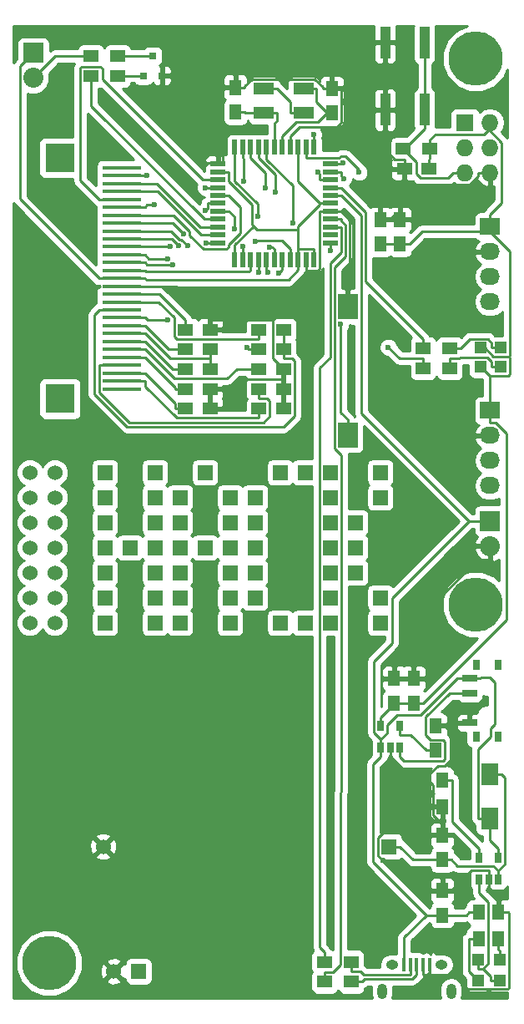
<source format=gbr>
G04 #@! TF.FileFunction,Copper,L1,Top,Signal*
%FSLAX45Y45*%
G04 Gerber Fmt 4.5, Leading zero omitted, Abs format (unit mm)*
G04 Created by KiCad (PCBNEW 4.0.2-4+6225~38~ubuntu14.04.1-stable) date Wed 13 Apr 2016 10:42:26 PM HKT*
%MOMM*%
G01*
G04 APERTURE LIST*
%ADD10C,0.100000*%
%ADD11R,1.300000X1.500000*%
%ADD12R,1.500000X0.550000*%
%ADD13R,0.550000X1.500000*%
%ADD14C,2.032000*%
%ADD15R,2.032000X2.032000*%
%ADD16C,5.500000*%
%ADD17R,1.500000X0.700000*%
%ADD18R,0.800000X1.000000*%
%ADD19R,1.250000X1.500000*%
%ADD20R,1.500000X1.250000*%
%ADD21R,0.400000X1.350000*%
%ADD22O,1.250000X0.950000*%
%ADD23O,1.000000X1.550000*%
%ADD24C,1.524000*%
%ADD25R,1.524000X1.524000*%
%ADD26R,1.727200X1.727200*%
%ADD27O,1.727200X1.727200*%
%ADD28R,2.032000X1.727200*%
%ADD29O,2.032000X1.727200*%
%ADD30R,0.800100X0.800100*%
%ADD31R,1.500000X1.300000*%
%ADD32R,0.650000X1.060000*%
%ADD33R,2.000000X1.300000*%
%ADD34R,1.198880X1.198880*%
%ADD35R,2.000000X2.500000*%
%ADD36R,1.680000X2.200000*%
%ADD37R,1.000000X3.200000*%
%ADD38R,4.000000X0.400000*%
%ADD39R,3.000000X3.000000*%
%ADD40O,2.032000X2.032000*%
%ADD41C,0.600000*%
%ADD42C,0.250000*%
%ADD43C,0.254000*%
G04 APERTURE END LIST*
D10*
D11*
X8990000Y-13325000D03*
X8990000Y-13055000D03*
D12*
X7285000Y-6270000D03*
X7285000Y-6190000D03*
X7285000Y-6110000D03*
X7285000Y-6030000D03*
X7285000Y-5950000D03*
X7285000Y-5870000D03*
X7285000Y-5790000D03*
X7285000Y-5710000D03*
X7285000Y-5630000D03*
X7285000Y-5550000D03*
X7285000Y-5470000D03*
D13*
X7115000Y-5300000D03*
X7035000Y-5300000D03*
X6955000Y-5300000D03*
X6875000Y-5300000D03*
X6795000Y-5300000D03*
X6715000Y-5300000D03*
X6635000Y-5300000D03*
X6555000Y-5300000D03*
X6475000Y-5300000D03*
X6395000Y-5300000D03*
X6315000Y-5300000D03*
D12*
X6145000Y-5470000D03*
X6145000Y-5550000D03*
X6145000Y-5630000D03*
X6145000Y-5710000D03*
X6145000Y-5790000D03*
X6145000Y-5870000D03*
X6145000Y-5950000D03*
X6145000Y-6030000D03*
X6145000Y-6110000D03*
X6145000Y-6190000D03*
X6145000Y-6270000D03*
D13*
X6315000Y-6440000D03*
X6395000Y-6440000D03*
X6475000Y-6440000D03*
X6555000Y-6440000D03*
X6635000Y-6440000D03*
X6715000Y-6440000D03*
X6795000Y-6440000D03*
X6875000Y-6440000D03*
X6955000Y-6440000D03*
X7035000Y-6440000D03*
X7115000Y-6440000D03*
D14*
X4270000Y-4600000D03*
D15*
X4270000Y-4346000D03*
D16*
X4430000Y-13570000D03*
X8760000Y-4400000D03*
D17*
X8697500Y-11135000D03*
X8697500Y-10835000D03*
X8697500Y-10685000D03*
D18*
X8982500Y-11275000D03*
X8982500Y-10545000D03*
X8762500Y-10545000D03*
X8762500Y-11275000D03*
D19*
X8420000Y-13085000D03*
X8420000Y-12835000D03*
X7790000Y-6285000D03*
X7790000Y-6035000D03*
X7990000Y-6285000D03*
X7990000Y-6035000D03*
X7930000Y-10935000D03*
X7930000Y-10685000D03*
X8420000Y-12525000D03*
X8420000Y-12275000D03*
X8130000Y-10935000D03*
X8130000Y-10685000D03*
X6320000Y-4945000D03*
X6320000Y-4695000D03*
X7300000Y-4955000D03*
X7300000Y-4705000D03*
D20*
X8035000Y-5520000D03*
X8285000Y-5520000D03*
D19*
X8350000Y-11165000D03*
X8350000Y-11415000D03*
D20*
X5815000Y-7150000D03*
X6065000Y-7150000D03*
X5815000Y-7350000D03*
X6065000Y-7350000D03*
X5815000Y-7550000D03*
X6065000Y-7550000D03*
X5815000Y-7750000D03*
X6065000Y-7750000D03*
X5815000Y-7950000D03*
X6065000Y-7950000D03*
X6560000Y-7150000D03*
X6810000Y-7150000D03*
X6560000Y-7350000D03*
X6810000Y-7350000D03*
X6560000Y-7550000D03*
X6810000Y-7550000D03*
X6560000Y-7750000D03*
X6810000Y-7750000D03*
X6560000Y-7950000D03*
X6810000Y-7950000D03*
D21*
X8029660Y-13585146D03*
X8094660Y-13585146D03*
X8159660Y-13585146D03*
X8224660Y-13585146D03*
X8289660Y-13585146D03*
D22*
X7909660Y-13585146D03*
X8409660Y-13585146D03*
D23*
X7809660Y-13855146D03*
X8509660Y-13855146D03*
D24*
X4980000Y-12390000D03*
D25*
X7880000Y-12390000D03*
D26*
X8650000Y-5050000D03*
D27*
X8904000Y-5050000D03*
X8650000Y-5304000D03*
X8904000Y-5304000D03*
X8650000Y-5558000D03*
X8904000Y-5558000D03*
D28*
X8905000Y-6105000D03*
D29*
X8905000Y-6359000D03*
X8905000Y-6613000D03*
X8905000Y-6867000D03*
D28*
X8905000Y-7970000D03*
D29*
X8905000Y-8224000D03*
X8905000Y-8478000D03*
X8905000Y-8732000D03*
D30*
X5385000Y-4575076D03*
X5575000Y-4575076D03*
X5480000Y-4375178D03*
D11*
X8790000Y-13325000D03*
X8790000Y-13055000D03*
D31*
X7495000Y-13760000D03*
X7225000Y-13760000D03*
X7495000Y-13560000D03*
X7225000Y-13560000D03*
D11*
X8420000Y-11985000D03*
X8420000Y-11715000D03*
D31*
X8495000Y-7340000D03*
X8225000Y-7340000D03*
X8495000Y-7540000D03*
X8225000Y-7540000D03*
X4855000Y-4580000D03*
X5125000Y-4580000D03*
X4855000Y-4380000D03*
X5125000Y-4380000D03*
D32*
X8795000Y-12720000D03*
X8890000Y-12720000D03*
X8985000Y-12720000D03*
X8985000Y-12500000D03*
X8795000Y-12500000D03*
X7795000Y-11390000D03*
X7890000Y-11390000D03*
X7985000Y-11390000D03*
X7985000Y-11170000D03*
X7795000Y-11170000D03*
D33*
X6610000Y-4950000D03*
X7010000Y-4950000D03*
X7010000Y-4710000D03*
X6610000Y-4710000D03*
D34*
X8780000Y-13744902D03*
X8780000Y-13535098D03*
X8805098Y-7335000D03*
X9014902Y-7335000D03*
X8805098Y-7525000D03*
X9014902Y-7525000D03*
D35*
X7460000Y-8220000D03*
X7460000Y-6920000D03*
D31*
X8025000Y-5320000D03*
X8295000Y-5320000D03*
D36*
X8900000Y-12105000D03*
X8900000Y-11660000D03*
D16*
X8760000Y-9940000D03*
D37*
X7840000Y-4240000D03*
X7840000Y-4920000D03*
X8240000Y-4920000D03*
X8240000Y-4240000D03*
D34*
X9000000Y-13744902D03*
X9000000Y-13535098D03*
D24*
X4234000Y-10122000D03*
X4488000Y-10122000D03*
D25*
X4996000Y-10122000D03*
D10*
G36*
X7713800Y-10198200D02*
X7713800Y-10045800D01*
X7866200Y-10045800D01*
X7866200Y-10198200D01*
X7713800Y-10198200D01*
X7713800Y-10198200D01*
G37*
D24*
X4234000Y-9868000D03*
X4488000Y-9868000D03*
X4234000Y-9614000D03*
X4488000Y-9614000D03*
X4234000Y-9360000D03*
X4488000Y-9360000D03*
X4234000Y-9106000D03*
X4488000Y-9106000D03*
X4234000Y-8852000D03*
X4488000Y-8852000D03*
X4234000Y-8598000D03*
X4488000Y-8598000D03*
D10*
G36*
X4919800Y-8674200D02*
X4919800Y-8521800D01*
X5072200Y-8521800D01*
X5072200Y-8674200D01*
X4919800Y-8674200D01*
X4919800Y-8674200D01*
G37*
D25*
X7790000Y-8598000D03*
D10*
G36*
X4919800Y-8928200D02*
X4919800Y-8775800D01*
X5072200Y-8775800D01*
X5072200Y-8928200D01*
X4919800Y-8928200D01*
X4919800Y-8928200D01*
G37*
G36*
X4919800Y-9182200D02*
X4919800Y-9029800D01*
X5072200Y-9029800D01*
X5072200Y-9182200D01*
X4919800Y-9182200D01*
X4919800Y-9182200D01*
G37*
G36*
X4919800Y-9436200D02*
X4919800Y-9283800D01*
X5072200Y-9283800D01*
X5072200Y-9436200D01*
X4919800Y-9436200D01*
X4919800Y-9436200D01*
G37*
G36*
X4919800Y-9690200D02*
X4919800Y-9537800D01*
X5072200Y-9537800D01*
X5072200Y-9690200D01*
X4919800Y-9690200D01*
X4919800Y-9690200D01*
G37*
G36*
X4919800Y-9944200D02*
X4919800Y-9791800D01*
X5072200Y-9791800D01*
X5072200Y-9944200D01*
X4919800Y-9944200D01*
X4919800Y-9944200D01*
G37*
G36*
X5173800Y-9436200D02*
X5173800Y-9283800D01*
X5326200Y-9283800D01*
X5326200Y-9436200D01*
X5173800Y-9436200D01*
X5173800Y-9436200D01*
G37*
G36*
X5427800Y-9436200D02*
X5427800Y-9283800D01*
X5580200Y-9283800D01*
X5580200Y-9436200D01*
X5427800Y-9436200D01*
X5427800Y-9436200D01*
G37*
G36*
X5427800Y-9182200D02*
X5427800Y-9029800D01*
X5580200Y-9029800D01*
X5580200Y-9182200D01*
X5427800Y-9182200D01*
X5427800Y-9182200D01*
G37*
G36*
X5427800Y-8928200D02*
X5427800Y-8775800D01*
X5580200Y-8775800D01*
X5580200Y-8928200D01*
X5427800Y-8928200D01*
X5427800Y-8928200D01*
G37*
G36*
X5427800Y-8674200D02*
X5427800Y-8521800D01*
X5580200Y-8521800D01*
X5580200Y-8674200D01*
X5427800Y-8674200D01*
X5427800Y-8674200D01*
G37*
G36*
X5427800Y-9690200D02*
X5427800Y-9537800D01*
X5580200Y-9537800D01*
X5580200Y-9690200D01*
X5427800Y-9690200D01*
X5427800Y-9690200D01*
G37*
G36*
X5427800Y-9944200D02*
X5427800Y-9791800D01*
X5580200Y-9791800D01*
X5580200Y-9944200D01*
X5427800Y-9944200D01*
X5427800Y-9944200D01*
G37*
G36*
X5427800Y-10198200D02*
X5427800Y-10045800D01*
X5580200Y-10045800D01*
X5580200Y-10198200D01*
X5427800Y-10198200D01*
X5427800Y-10198200D01*
G37*
G36*
X5681800Y-10198200D02*
X5681800Y-10045800D01*
X5834200Y-10045800D01*
X5834200Y-10198200D01*
X5681800Y-10198200D01*
X5681800Y-10198200D01*
G37*
G36*
X5681800Y-9944200D02*
X5681800Y-9791800D01*
X5834200Y-9791800D01*
X5834200Y-9944200D01*
X5681800Y-9944200D01*
X5681800Y-9944200D01*
G37*
G36*
X5681800Y-9690200D02*
X5681800Y-9537800D01*
X5834200Y-9537800D01*
X5834200Y-9690200D01*
X5681800Y-9690200D01*
X5681800Y-9690200D01*
G37*
G36*
X5681800Y-9436200D02*
X5681800Y-9283800D01*
X5834200Y-9283800D01*
X5834200Y-9436200D01*
X5681800Y-9436200D01*
X5681800Y-9436200D01*
G37*
G36*
X5681800Y-9182200D02*
X5681800Y-9029800D01*
X5834200Y-9029800D01*
X5834200Y-9182200D01*
X5681800Y-9182200D01*
X5681800Y-9182200D01*
G37*
G36*
X5935800Y-8674200D02*
X5935800Y-8521800D01*
X6088200Y-8521800D01*
X6088200Y-8674200D01*
X5935800Y-8674200D01*
X5935800Y-8674200D01*
G37*
G36*
X5681800Y-8928200D02*
X5681800Y-8775800D01*
X5834200Y-8775800D01*
X5834200Y-8928200D01*
X5681800Y-8928200D01*
X5681800Y-8928200D01*
G37*
G36*
X6189800Y-8928200D02*
X6189800Y-8775800D01*
X6342200Y-8775800D01*
X6342200Y-8928200D01*
X6189800Y-8928200D01*
X6189800Y-8928200D01*
G37*
G36*
X6189800Y-9182200D02*
X6189800Y-9029800D01*
X6342200Y-9029800D01*
X6342200Y-9182200D01*
X6189800Y-9182200D01*
X6189800Y-9182200D01*
G37*
G36*
X6189800Y-9436200D02*
X6189800Y-9283800D01*
X6342200Y-9283800D01*
X6342200Y-9436200D01*
X6189800Y-9436200D01*
X6189800Y-9436200D01*
G37*
G36*
X6189800Y-9690200D02*
X6189800Y-9537800D01*
X6342200Y-9537800D01*
X6342200Y-9690200D01*
X6189800Y-9690200D01*
X6189800Y-9690200D01*
G37*
G36*
X6189800Y-9944200D02*
X6189800Y-9791800D01*
X6342200Y-9791800D01*
X6342200Y-9944200D01*
X6189800Y-9944200D01*
X6189800Y-9944200D01*
G37*
G36*
X6189800Y-10198200D02*
X6189800Y-10045800D01*
X6342200Y-10045800D01*
X6342200Y-10198200D01*
X6189800Y-10198200D01*
X6189800Y-10198200D01*
G37*
G36*
X5935800Y-9436200D02*
X5935800Y-9283800D01*
X6088200Y-9283800D01*
X6088200Y-9436200D01*
X5935800Y-9436200D01*
X5935800Y-9436200D01*
G37*
G36*
X6951800Y-8674200D02*
X6951800Y-8521800D01*
X7104200Y-8521800D01*
X7104200Y-8674200D01*
X6951800Y-8674200D01*
X6951800Y-8674200D01*
G37*
G36*
X6697800Y-8674200D02*
X6697800Y-8521800D01*
X6850200Y-8521800D01*
X6850200Y-8674200D01*
X6697800Y-8674200D01*
X6697800Y-8674200D01*
G37*
G36*
X6443800Y-8928200D02*
X6443800Y-8775800D01*
X6596200Y-8775800D01*
X6596200Y-8928200D01*
X6443800Y-8928200D01*
X6443800Y-8928200D01*
G37*
G36*
X6443800Y-9182200D02*
X6443800Y-9029800D01*
X6596200Y-9029800D01*
X6596200Y-9182200D01*
X6443800Y-9182200D01*
X6443800Y-9182200D01*
G37*
G36*
X6443800Y-9436200D02*
X6443800Y-9283800D01*
X6596200Y-9283800D01*
X6596200Y-9436200D01*
X6443800Y-9436200D01*
X6443800Y-9436200D01*
G37*
G36*
X6443800Y-9690200D02*
X6443800Y-9537800D01*
X6596200Y-9537800D01*
X6596200Y-9690200D01*
X6443800Y-9690200D01*
X6443800Y-9690200D01*
G37*
G36*
X6443800Y-9944200D02*
X6443800Y-9791800D01*
X6596200Y-9791800D01*
X6596200Y-9944200D01*
X6443800Y-9944200D01*
X6443800Y-9944200D01*
G37*
G36*
X6697800Y-10198200D02*
X6697800Y-10045800D01*
X6850200Y-10045800D01*
X6850200Y-10198200D01*
X6697800Y-10198200D01*
X6697800Y-10198200D01*
G37*
G36*
X6951800Y-10198200D02*
X6951800Y-10045800D01*
X7104200Y-10045800D01*
X7104200Y-10198200D01*
X6951800Y-10198200D01*
X6951800Y-10198200D01*
G37*
G36*
X7205800Y-8674200D02*
X7205800Y-8521800D01*
X7358200Y-8521800D01*
X7358200Y-8674200D01*
X7205800Y-8674200D01*
X7205800Y-8674200D01*
G37*
G36*
X7205800Y-8928200D02*
X7205800Y-8775800D01*
X7358200Y-8775800D01*
X7358200Y-8928200D01*
X7205800Y-8928200D01*
X7205800Y-8928200D01*
G37*
G36*
X7205800Y-9182200D02*
X7205800Y-9029800D01*
X7358200Y-9029800D01*
X7358200Y-9182200D01*
X7205800Y-9182200D01*
X7205800Y-9182200D01*
G37*
G36*
X7205800Y-9436200D02*
X7205800Y-9283800D01*
X7358200Y-9283800D01*
X7358200Y-9436200D01*
X7205800Y-9436200D01*
X7205800Y-9436200D01*
G37*
G36*
X7205800Y-9690200D02*
X7205800Y-9537800D01*
X7358200Y-9537800D01*
X7358200Y-9690200D01*
X7205800Y-9690200D01*
X7205800Y-9690200D01*
G37*
G36*
X7205800Y-9944200D02*
X7205800Y-9791800D01*
X7358200Y-9791800D01*
X7358200Y-9944200D01*
X7205800Y-9944200D01*
X7205800Y-9944200D01*
G37*
G36*
X7205800Y-10198200D02*
X7205800Y-10045800D01*
X7358200Y-10045800D01*
X7358200Y-10198200D01*
X7205800Y-10198200D01*
X7205800Y-10198200D01*
G37*
G36*
X7459800Y-9182200D02*
X7459800Y-9029800D01*
X7612200Y-9029800D01*
X7612200Y-9182200D01*
X7459800Y-9182200D01*
X7459800Y-9182200D01*
G37*
G36*
X7459800Y-9436200D02*
X7459800Y-9283800D01*
X7612200Y-9283800D01*
X7612200Y-9436200D01*
X7459800Y-9436200D01*
X7459800Y-9436200D01*
G37*
G36*
X7459800Y-9690200D02*
X7459800Y-9537800D01*
X7612200Y-9537800D01*
X7612200Y-9690200D01*
X7459800Y-9690200D01*
X7459800Y-9690200D01*
G37*
G36*
X7713800Y-9944200D02*
X7713800Y-9791800D01*
X7866200Y-9791800D01*
X7866200Y-9944200D01*
X7713800Y-9944200D01*
X7713800Y-9944200D01*
G37*
G36*
X7713800Y-8928200D02*
X7713800Y-8775800D01*
X7866200Y-8775800D01*
X7866200Y-8928200D01*
X7713800Y-8928200D01*
X7713800Y-8928200D01*
G37*
D38*
X5170000Y-7750000D03*
X5170000Y-7670000D03*
X5170000Y-7590000D03*
X5170000Y-7510000D03*
X5170000Y-7430000D03*
X5170000Y-7350000D03*
X5170000Y-7270000D03*
X5170000Y-7190000D03*
X5170000Y-7110000D03*
X5170000Y-7030000D03*
X5170000Y-6950000D03*
X5170000Y-6870000D03*
X5170000Y-6790000D03*
X5170000Y-6710000D03*
X5170000Y-6630000D03*
X5170000Y-6550000D03*
X5170000Y-6470000D03*
X5170000Y-6390000D03*
X5170000Y-6310000D03*
X5170000Y-6230000D03*
X5170000Y-6150000D03*
X5170000Y-6070000D03*
X5170000Y-5990000D03*
X5170000Y-5910000D03*
X5170000Y-5830000D03*
X5170000Y-5750000D03*
X5170000Y-5670000D03*
X5170000Y-5590000D03*
X5170000Y-5510000D03*
D39*
X4540000Y-5410000D03*
X4540000Y-7850000D03*
D15*
X8905000Y-9090000D03*
D40*
X8905000Y-9344000D03*
D24*
X5085000Y-13655000D03*
D25*
X5339000Y-13655000D03*
D41*
X7490000Y-7760000D03*
X8050000Y-4170000D03*
X8430000Y-4120000D03*
X4890000Y-5180000D03*
X5130000Y-4940000D03*
X5580000Y-4940000D03*
X4640000Y-5060000D03*
X7590000Y-12050000D03*
X7280000Y-12050000D03*
X8390000Y-7980000D03*
X8390000Y-7010000D03*
X8380000Y-6710000D03*
X7007460Y-6794060D03*
X7816770Y-12531050D03*
X6395000Y-6304790D03*
X6018910Y-6270000D03*
X5636610Y-7054800D03*
X6434570Y-7332100D03*
X5421710Y-5587080D03*
X7115000Y-5172600D03*
X5502010Y-5886480D03*
X6016940Y-5710000D03*
X5791060Y-6176720D03*
X7285000Y-6348200D03*
X5833210Y-6301870D03*
X6520730Y-6254040D03*
X5743600Y-6301790D03*
X6759550Y-6579080D03*
X5659680Y-6310000D03*
X6669490Y-6312810D03*
X5636610Y-6429150D03*
X6652570Y-6565100D03*
X5688030Y-6493320D03*
X6555000Y-6566400D03*
X7410980Y-5460090D03*
X7157440Y-5554140D03*
X7418040Y-5622190D03*
X7574880Y-5555590D03*
X6403630Y-5646300D03*
X6626480Y-5709810D03*
X6729680Y-5759220D03*
X6902400Y-6070500D03*
X6547090Y-6003270D03*
X7872620Y-7328800D03*
X6015210Y-5946430D03*
X7388360Y-7096530D03*
X6308170Y-6125190D03*
D42*
X8985000Y-12500000D02*
X8985000Y-12414470D01*
X8569960Y-10685000D02*
X8697500Y-10685000D01*
X8201610Y-11053350D02*
X8569960Y-10685000D01*
X7962380Y-11053350D02*
X8201610Y-11053350D01*
X7860040Y-11155690D02*
X7962380Y-11053350D01*
X7860040Y-11239420D02*
X7860040Y-11155690D01*
X7795000Y-11304460D02*
X7860040Y-11239420D01*
X8905000Y-9090000D02*
X8770870Y-9090000D01*
X7795000Y-11304460D02*
X7795000Y-11390000D01*
X7795000Y-11390000D02*
X7795000Y-11475530D01*
X8900000Y-12329470D02*
X8900000Y-12105000D01*
X8985000Y-12414470D02*
X8900000Y-12329470D01*
X8812290Y-10677740D02*
X8805030Y-10685000D01*
X8900290Y-10677740D02*
X8812290Y-10677740D01*
X8952730Y-10730180D02*
X8900290Y-10677740D01*
X8952730Y-11146830D02*
X8952730Y-10730180D01*
X8909960Y-11189600D02*
X8952730Y-11146830D01*
X8909960Y-11277300D02*
X8909960Y-11189600D01*
X8783470Y-11403790D02*
X8909960Y-11277300D01*
X8783470Y-12105000D02*
X8783470Y-11403790D01*
X8900000Y-12105000D02*
X8783470Y-12105000D01*
X8697500Y-10685000D02*
X8805030Y-10685000D01*
X8029660Y-13312350D02*
X8029660Y-13585150D01*
X8257010Y-13085000D02*
X8029660Y-13312350D01*
X7716760Y-12544750D02*
X8257010Y-13085000D01*
X7716760Y-11553770D02*
X7716760Y-12544750D01*
X7795000Y-11475530D02*
X7716760Y-11553770D01*
X8257010Y-13085000D02*
X8420000Y-13085000D01*
X8662470Y-13085000D02*
X8692470Y-13055000D01*
X8420000Y-13085000D02*
X8662470Y-13085000D01*
X8790000Y-13055000D02*
X8692470Y-13055000D01*
X7911600Y-9870160D02*
X8691760Y-9090000D01*
X7911600Y-10327460D02*
X7911600Y-9870160D01*
X7726380Y-10512680D02*
X7911600Y-10327460D01*
X7726380Y-11235840D02*
X7726380Y-10512680D01*
X7795000Y-11304460D02*
X7726380Y-11235840D01*
X8691760Y-9090000D02*
X8770870Y-9090000D01*
X7598610Y-5996080D02*
X7392530Y-5790000D01*
X7598610Y-7996850D02*
X7598610Y-5996080D01*
X8691760Y-9090000D02*
X7598610Y-7996850D01*
X7285000Y-5790000D02*
X7392530Y-5790000D01*
X7980000Y-4240000D02*
X8050000Y-4170000D01*
X7840000Y-4240000D02*
X7980000Y-4240000D01*
X5575000Y-4575076D02*
X5575000Y-4935000D01*
X5575000Y-4935000D02*
X5580000Y-4940000D01*
X8905000Y-8224000D02*
X8634000Y-8224000D01*
X8634000Y-8224000D02*
X8390000Y-7980000D01*
X8380000Y-6710000D02*
X8380000Y-7000000D01*
X8380000Y-7000000D02*
X8390000Y-7010000D01*
X8905000Y-6359000D02*
X8731000Y-6359000D01*
X8731000Y-6359000D02*
X8380000Y-6710000D01*
X8035000Y-5520000D02*
X8035000Y-5424970D01*
X8035000Y-5520000D02*
X8035000Y-5603770D01*
X6065000Y-7950000D02*
X6065000Y-7750000D01*
X6145000Y-5470000D02*
X6196250Y-5470000D01*
X6047610Y-4575080D02*
X6196250Y-4723720D01*
X5575000Y-4575080D02*
X6047610Y-4575080D01*
X6196250Y-4723720D02*
X6224970Y-4695000D01*
X6810000Y-7950000D02*
X6810000Y-7750000D01*
X6810000Y-7750000D02*
X6810000Y-7650000D01*
X6810000Y-7650000D02*
X6810000Y-7550000D01*
X6316430Y-7750000D02*
X6065000Y-7750000D01*
X6416430Y-7650000D02*
X6316430Y-7750000D01*
X6810000Y-7650000D02*
X6416430Y-7650000D01*
X8130000Y-10685000D02*
X8034970Y-10685000D01*
X7930000Y-10685000D02*
X8025030Y-10685000D01*
X8034970Y-10685000D02*
X8025030Y-10685000D01*
X6196250Y-5470000D02*
X6196250Y-4723720D01*
X8130000Y-10127380D02*
X8130000Y-10685000D01*
X8779250Y-9478130D02*
X8130000Y-10127380D01*
X8905000Y-9478130D02*
X8779250Y-9478130D01*
X8905000Y-9344000D02*
X8905000Y-9478130D01*
X8904000Y-5558000D02*
X8785110Y-5558000D01*
X6272490Y-4695000D02*
X6224970Y-4695000D01*
X7300000Y-4705000D02*
X7204970Y-4705000D01*
X6272490Y-4695000D02*
X6320000Y-4695000D01*
X7204970Y-4693420D02*
X7204970Y-4705000D01*
X7124010Y-4612460D02*
X7204970Y-4693420D01*
X6487240Y-4612460D02*
X7124010Y-4612460D01*
X6415030Y-4684670D02*
X6487240Y-4612460D01*
X6415030Y-4695000D02*
X6415030Y-4684670D01*
X6320000Y-4695000D02*
X6415030Y-4695000D01*
X7840000Y-5325000D02*
X7840000Y-4920000D01*
X7939970Y-5424970D02*
X7840000Y-5325000D01*
X8035000Y-5424970D02*
X7939970Y-5424970D01*
X7840000Y-4920000D02*
X7840000Y-4727470D01*
X8785110Y-5595150D02*
X8785110Y-5558000D01*
X8699550Y-5680710D02*
X8785110Y-5595150D01*
X8035000Y-5680710D02*
X8699550Y-5680710D01*
X8035000Y-5603770D02*
X8035000Y-5680710D01*
X8035000Y-5882470D02*
X7990000Y-5927470D01*
X8035000Y-5680710D02*
X8035000Y-5882470D01*
X7990000Y-6035000D02*
X7990000Y-5981230D01*
X7990000Y-5981230D02*
X7990000Y-5927470D01*
X7938800Y-5981230D02*
X7885030Y-6035000D01*
X7990000Y-5981230D02*
X7938800Y-5981230D01*
X7790000Y-6035000D02*
X7885030Y-6035000D01*
X7300000Y-4705000D02*
X7395030Y-4705000D01*
X7840000Y-4727470D02*
X7840000Y-4705000D01*
X7840000Y-4705000D02*
X7840000Y-4240000D01*
X8890000Y-12751500D02*
X8890000Y-12805530D01*
X8990000Y-12905530D02*
X8990000Y-13055000D01*
X8890000Y-12805530D02*
X8990000Y-12905530D01*
X8518900Y-13685180D02*
X8289660Y-13685180D01*
X8671100Y-13837380D02*
X8518900Y-13685180D01*
X9079830Y-13837380D02*
X8671100Y-13837380D01*
X9092480Y-13824730D02*
X9079830Y-13837380D01*
X9092480Y-13059950D02*
X9092480Y-13824730D01*
X9087530Y-13055000D02*
X9092480Y-13059950D01*
X8990000Y-13055000D02*
X9087530Y-13055000D01*
X8289660Y-13585150D02*
X8289660Y-13635160D01*
X8224660Y-13585150D02*
X8224660Y-13685180D01*
X8289660Y-13660180D02*
X8289660Y-13685180D01*
X8289660Y-13635160D02*
X8289660Y-13660180D01*
X8264660Y-13685180D02*
X8224660Y-13685180D01*
X8289660Y-13660180D02*
X8264660Y-13685180D01*
X7890000Y-11390000D02*
X7890000Y-11475530D01*
X8890000Y-12751500D02*
X8890000Y-12720000D01*
X8715560Y-12634470D02*
X8515030Y-12835000D01*
X8890000Y-12634470D02*
X8715560Y-12634470D01*
X8890000Y-12720000D02*
X8890000Y-12634470D01*
X8420000Y-12835000D02*
X8515030Y-12835000D01*
X7770740Y-12485020D02*
X7816770Y-12531050D01*
X7770740Y-12298650D02*
X7770740Y-12485020D01*
X8084390Y-11985000D02*
X7770740Y-12298650D01*
X8322470Y-11985000D02*
X8084390Y-11985000D01*
X8120720Y-12835000D02*
X8420000Y-12835000D01*
X7816770Y-12531050D02*
X8120720Y-12835000D01*
X8420000Y-11985000D02*
X8328090Y-11985000D01*
X8328090Y-11985000D02*
X8322470Y-11985000D01*
X8328090Y-12075560D02*
X8420000Y-12167470D01*
X8328090Y-11985000D02*
X8328090Y-12075560D01*
X8420000Y-12275000D02*
X8420000Y-12167470D01*
X6395000Y-6440000D02*
X6395000Y-6332470D01*
X6395000Y-6332470D02*
X6395000Y-6304790D01*
X6145000Y-6270000D02*
X6037470Y-6270000D01*
X6037470Y-6270000D02*
X6018910Y-6270000D01*
X7840000Y-4705000D02*
X7395030Y-4705000D01*
X6875000Y-5300000D02*
X6875000Y-5192470D01*
X6974900Y-5092570D02*
X6875000Y-5192470D01*
X7348060Y-5092570D02*
X6974900Y-5092570D01*
X7395030Y-5045600D02*
X7348060Y-5092570D01*
X7395030Y-4705000D02*
X7395030Y-5045600D01*
X7035000Y-6440000D02*
X7035000Y-6536270D01*
X8697500Y-11135000D02*
X8589970Y-11135000D01*
X8109730Y-11695260D02*
X8250620Y-11695260D01*
X7890000Y-11475530D02*
X8109730Y-11695260D01*
X8322470Y-11767110D02*
X8322470Y-11985000D01*
X8250620Y-11695260D02*
X8322470Y-11767110D01*
X8350000Y-11165000D02*
X8445030Y-11165000D01*
X8445030Y-11165000D02*
X8502500Y-11222470D01*
X8502500Y-11510820D02*
X8502500Y-11222470D01*
X8441760Y-11571560D02*
X8502500Y-11510820D01*
X8374320Y-11571560D02*
X8441760Y-11571560D01*
X8250620Y-11695260D02*
X8374320Y-11571560D01*
X8502500Y-11222470D02*
X8589970Y-11135000D01*
X6701930Y-7441930D02*
X6701930Y-7054980D01*
X6810000Y-7550000D02*
X6701930Y-7441930D01*
X6962850Y-6794060D02*
X7007460Y-6794060D01*
X6701930Y-7054980D02*
X6962850Y-6794060D01*
X6701920Y-7054970D02*
X6065000Y-7054970D01*
X6701930Y-7054980D02*
X6701920Y-7054970D01*
X6065000Y-7150000D02*
X6065000Y-7054970D01*
X5720030Y-6710000D02*
X6065000Y-7054970D01*
X5170000Y-6710000D02*
X5720030Y-6710000D01*
X7285000Y-5950000D02*
X7392530Y-5950000D01*
X7460000Y-6920000D02*
X7460000Y-6762470D01*
X7482590Y-6040060D02*
X7392530Y-5950000D01*
X7482590Y-6739880D02*
X7482590Y-6040060D01*
X7460000Y-6762470D02*
X7482590Y-6739880D01*
X7285000Y-5950000D02*
X7177470Y-5950000D01*
X7177470Y-6531350D02*
X7177470Y-5950000D01*
X7159660Y-6549160D02*
X7177470Y-6531350D01*
X7035000Y-6549160D02*
X7159660Y-6549160D01*
X7035000Y-6536270D02*
X7035000Y-6549160D01*
X7035000Y-6766520D02*
X7007460Y-6794060D01*
X7035000Y-6549160D02*
X7035000Y-6766520D01*
X8904000Y-5050000D02*
X8904000Y-5108850D01*
X8295000Y-5320000D02*
X8295000Y-5222470D01*
X8292440Y-5417530D02*
X8295000Y-5417530D01*
X8285000Y-5424970D02*
X8292440Y-5417530D01*
X8285000Y-5520000D02*
X8285000Y-5424970D01*
X8295000Y-5320000D02*
X8295000Y-5417530D01*
X7795000Y-11170000D02*
X7795000Y-11084470D01*
X7930000Y-10949470D02*
X7795000Y-11084470D01*
X7930000Y-10935000D02*
X7930000Y-10949470D01*
X8905000Y-7970000D02*
X8905000Y-7851110D01*
X8905000Y-7970000D02*
X8905000Y-8088890D01*
X7930000Y-10935000D02*
X8130000Y-10935000D01*
X8957010Y-8088890D02*
X8905000Y-8088890D01*
X9067960Y-8199840D02*
X8957010Y-8088890D01*
X9067960Y-10092070D02*
X9067960Y-8199840D01*
X8225030Y-10935000D02*
X9067960Y-10092070D01*
X8130000Y-10935000D02*
X8225030Y-10935000D01*
X8843950Y-5168900D02*
X8890500Y-5122350D01*
X8348570Y-5168900D02*
X8843950Y-5168900D01*
X8295000Y-5222470D02*
X8348570Y-5168900D01*
X8890500Y-5122350D02*
X8904000Y-5108850D01*
X9023530Y-5867580D02*
X8905000Y-5986110D01*
X9023530Y-5255380D02*
X9023530Y-5867580D01*
X8890500Y-5122350D02*
X9023530Y-5255380D01*
X8905000Y-6105000D02*
X8905000Y-5986110D01*
X8905000Y-6105000D02*
X8905000Y-6156230D01*
X7990000Y-6285000D02*
X8085030Y-6285000D01*
X8213800Y-6156230D02*
X8905000Y-6156230D01*
X8085030Y-6285000D02*
X8213800Y-6156230D01*
X9107380Y-7417330D02*
X9097230Y-7427480D01*
X9107380Y-6358610D02*
X9107380Y-7417330D01*
X8905000Y-6156230D02*
X9107380Y-6358610D01*
X8846700Y-7335000D02*
X8805100Y-7335000D01*
X8939180Y-7427480D02*
X8846700Y-7335000D01*
X9097230Y-7427480D02*
X8939180Y-7427480D01*
X9107380Y-7437630D02*
X9097230Y-7427480D01*
X9107380Y-7599900D02*
X9107380Y-7437630D01*
X9086640Y-7620640D02*
X9107380Y-7599900D01*
X8905000Y-7620640D02*
X9086640Y-7620640D01*
X8905000Y-7851110D02*
X8905000Y-7620640D01*
X8900740Y-7620640D02*
X8805100Y-7525000D01*
X8905000Y-7620640D02*
X8900740Y-7620640D01*
X4134870Y-4481130D02*
X4270000Y-4346000D01*
X4134870Y-5827400D02*
X4134870Y-4481130D01*
X4937470Y-6630000D02*
X4134870Y-5827400D01*
X5053740Y-6630000D02*
X4937470Y-6630000D01*
X6955000Y-5342500D02*
X6955000Y-5407530D01*
X6955000Y-5342500D02*
X6955000Y-5300000D01*
X7790000Y-6285000D02*
X7885030Y-6285000D01*
X7990000Y-6285000D02*
X7885030Y-6285000D01*
X6955000Y-6440000D02*
X6955000Y-6332470D01*
X7115000Y-6440000D02*
X7115000Y-6332470D01*
X6955000Y-6332470D02*
X7115000Y-6332470D01*
X6145000Y-5550000D02*
X6252530Y-5550000D01*
X6315000Y-6292280D02*
X6506600Y-6100680D01*
X6315000Y-6440000D02*
X6315000Y-6292280D01*
X5053740Y-6630000D02*
X5170000Y-6630000D01*
X5170000Y-6630000D02*
X5402530Y-6630000D01*
X6955000Y-6440000D02*
X6955000Y-6547530D01*
X6859840Y-6642690D02*
X6955000Y-6547530D01*
X5415220Y-6642690D02*
X6859840Y-6642690D01*
X5402530Y-6630000D02*
X5415220Y-6642690D01*
X6538950Y-6133030D02*
X6955000Y-6133030D01*
X6506600Y-6100680D02*
X6538950Y-6133030D01*
X6955000Y-6133030D02*
X6955000Y-6332470D01*
X6955000Y-5647530D02*
X7177470Y-5870000D01*
X6955000Y-5407530D02*
X6955000Y-5647530D01*
X7285000Y-5870000D02*
X7177470Y-5870000D01*
X6955000Y-6106340D02*
X6955000Y-6133030D01*
X7177470Y-5883870D02*
X6955000Y-6106340D01*
X7177470Y-5870000D02*
X7177470Y-5883870D01*
X6484560Y-6078640D02*
X6506600Y-6100680D01*
X6484560Y-5879350D02*
X6484560Y-6078640D01*
X6252530Y-5647320D02*
X6484560Y-5879350D01*
X6252530Y-5550000D02*
X6252530Y-5647320D01*
X7880000Y-12390000D02*
X7988730Y-12390000D01*
X8123730Y-12525000D02*
X8420000Y-12525000D01*
X7988730Y-12390000D02*
X8123730Y-12525000D01*
X8936060Y-12585530D02*
X8985000Y-12634470D01*
X8575560Y-12585530D02*
X8936060Y-12585530D01*
X8515030Y-12525000D02*
X8575560Y-12585530D01*
X8420000Y-12525000D02*
X8515030Y-12525000D01*
X8985000Y-12720000D02*
X8985000Y-12634470D01*
X9050040Y-12569430D02*
X8985000Y-12634470D01*
X9050040Y-11693510D02*
X9050040Y-12569430D01*
X9016530Y-11660000D02*
X9050040Y-11693510D01*
X8900000Y-11660000D02*
X9016530Y-11660000D01*
X6320000Y-4945000D02*
X6415030Y-4945000D01*
X6420030Y-4950000D02*
X6610000Y-4950000D01*
X6415030Y-4945000D02*
X6420030Y-4950000D01*
X6715000Y-5057560D02*
X6715000Y-5300000D01*
X6742530Y-5030030D02*
X6715000Y-5057560D01*
X6742530Y-4950000D02*
X6742530Y-5030030D01*
X6610000Y-4950000D02*
X6742530Y-4950000D01*
X7300000Y-4955000D02*
X7252490Y-4955000D01*
X6939940Y-5047530D02*
X6795000Y-5192470D01*
X7159960Y-5047530D02*
X6939940Y-5047530D01*
X7252490Y-4955000D02*
X7159960Y-5047530D01*
X6795000Y-5300000D02*
X6795000Y-5192470D01*
X7142530Y-4845040D02*
X7252490Y-4955000D01*
X7142530Y-4710000D02*
X7142530Y-4845040D01*
X7010000Y-4710000D02*
X7142530Y-4710000D01*
X8095500Y-11255530D02*
X8254970Y-11415000D01*
X7985000Y-11255530D02*
X8095500Y-11255530D01*
X7985000Y-11170000D02*
X7985000Y-11255530D01*
X8350000Y-11415000D02*
X8254970Y-11415000D01*
X5550030Y-6790000D02*
X5815000Y-7054970D01*
X5170000Y-6790000D02*
X5550030Y-6790000D01*
X5815000Y-7150000D02*
X5815000Y-7054970D01*
X5642530Y-7350000D02*
X5815000Y-7350000D01*
X5402530Y-7110000D02*
X5642530Y-7350000D01*
X5170000Y-7110000D02*
X5402530Y-7110000D01*
X5658420Y-7445030D02*
X6065000Y-7445030D01*
X5403390Y-7190000D02*
X5658420Y-7445030D01*
X5170000Y-7190000D02*
X5403390Y-7190000D01*
X6065000Y-7350000D02*
X6065000Y-7445030D01*
X6065000Y-7550000D02*
X6065000Y-7445030D01*
X5170000Y-7270000D02*
X5402530Y-7270000D01*
X5682530Y-7550000D02*
X5815000Y-7550000D01*
X5402530Y-7270000D02*
X5682530Y-7550000D01*
X5707470Y-7734940D02*
X5707470Y-7750000D01*
X5402530Y-7430000D02*
X5707470Y-7734940D01*
X5170000Y-7430000D02*
X5402530Y-7430000D01*
X5815000Y-7750000D02*
X5707470Y-7750000D01*
X5170000Y-7590000D02*
X5402530Y-7590000D01*
X5815000Y-7950000D02*
X5707470Y-7950000D01*
X5707470Y-7894940D02*
X5402530Y-7590000D01*
X5707470Y-7950000D02*
X5707470Y-7894940D01*
X5170000Y-6870000D02*
X5402530Y-6870000D01*
X6560000Y-7150000D02*
X6560000Y-7245030D01*
X5540250Y-6870000D02*
X5402530Y-6870000D01*
X5699140Y-7028890D02*
X5540250Y-6870000D01*
X5699140Y-7218300D02*
X5699140Y-7028890D01*
X5725870Y-7245030D02*
X5699140Y-7218300D01*
X6560000Y-7245030D02*
X5725870Y-7245030D01*
X6810000Y-7350000D02*
X6810000Y-7150000D01*
X6893150Y-7445030D02*
X6810000Y-7445030D01*
X6917540Y-7469420D02*
X6893150Y-7445030D01*
X6917540Y-8027730D02*
X6917540Y-7469420D01*
X6809010Y-8136260D02*
X6917540Y-8027730D01*
X5222440Y-8136260D02*
X6809010Y-8136260D01*
X4887770Y-7801590D02*
X5222440Y-8136260D01*
X4887770Y-6999700D02*
X4887770Y-7801590D01*
X4937470Y-6950000D02*
X4887770Y-6999700D01*
X5170000Y-6950000D02*
X4937470Y-6950000D01*
X6810000Y-7350000D02*
X6810000Y-7445030D01*
X6560000Y-7350000D02*
X6452470Y-7350000D01*
X6434570Y-7332100D02*
X6452470Y-7350000D01*
X5170000Y-7030000D02*
X5402530Y-7030000D01*
X5427330Y-7054800D02*
X5636610Y-7054800D01*
X5402530Y-7030000D02*
X5427330Y-7054800D01*
X6332890Y-7550000D02*
X6560000Y-7550000D01*
X6237850Y-7645040D02*
X6332890Y-7550000D01*
X5697570Y-7645040D02*
X6237850Y-7645040D01*
X5402530Y-7350000D02*
X5697570Y-7645040D01*
X5170000Y-7350000D02*
X5402530Y-7350000D01*
X6643150Y-7845030D02*
X6560000Y-7845030D01*
X6667540Y-7869420D02*
X6643150Y-7845030D01*
X6667540Y-8026960D02*
X6667540Y-7869420D01*
X6604430Y-8090070D02*
X6667540Y-8026960D01*
X5239940Y-8090070D02*
X6604430Y-8090070D01*
X4937470Y-7787600D02*
X5239940Y-8090070D01*
X4937470Y-7510000D02*
X4937470Y-7787600D01*
X5170000Y-7510000D02*
X4937470Y-7510000D01*
X6560000Y-7750000D02*
X6560000Y-7845030D01*
X5722980Y-8045030D02*
X6560000Y-8045030D01*
X5402530Y-7724580D02*
X5722980Y-8045030D01*
X5402530Y-7670000D02*
X5402530Y-7724580D01*
X5170000Y-7670000D02*
X5402530Y-7670000D01*
X6560000Y-7950000D02*
X6560000Y-8045030D01*
X8700010Y-7242520D02*
X8602530Y-7340000D01*
X8880520Y-7242520D02*
X8700010Y-7242520D01*
X8922430Y-7284430D02*
X8880520Y-7242520D01*
X8922430Y-7335000D02*
X8922430Y-7284430D01*
X9014900Y-7335000D02*
X8922430Y-7335000D01*
X8495000Y-7340000D02*
X8602530Y-7340000D01*
X8592530Y-7442470D02*
X8495000Y-7442470D01*
X8604970Y-7430030D02*
X8592530Y-7442470D01*
X8878030Y-7430030D02*
X8604970Y-7430030D01*
X8922430Y-7474430D02*
X8878030Y-7430030D01*
X8922430Y-7525000D02*
X8922430Y-7474430D01*
X9014900Y-7525000D02*
X8922430Y-7525000D01*
X8495000Y-7540000D02*
X8495000Y-7442470D01*
X4490000Y-4380000D02*
X4855000Y-4380000D01*
X4270000Y-4600000D02*
X4490000Y-4380000D01*
X7115000Y-5300000D02*
X7115000Y-5192470D01*
X7115000Y-5192470D02*
X7115000Y-5172600D01*
X5418790Y-5590000D02*
X5421710Y-5587080D01*
X5170000Y-5590000D02*
X5418790Y-5590000D01*
X5170000Y-5670000D02*
X5402530Y-5670000D01*
X5965500Y-6110000D02*
X6145000Y-6110000D01*
X5525500Y-5670000D02*
X5965500Y-6110000D01*
X5402530Y-5670000D02*
X5525500Y-5670000D01*
X5170000Y-5750000D02*
X5402530Y-5750000D01*
X5970190Y-6190000D02*
X6145000Y-6190000D01*
X5530190Y-5750000D02*
X5970190Y-6190000D01*
X5402530Y-5750000D02*
X5530190Y-5750000D01*
X5986890Y-5630000D02*
X6145000Y-5630000D01*
X4974070Y-4617180D02*
X5986890Y-5630000D01*
X4974070Y-4505880D02*
X4974070Y-4617180D01*
X4950650Y-4482460D02*
X4974070Y-4505880D01*
X4759490Y-4482460D02*
X4950650Y-4482460D01*
X4747460Y-4494490D02*
X4759490Y-4482460D01*
X4747460Y-5639990D02*
X4747460Y-4494490D01*
X4937470Y-5830000D02*
X4747460Y-5639990D01*
X5170000Y-5830000D02*
X4937470Y-5830000D01*
X6145000Y-5710000D02*
X6037470Y-5710000D01*
X5170000Y-5910000D02*
X5402530Y-5910000D01*
X5426050Y-5886480D02*
X5502010Y-5886480D01*
X5402530Y-5910000D02*
X5426050Y-5886480D01*
X6037470Y-5710000D02*
X6016940Y-5710000D01*
X6145000Y-5790000D02*
X6252530Y-5790000D01*
X5692780Y-5990000D02*
X5170000Y-5990000D01*
X5853590Y-6150810D02*
X5692780Y-5990000D01*
X5853590Y-6193220D02*
X5853590Y-6150810D01*
X5996050Y-6335680D02*
X5853590Y-6193220D01*
X6230280Y-6335680D02*
X5996050Y-6335680D01*
X6252540Y-6313420D02*
X6230280Y-6335680D01*
X6252540Y-6288970D02*
X6252540Y-6313420D01*
X6372050Y-6169460D02*
X6252540Y-6288970D01*
X6372050Y-5909520D02*
X6372050Y-6169460D01*
X6252530Y-5790000D02*
X6372050Y-5909520D01*
X5170000Y-6070000D02*
X5402530Y-6070000D01*
X7285000Y-6348200D02*
X7285000Y-6270000D01*
X5684340Y-6070000D02*
X5791060Y-6176720D01*
X5402530Y-6070000D02*
X5684340Y-6070000D01*
X6875000Y-6440000D02*
X6875000Y-6332470D01*
X5170000Y-6150000D02*
X5402530Y-6150000D01*
X6525920Y-6248850D02*
X6520730Y-6254040D01*
X6791380Y-6248850D02*
X6525920Y-6248850D01*
X6875000Y-6332470D02*
X6791380Y-6248850D01*
X5770600Y-6239260D02*
X5833210Y-6301870D01*
X5752480Y-6239260D02*
X5770600Y-6239260D01*
X5663220Y-6150000D02*
X5752480Y-6239260D01*
X5402530Y-6150000D02*
X5663220Y-6150000D01*
X6791100Y-6547530D02*
X6759550Y-6579080D01*
X6795000Y-6547530D02*
X6791100Y-6547530D01*
X5170000Y-6230000D02*
X5402530Y-6230000D01*
X6795000Y-6440000D02*
X6795000Y-6547530D01*
X5671810Y-6230000D02*
X5402530Y-6230000D01*
X5743600Y-6301790D02*
X5671810Y-6230000D01*
X6715000Y-6440000D02*
X6715000Y-6332470D01*
X5170000Y-6310000D02*
X5402530Y-6310000D01*
X6695340Y-6312810D02*
X6669490Y-6312810D01*
X6715000Y-6332470D02*
X6695340Y-6312810D01*
X5402530Y-6310000D02*
X5659680Y-6310000D01*
X6635000Y-6440000D02*
X6635000Y-6547530D01*
X5170000Y-6390000D02*
X5402530Y-6390000D01*
X6635000Y-6547530D02*
X6652570Y-6565100D01*
X5441680Y-6429150D02*
X5636610Y-6429150D01*
X5402530Y-6390000D02*
X5441680Y-6429150D01*
X6555000Y-6566400D02*
X6555000Y-6440000D01*
X5170000Y-6470000D02*
X5402530Y-6470000D01*
X5425850Y-6493320D02*
X5688030Y-6493320D01*
X5402530Y-6470000D02*
X5425850Y-6493320D01*
X6464570Y-6557960D02*
X6475000Y-6547530D01*
X5410490Y-6557960D02*
X6464570Y-6557960D01*
X5402530Y-6550000D02*
X5410490Y-6557960D01*
X5170000Y-6550000D02*
X5402530Y-6550000D01*
X6475000Y-6440000D02*
X6475000Y-6547530D01*
X9000000Y-13744900D02*
X8907530Y-13744900D01*
X8780000Y-13535100D02*
X8780000Y-13627570D01*
X8795000Y-12862770D02*
X8795000Y-12720000D01*
X8887540Y-12955310D02*
X8795000Y-12862770D01*
X8887540Y-13571360D02*
X8887540Y-12955310D01*
X8831330Y-13627570D02*
X8887540Y-13571360D01*
X8907530Y-13703770D02*
X8831330Y-13627570D01*
X8907530Y-13744900D02*
X8907530Y-13703770D01*
X8831330Y-13627570D02*
X8780000Y-13627570D01*
X8687520Y-13329950D02*
X8692470Y-13325000D01*
X8687520Y-13652420D02*
X8687520Y-13329950D01*
X8780000Y-13744900D02*
X8687520Y-13652420D01*
X8790000Y-13325000D02*
X8692470Y-13325000D01*
X7592530Y-13657530D02*
X7495000Y-13657530D01*
X7620180Y-13685180D02*
X7592530Y-13657530D01*
X8094660Y-13685180D02*
X7620180Y-13685180D01*
X8094660Y-13585150D02*
X8094660Y-13685180D01*
X7495000Y-13560000D02*
X7495000Y-13657530D01*
X8159660Y-13585150D02*
X8159660Y-13685180D01*
X7495000Y-13760000D02*
X7602530Y-13760000D01*
X8114610Y-13730230D02*
X8159660Y-13685180D01*
X7632300Y-13730230D02*
X8114610Y-13730230D01*
X7602530Y-13760000D02*
X7632300Y-13730230D01*
X7401070Y-5470000D02*
X7285000Y-5470000D01*
X7410980Y-5460090D02*
X7401070Y-5470000D01*
X7285000Y-5630000D02*
X7177470Y-5630000D01*
X7177470Y-5574170D02*
X7157440Y-5554140D01*
X7177470Y-5630000D02*
X7177470Y-5574170D01*
X7285000Y-5550000D02*
X7392530Y-5550000D01*
X7392530Y-5596680D02*
X7418040Y-5622190D01*
X7392530Y-5550000D02*
X7392530Y-5596680D01*
X7035000Y-5300000D02*
X7035000Y-5407530D01*
X8240000Y-4240000D02*
X8240000Y-4920000D01*
X8650000Y-5558000D02*
X8531110Y-5558000D01*
X8240000Y-4920000D02*
X8240000Y-5112530D01*
X8028770Y-5323760D02*
X8240000Y-5112530D01*
X8153380Y-5448380D02*
X8028770Y-5323760D01*
X8153380Y-5572230D02*
X8153380Y-5448380D01*
X8196190Y-5615040D02*
X8153380Y-5572230D01*
X8474070Y-5615040D02*
X8196190Y-5615040D01*
X8531110Y-5558000D02*
X8474070Y-5615040D01*
X8028770Y-5323760D02*
X8025000Y-5320000D01*
X7574880Y-5528420D02*
X7574880Y-5555590D01*
X7440740Y-5394280D02*
X7574880Y-5528420D01*
X7388360Y-5394280D02*
X7440740Y-5394280D01*
X7375110Y-5407530D02*
X7388360Y-5394280D01*
X7035000Y-5407530D02*
X7375110Y-5407530D01*
X6403630Y-5416160D02*
X6395000Y-5407530D01*
X6403630Y-5646300D02*
X6403630Y-5416160D01*
X6395000Y-5300000D02*
X6395000Y-5407530D01*
X6475000Y-5300000D02*
X6475000Y-5407530D01*
X6626480Y-5559010D02*
X6626480Y-5709810D01*
X6475000Y-5407530D02*
X6626480Y-5559010D01*
X6555000Y-5300000D02*
X6555000Y-5407530D01*
X6729680Y-5582210D02*
X6729680Y-5759220D01*
X6555000Y-5407530D02*
X6729680Y-5582210D01*
X6635000Y-5421640D02*
X6635000Y-5300000D01*
X6902400Y-5689040D02*
X6635000Y-5421640D01*
X6902400Y-6070500D02*
X6902400Y-5689040D01*
X5237450Y-4575080D02*
X5232530Y-4580000D01*
X5385000Y-4575080D02*
X5237450Y-4575080D01*
X5125000Y-4580000D02*
X5232530Y-4580000D01*
X5237350Y-4375180D02*
X5232530Y-4380000D01*
X5480000Y-4375180D02*
X5237350Y-4375180D01*
X5125000Y-4380000D02*
X5232530Y-4380000D01*
X7285000Y-6030000D02*
X7392530Y-6030000D01*
X7225000Y-13760000D02*
X7225000Y-13662470D01*
X7310340Y-13662470D02*
X7225000Y-13662470D01*
X7387460Y-13585350D02*
X7310340Y-13662470D01*
X7387460Y-11841370D02*
X7387460Y-13585350D01*
X7394320Y-11834510D02*
X7387460Y-11841370D01*
X7394320Y-8426570D02*
X7394320Y-11834510D01*
X7325830Y-8358080D02*
X7394320Y-8426570D01*
X7325830Y-6518620D02*
X7325830Y-8358080D01*
X7437560Y-6406890D02*
X7325830Y-6518620D01*
X7437560Y-6091340D02*
X7437560Y-6406890D01*
X7392540Y-6046320D02*
X7437560Y-6091340D01*
X7392530Y-6046320D02*
X7392540Y-6046320D01*
X7392530Y-6030000D02*
X7392530Y-6046320D01*
X7285000Y-6110000D02*
X7392530Y-6110000D01*
X7225000Y-13560000D02*
X7225000Y-13462470D01*
X7173260Y-13410730D02*
X7225000Y-13462470D01*
X7173260Y-7537960D02*
X7173260Y-13410730D01*
X7280800Y-7430420D02*
X7173260Y-7537960D01*
X7280800Y-6477430D02*
X7280800Y-7430420D01*
X7392530Y-6365700D02*
X7280800Y-6477430D01*
X7392530Y-6110000D02*
X7392530Y-6365700D01*
X8517530Y-12137000D02*
X8517530Y-11715000D01*
X8795000Y-12414470D02*
X8517530Y-12137000D01*
X8795000Y-12500000D02*
X8795000Y-12414470D01*
X8420000Y-11715000D02*
X8517530Y-11715000D01*
X7643650Y-6661120D02*
X8225000Y-7242470D01*
X7643650Y-5961120D02*
X7643650Y-6661120D01*
X7392530Y-5710000D02*
X7643650Y-5961120D01*
X7285000Y-5710000D02*
X7392530Y-5710000D01*
X8225000Y-7340000D02*
X8225000Y-7242470D01*
X8225000Y-7540000D02*
X8225000Y-7442470D01*
X7986290Y-7442470D02*
X7872620Y-7328800D01*
X8225000Y-7442470D02*
X7986290Y-7442470D01*
X6547090Y-5878190D02*
X6547090Y-6003270D01*
X6315000Y-5646100D02*
X6547090Y-5878190D01*
X6315000Y-5300000D02*
X6315000Y-5646100D01*
X4855000Y-4580000D02*
X4855000Y-4677530D01*
X6145000Y-6030000D02*
X6037470Y-6030000D01*
X6002810Y-6030000D02*
X6037470Y-6030000D01*
X4855000Y-4882190D02*
X6002810Y-6030000D01*
X4855000Y-4677530D02*
X4855000Y-4882190D01*
X6037470Y-5924170D02*
X6015210Y-5946430D01*
X6037470Y-5870000D02*
X6037470Y-5924170D01*
X6145000Y-5870000D02*
X6037470Y-5870000D01*
X8493730Y-10835000D02*
X8697500Y-10835000D01*
X8251670Y-11077060D02*
X8493730Y-10835000D01*
X8251670Y-11257650D02*
X8251670Y-11077060D01*
X8301480Y-11307460D02*
X8251670Y-11257650D01*
X8426250Y-11307460D02*
X8301480Y-11307460D01*
X8445040Y-11326250D02*
X8426250Y-11307460D01*
X8445040Y-11503800D02*
X8445040Y-11326250D01*
X8426300Y-11522540D02*
X8445040Y-11503800D01*
X8032010Y-11522540D02*
X8426300Y-11522540D01*
X7985000Y-11475530D02*
X8032010Y-11522540D01*
X7985000Y-11390000D02*
X7985000Y-11475530D01*
X6877470Y-4844940D02*
X6877470Y-4950000D01*
X6742530Y-4710000D02*
X6877470Y-4844940D01*
X6610000Y-4710000D02*
X6742530Y-4710000D01*
X7010000Y-4950000D02*
X6877470Y-4950000D01*
X8990000Y-13432630D02*
X8990000Y-13325000D01*
X9000000Y-13442630D02*
X8990000Y-13432630D01*
X9000000Y-13535100D02*
X9000000Y-13442630D01*
X6308170Y-6005640D02*
X6252530Y-5950000D01*
X6308170Y-6125190D02*
X6308170Y-6005640D01*
X6145000Y-5950000D02*
X6252530Y-5950000D01*
X7460000Y-8220000D02*
X7460000Y-8062470D01*
X7388360Y-7990830D02*
X7388360Y-7096530D01*
X7460000Y-8062470D02*
X7388360Y-7990830D01*
D43*
G36*
X8678591Y-13175144D02*
X8699811Y-13189643D01*
X8701120Y-13189908D01*
X8679856Y-13203591D01*
X8665357Y-13224811D01*
X8660256Y-13250000D01*
X8660256Y-13256877D01*
X8638730Y-13271260D01*
X8633780Y-13276210D01*
X8617305Y-13300866D01*
X8611520Y-13329950D01*
X8611520Y-13652420D01*
X8617305Y-13681504D01*
X8633780Y-13706160D01*
X8655312Y-13727692D01*
X8655312Y-13804846D01*
X8659740Y-13828378D01*
X8673647Y-13849990D01*
X8694867Y-13864489D01*
X8720056Y-13869590D01*
X8839944Y-13869590D01*
X8863476Y-13865162D01*
X8885088Y-13851255D01*
X8889915Y-13844190D01*
X8893647Y-13849990D01*
X8914867Y-13864489D01*
X8940056Y-13869590D01*
X9059944Y-13869590D01*
X9079000Y-13866004D01*
X9079000Y-13929000D01*
X8614415Y-13929000D01*
X8614520Y-13928843D01*
X8623160Y-13885408D01*
X8623160Y-13824884D01*
X8614520Y-13781449D01*
X8589917Y-13744627D01*
X8553095Y-13720023D01*
X8509660Y-13711384D01*
X8466225Y-13720023D01*
X8429403Y-13744627D01*
X8404800Y-13781449D01*
X8396160Y-13824884D01*
X8396160Y-13885408D01*
X8404800Y-13928843D01*
X8404905Y-13929000D01*
X7914415Y-13929000D01*
X7914520Y-13928843D01*
X7923160Y-13885408D01*
X7923160Y-13824884D01*
X7919450Y-13806230D01*
X8114610Y-13806230D01*
X8143694Y-13800445D01*
X8168350Y-13783970D01*
X8213400Y-13738920D01*
X8228617Y-13716146D01*
X8237360Y-13716146D01*
X8237360Y-13707999D01*
X8245943Y-13711554D01*
X8250535Y-13716146D01*
X8263785Y-13716146D01*
X8268377Y-13711554D01*
X8280630Y-13706479D01*
X8298493Y-13688616D01*
X8299660Y-13685798D01*
X8299660Y-13700271D01*
X8315535Y-13716146D01*
X8322291Y-13716146D01*
X8345630Y-13706479D01*
X8361973Y-13690135D01*
X8392192Y-13696146D01*
X8427129Y-13696146D01*
X8469606Y-13687697D01*
X8505617Y-13663635D01*
X8529679Y-13627624D01*
X8538129Y-13585146D01*
X8529679Y-13542668D01*
X8505617Y-13506657D01*
X8469606Y-13482595D01*
X8427129Y-13474146D01*
X8392192Y-13474146D01*
X8361973Y-13480157D01*
X8345630Y-13463813D01*
X8322291Y-13454146D01*
X8315535Y-13454146D01*
X8299660Y-13470021D01*
X8299660Y-13484494D01*
X8298493Y-13481676D01*
X8280630Y-13463813D01*
X8268377Y-13458738D01*
X8263785Y-13454146D01*
X8250535Y-13454146D01*
X8245943Y-13458738D01*
X8233690Y-13463813D01*
X8225435Y-13472069D01*
X8204849Y-13458003D01*
X8202081Y-13457442D01*
X8198785Y-13454146D01*
X8192029Y-13454146D01*
X8189985Y-13454993D01*
X8179660Y-13452902D01*
X8139660Y-13452902D01*
X8126701Y-13455340D01*
X8114660Y-13452902D01*
X8105660Y-13452902D01*
X8105660Y-13343830D01*
X8288490Y-13161000D01*
X8292944Y-13161000D01*
X8297184Y-13183532D01*
X8311091Y-13205144D01*
X8332311Y-13219643D01*
X8357500Y-13224744D01*
X8482500Y-13224744D01*
X8506032Y-13220316D01*
X8527644Y-13206409D01*
X8542143Y-13185189D01*
X8547042Y-13161000D01*
X8662470Y-13161000D01*
X8668693Y-13159762D01*
X8678591Y-13175144D01*
X8678591Y-13175144D01*
G37*
X8678591Y-13175144D02*
X8699811Y-13189643D01*
X8701120Y-13189908D01*
X8679856Y-13203591D01*
X8665357Y-13224811D01*
X8660256Y-13250000D01*
X8660256Y-13256877D01*
X8638730Y-13271260D01*
X8633780Y-13276210D01*
X8617305Y-13300866D01*
X8611520Y-13329950D01*
X8611520Y-13652420D01*
X8617305Y-13681504D01*
X8633780Y-13706160D01*
X8655312Y-13727692D01*
X8655312Y-13804846D01*
X8659740Y-13828378D01*
X8673647Y-13849990D01*
X8694867Y-13864489D01*
X8720056Y-13869590D01*
X8839944Y-13869590D01*
X8863476Y-13865162D01*
X8885088Y-13851255D01*
X8889915Y-13844190D01*
X8893647Y-13849990D01*
X8914867Y-13864489D01*
X8940056Y-13869590D01*
X9059944Y-13869590D01*
X9079000Y-13866004D01*
X9079000Y-13929000D01*
X8614415Y-13929000D01*
X8614520Y-13928843D01*
X8623160Y-13885408D01*
X8623160Y-13824884D01*
X8614520Y-13781449D01*
X8589917Y-13744627D01*
X8553095Y-13720023D01*
X8509660Y-13711384D01*
X8466225Y-13720023D01*
X8429403Y-13744627D01*
X8404800Y-13781449D01*
X8396160Y-13824884D01*
X8396160Y-13885408D01*
X8404800Y-13928843D01*
X8404905Y-13929000D01*
X7914415Y-13929000D01*
X7914520Y-13928843D01*
X7923160Y-13885408D01*
X7923160Y-13824884D01*
X7919450Y-13806230D01*
X8114610Y-13806230D01*
X8143694Y-13800445D01*
X8168350Y-13783970D01*
X8213400Y-13738920D01*
X8228617Y-13716146D01*
X8237360Y-13716146D01*
X8237360Y-13707999D01*
X8245943Y-13711554D01*
X8250535Y-13716146D01*
X8263785Y-13716146D01*
X8268377Y-13711554D01*
X8280630Y-13706479D01*
X8298493Y-13688616D01*
X8299660Y-13685798D01*
X8299660Y-13700271D01*
X8315535Y-13716146D01*
X8322291Y-13716146D01*
X8345630Y-13706479D01*
X8361973Y-13690135D01*
X8392192Y-13696146D01*
X8427129Y-13696146D01*
X8469606Y-13687697D01*
X8505617Y-13663635D01*
X8529679Y-13627624D01*
X8538129Y-13585146D01*
X8529679Y-13542668D01*
X8505617Y-13506657D01*
X8469606Y-13482595D01*
X8427129Y-13474146D01*
X8392192Y-13474146D01*
X8361973Y-13480157D01*
X8345630Y-13463813D01*
X8322291Y-13454146D01*
X8315535Y-13454146D01*
X8299660Y-13470021D01*
X8299660Y-13484494D01*
X8298493Y-13481676D01*
X8280630Y-13463813D01*
X8268377Y-13458738D01*
X8263785Y-13454146D01*
X8250535Y-13454146D01*
X8245943Y-13458738D01*
X8233690Y-13463813D01*
X8225435Y-13472069D01*
X8204849Y-13458003D01*
X8202081Y-13457442D01*
X8198785Y-13454146D01*
X8192029Y-13454146D01*
X8189985Y-13454993D01*
X8179660Y-13452902D01*
X8139660Y-13452902D01*
X8126701Y-13455340D01*
X8114660Y-13452902D01*
X8105660Y-13452902D01*
X8105660Y-13343830D01*
X8288490Y-13161000D01*
X8292944Y-13161000D01*
X8297184Y-13183532D01*
X8311091Y-13205144D01*
X8332311Y-13219643D01*
X8357500Y-13224744D01*
X8482500Y-13224744D01*
X8506032Y-13220316D01*
X8527644Y-13206409D01*
X8542143Y-13185189D01*
X8547042Y-13161000D01*
X8662470Y-13161000D01*
X8668693Y-13159762D01*
X8678591Y-13175144D01*
G36*
X4081130Y-5881140D02*
X4883730Y-6683740D01*
X4908386Y-6700215D01*
X4937470Y-6706000D01*
X4939479Y-6706000D01*
X4944811Y-6709643D01*
X4946120Y-6709908D01*
X4930437Y-6720000D01*
X4922375Y-6720000D01*
X4906500Y-6735875D01*
X4906500Y-6742631D01*
X4909387Y-6749601D01*
X4905256Y-6770000D01*
X4905256Y-6810000D01*
X4909157Y-6830734D01*
X4905256Y-6850000D01*
X4905256Y-6881877D01*
X4883730Y-6896260D01*
X4834030Y-6945960D01*
X4817555Y-6970616D01*
X4811770Y-6999700D01*
X4811770Y-7801590D01*
X4817555Y-7830674D01*
X4834030Y-7855330D01*
X5168700Y-8190000D01*
X5193356Y-8206475D01*
X5222440Y-8212260D01*
X6809010Y-8212260D01*
X6838094Y-8206475D01*
X6862750Y-8190000D01*
X6971280Y-8081470D01*
X6987755Y-8056814D01*
X6993540Y-8027730D01*
X6993540Y-7469420D01*
X6987755Y-7440336D01*
X6971280Y-7415680D01*
X6949744Y-7394144D01*
X6949744Y-7287500D01*
X6945316Y-7263968D01*
X6936281Y-7249927D01*
X6944643Y-7237689D01*
X6949744Y-7212500D01*
X6949744Y-7087500D01*
X6945316Y-7063968D01*
X6931409Y-7042356D01*
X6910189Y-7027857D01*
X6885000Y-7022756D01*
X6735000Y-7022756D01*
X6711468Y-7027184D01*
X6689856Y-7041091D01*
X6685087Y-7048071D01*
X6681409Y-7042356D01*
X6660189Y-7027857D01*
X6635000Y-7022756D01*
X6485000Y-7022756D01*
X6461468Y-7027184D01*
X6439856Y-7041091D01*
X6425357Y-7062311D01*
X6420256Y-7087500D01*
X6420256Y-7169030D01*
X6193955Y-7169030D01*
X6187625Y-7162700D01*
X6077700Y-7162700D01*
X6077700Y-7164700D01*
X6052300Y-7164700D01*
X6052300Y-7162700D01*
X6050300Y-7162700D01*
X6050300Y-7137300D01*
X6052300Y-7137300D01*
X6052300Y-7039875D01*
X6077700Y-7039875D01*
X6077700Y-7137300D01*
X6187625Y-7137300D01*
X6203500Y-7121425D01*
X6203500Y-7074869D01*
X6193833Y-7051530D01*
X6175970Y-7033667D01*
X6152631Y-7024000D01*
X6093575Y-7024000D01*
X6077700Y-7039875D01*
X6052300Y-7039875D01*
X6036425Y-7024000D01*
X5977369Y-7024000D01*
X5954030Y-7033667D01*
X5939906Y-7047791D01*
X5936409Y-7042356D01*
X5915189Y-7027857D01*
X5890000Y-7022756D01*
X5883123Y-7022756D01*
X5868740Y-7001230D01*
X5603770Y-6736260D01*
X5579114Y-6719785D01*
X5573608Y-6718690D01*
X6859840Y-6718690D01*
X6888924Y-6712905D01*
X6913580Y-6696430D01*
X7008740Y-6601270D01*
X7025215Y-6576614D01*
X7028484Y-6560180D01*
X7034988Y-6550660D01*
X7041091Y-6560144D01*
X7054124Y-6569049D01*
X7063575Y-6578500D01*
X7075131Y-6578500D01*
X7077175Y-6577653D01*
X7087500Y-6579744D01*
X7142500Y-6579744D01*
X7166032Y-6575316D01*
X7187644Y-6561409D01*
X7202143Y-6540189D01*
X7204800Y-6527069D01*
X7204800Y-7398940D01*
X7119520Y-7484220D01*
X7103045Y-7508876D01*
X7097260Y-7537960D01*
X7097260Y-8457056D01*
X6951800Y-8457056D01*
X6928268Y-8461484D01*
X6906656Y-8475391D01*
X6901063Y-8483577D01*
X6896609Y-8476656D01*
X6875389Y-8462157D01*
X6850200Y-8457056D01*
X6697800Y-8457056D01*
X6674268Y-8461484D01*
X6652656Y-8475391D01*
X6638157Y-8496611D01*
X6633056Y-8521800D01*
X6633056Y-8674200D01*
X6637484Y-8697732D01*
X6651391Y-8719344D01*
X6672611Y-8733843D01*
X6697800Y-8738944D01*
X6850200Y-8738944D01*
X6873732Y-8734516D01*
X6895344Y-8720609D01*
X6900937Y-8712423D01*
X6905391Y-8719344D01*
X6926611Y-8733843D01*
X6951800Y-8738944D01*
X7097260Y-8738944D01*
X7097260Y-9981056D01*
X6951800Y-9981056D01*
X6928268Y-9985484D01*
X6906656Y-9999391D01*
X6901063Y-10007577D01*
X6896609Y-10000656D01*
X6875389Y-9986157D01*
X6850200Y-9981056D01*
X6697800Y-9981056D01*
X6674268Y-9985484D01*
X6652656Y-9999391D01*
X6638157Y-10020611D01*
X6633056Y-10045800D01*
X6633056Y-10198200D01*
X6637484Y-10221732D01*
X6651391Y-10243344D01*
X6672611Y-10257843D01*
X6697800Y-10262944D01*
X6850200Y-10262944D01*
X6873732Y-10258516D01*
X6895344Y-10244609D01*
X6900937Y-10236423D01*
X6905391Y-10243344D01*
X6926611Y-10257843D01*
X6951800Y-10262944D01*
X7097260Y-10262944D01*
X7097260Y-13410730D01*
X7103045Y-13439814D01*
X7107691Y-13446767D01*
X7104856Y-13448591D01*
X7090357Y-13469811D01*
X7085256Y-13495000D01*
X7085256Y-13625000D01*
X7089684Y-13648532D01*
X7097062Y-13659998D01*
X7090357Y-13669811D01*
X7085256Y-13695000D01*
X7085256Y-13825000D01*
X7089684Y-13848532D01*
X7103591Y-13870144D01*
X7124811Y-13884643D01*
X7150000Y-13889744D01*
X7300000Y-13889744D01*
X7323532Y-13885316D01*
X7345144Y-13871409D01*
X7359643Y-13850189D01*
X7359908Y-13848880D01*
X7373591Y-13870144D01*
X7394811Y-13884643D01*
X7420000Y-13889744D01*
X7570000Y-13889744D01*
X7593532Y-13885316D01*
X7615144Y-13871409D01*
X7629643Y-13850189D01*
X7634012Y-13828612D01*
X7656270Y-13813740D01*
X7663780Y-13806230D01*
X7699870Y-13806230D01*
X7696160Y-13824884D01*
X7696160Y-13885408D01*
X7704800Y-13928843D01*
X7704905Y-13929000D01*
X4071000Y-13929000D01*
X4071000Y-13637036D01*
X4091441Y-13637036D01*
X4142866Y-13761494D01*
X4238005Y-13856799D01*
X4362373Y-13908441D01*
X4497036Y-13908559D01*
X4621494Y-13857134D01*
X4716799Y-13761995D01*
X4720525Y-13753021D01*
X5004939Y-13753021D01*
X5011886Y-13777240D01*
X5064230Y-13795914D01*
X5119737Y-13793136D01*
X5158114Y-13777240D01*
X5165061Y-13753021D01*
X5085000Y-13672960D01*
X5004939Y-13753021D01*
X4720525Y-13753021D01*
X4768441Y-13637627D01*
X4768444Y-13634230D01*
X4944086Y-13634230D01*
X4946864Y-13689737D01*
X4962760Y-13728114D01*
X4986979Y-13735061D01*
X5067040Y-13655000D01*
X5102961Y-13655000D01*
X5183021Y-13735061D01*
X5198056Y-13730748D01*
X5198056Y-13731200D01*
X5202484Y-13754732D01*
X5216391Y-13776344D01*
X5237611Y-13790843D01*
X5262800Y-13795944D01*
X5415200Y-13795944D01*
X5438732Y-13791516D01*
X5460344Y-13777609D01*
X5474843Y-13756389D01*
X5479944Y-13731200D01*
X5479944Y-13578800D01*
X5475516Y-13555268D01*
X5461609Y-13533656D01*
X5440389Y-13519157D01*
X5415200Y-13514056D01*
X5262800Y-13514056D01*
X5239268Y-13518484D01*
X5217656Y-13532391D01*
X5203157Y-13553611D01*
X5198056Y-13578800D01*
X5198056Y-13579252D01*
X5183021Y-13574939D01*
X5102961Y-13655000D01*
X5067040Y-13655000D01*
X4986979Y-13574939D01*
X4962760Y-13581886D01*
X4944086Y-13634230D01*
X4768444Y-13634230D01*
X4768511Y-13556979D01*
X5004939Y-13556979D01*
X5085000Y-13637039D01*
X5165061Y-13556979D01*
X5158114Y-13532760D01*
X5105770Y-13514086D01*
X5050263Y-13516864D01*
X5011886Y-13532760D01*
X5004939Y-13556979D01*
X4768511Y-13556979D01*
X4768559Y-13502964D01*
X4717134Y-13378506D01*
X4621995Y-13283201D01*
X4497627Y-13231559D01*
X4362964Y-13231441D01*
X4238506Y-13282866D01*
X4143201Y-13378005D01*
X4091559Y-13502373D01*
X4091441Y-13637036D01*
X4071000Y-13637036D01*
X4071000Y-12488021D01*
X4899939Y-12488021D01*
X4906886Y-12512240D01*
X4959230Y-12530914D01*
X5014737Y-12528136D01*
X5053114Y-12512240D01*
X5060061Y-12488021D01*
X4980000Y-12407960D01*
X4899939Y-12488021D01*
X4071000Y-12488021D01*
X4071000Y-12369230D01*
X4839086Y-12369230D01*
X4841864Y-12424737D01*
X4857760Y-12463114D01*
X4881979Y-12470061D01*
X4962040Y-12390000D01*
X4997961Y-12390000D01*
X5078021Y-12470061D01*
X5102240Y-12463114D01*
X5120914Y-12410770D01*
X5118136Y-12355263D01*
X5102240Y-12316886D01*
X5078021Y-12309939D01*
X4997961Y-12390000D01*
X4962040Y-12390000D01*
X4881979Y-12309939D01*
X4857760Y-12316886D01*
X4839086Y-12369230D01*
X4071000Y-12369230D01*
X4071000Y-12291979D01*
X4899939Y-12291979D01*
X4980000Y-12372039D01*
X5060061Y-12291979D01*
X5053114Y-12267760D01*
X5000770Y-12249086D01*
X4945263Y-12251864D01*
X4906886Y-12267760D01*
X4899939Y-12291979D01*
X4071000Y-12291979D01*
X4071000Y-8625666D01*
X4094276Y-8625666D01*
X4115499Y-8677030D01*
X4154763Y-8716363D01*
X4175551Y-8724995D01*
X4154970Y-8733499D01*
X4115637Y-8772763D01*
X4094324Y-8824090D01*
X4094276Y-8879666D01*
X4115499Y-8931030D01*
X4154763Y-8970363D01*
X4175551Y-8978995D01*
X4154970Y-8987499D01*
X4115637Y-9026763D01*
X4094324Y-9078090D01*
X4094276Y-9133666D01*
X4115499Y-9185030D01*
X4154763Y-9224363D01*
X4175551Y-9232995D01*
X4154970Y-9241499D01*
X4115637Y-9280763D01*
X4094324Y-9332090D01*
X4094276Y-9387666D01*
X4115499Y-9439030D01*
X4154763Y-9478363D01*
X4175551Y-9486995D01*
X4154970Y-9495499D01*
X4115637Y-9534763D01*
X4094324Y-9586090D01*
X4094276Y-9641666D01*
X4115499Y-9693030D01*
X4154763Y-9732363D01*
X4175551Y-9740995D01*
X4154970Y-9749499D01*
X4115637Y-9788763D01*
X4094324Y-9840090D01*
X4094276Y-9895666D01*
X4115499Y-9947030D01*
X4154763Y-9986363D01*
X4175551Y-9994995D01*
X4154970Y-10003499D01*
X4115637Y-10042763D01*
X4094324Y-10094090D01*
X4094276Y-10149666D01*
X4115499Y-10201030D01*
X4154763Y-10240363D01*
X4206090Y-10261676D01*
X4261666Y-10261724D01*
X4313030Y-10240501D01*
X4352363Y-10201237D01*
X4360995Y-10180449D01*
X4369499Y-10201030D01*
X4408763Y-10240363D01*
X4460090Y-10261676D01*
X4515666Y-10261724D01*
X4567030Y-10240501D01*
X4606363Y-10201237D01*
X4627676Y-10149910D01*
X4627724Y-10094334D01*
X4606501Y-10042970D01*
X4567237Y-10003637D01*
X4546449Y-9995005D01*
X4567030Y-9986501D01*
X4606363Y-9947237D01*
X4627676Y-9895910D01*
X4627724Y-9840334D01*
X4606501Y-9788970D01*
X4567237Y-9749637D01*
X4546449Y-9741005D01*
X4567030Y-9732501D01*
X4606363Y-9693237D01*
X4627676Y-9641910D01*
X4627724Y-9586334D01*
X4606501Y-9534970D01*
X4567237Y-9495637D01*
X4546449Y-9487005D01*
X4567030Y-9478501D01*
X4606363Y-9439237D01*
X4627676Y-9387910D01*
X4627724Y-9332334D01*
X4606501Y-9280970D01*
X4567237Y-9241637D01*
X4546449Y-9233005D01*
X4567030Y-9224501D01*
X4606363Y-9185237D01*
X4627676Y-9133910D01*
X4627724Y-9078334D01*
X4606501Y-9026970D01*
X4567237Y-8987637D01*
X4546449Y-8979005D01*
X4567030Y-8970501D01*
X4606363Y-8931237D01*
X4627676Y-8879910D01*
X4627724Y-8824334D01*
X4606501Y-8772970D01*
X4567237Y-8733637D01*
X4546449Y-8725005D01*
X4567030Y-8716501D01*
X4606363Y-8677237D01*
X4627676Y-8625910D01*
X4627724Y-8570334D01*
X4607671Y-8521800D01*
X4855056Y-8521800D01*
X4855056Y-8674200D01*
X4859484Y-8697732D01*
X4873391Y-8719344D01*
X4881577Y-8724937D01*
X4874656Y-8729391D01*
X4860157Y-8750611D01*
X4855056Y-8775800D01*
X4855056Y-8928200D01*
X4859484Y-8951732D01*
X4873391Y-8973344D01*
X4881577Y-8978937D01*
X4874656Y-8983391D01*
X4860157Y-9004611D01*
X4855056Y-9029800D01*
X4855056Y-9182200D01*
X4859484Y-9205732D01*
X4873391Y-9227344D01*
X4881577Y-9232937D01*
X4874656Y-9237391D01*
X4860157Y-9258611D01*
X4855056Y-9283800D01*
X4855056Y-9436200D01*
X4859484Y-9459732D01*
X4873391Y-9481344D01*
X4881577Y-9486937D01*
X4874656Y-9491391D01*
X4860157Y-9512611D01*
X4855056Y-9537800D01*
X4855056Y-9690200D01*
X4859484Y-9713732D01*
X4873391Y-9735344D01*
X4881577Y-9740937D01*
X4874656Y-9745391D01*
X4860157Y-9766611D01*
X4855056Y-9791800D01*
X4855056Y-9944200D01*
X4859484Y-9967732D01*
X4873391Y-9989344D01*
X4881577Y-9994937D01*
X4874656Y-9999391D01*
X4860157Y-10020611D01*
X4855056Y-10045800D01*
X4855056Y-10198200D01*
X4859484Y-10221732D01*
X4873391Y-10243344D01*
X4894611Y-10257843D01*
X4919800Y-10262944D01*
X5072200Y-10262944D01*
X5095732Y-10258516D01*
X5117344Y-10244609D01*
X5131843Y-10223389D01*
X5136944Y-10198200D01*
X5136944Y-10045800D01*
X5132516Y-10022268D01*
X5118609Y-10000656D01*
X5110423Y-9995063D01*
X5117344Y-9990609D01*
X5131843Y-9969389D01*
X5136944Y-9944200D01*
X5136944Y-9791800D01*
X5132516Y-9768268D01*
X5118609Y-9746656D01*
X5110423Y-9741063D01*
X5117344Y-9736609D01*
X5131843Y-9715389D01*
X5136944Y-9690200D01*
X5136944Y-9537800D01*
X5132516Y-9514268D01*
X5118609Y-9492656D01*
X5110423Y-9487063D01*
X5117344Y-9482609D01*
X5122937Y-9474423D01*
X5127391Y-9481344D01*
X5148611Y-9495843D01*
X5173800Y-9500944D01*
X5326200Y-9500944D01*
X5349732Y-9496516D01*
X5371344Y-9482609D01*
X5376937Y-9474423D01*
X5381391Y-9481344D01*
X5389577Y-9486937D01*
X5382656Y-9491391D01*
X5368157Y-9512611D01*
X5363056Y-9537800D01*
X5363056Y-9690200D01*
X5367484Y-9713732D01*
X5381391Y-9735344D01*
X5389577Y-9740937D01*
X5382656Y-9745391D01*
X5368157Y-9766611D01*
X5363056Y-9791800D01*
X5363056Y-9944200D01*
X5367484Y-9967732D01*
X5381391Y-9989344D01*
X5389577Y-9994937D01*
X5382656Y-9999391D01*
X5368157Y-10020611D01*
X5363056Y-10045800D01*
X5363056Y-10198200D01*
X5367484Y-10221732D01*
X5381391Y-10243344D01*
X5402611Y-10257843D01*
X5427800Y-10262944D01*
X5580200Y-10262944D01*
X5603732Y-10258516D01*
X5625344Y-10244609D01*
X5630937Y-10236423D01*
X5635391Y-10243344D01*
X5656611Y-10257843D01*
X5681800Y-10262944D01*
X5834200Y-10262944D01*
X5857732Y-10258516D01*
X5879344Y-10244609D01*
X5893843Y-10223389D01*
X5898944Y-10198200D01*
X5898944Y-10045800D01*
X5894516Y-10022268D01*
X5880609Y-10000656D01*
X5872423Y-9995063D01*
X5879344Y-9990609D01*
X5893843Y-9969389D01*
X5898944Y-9944200D01*
X5898944Y-9791800D01*
X5894516Y-9768268D01*
X5880609Y-9746656D01*
X5872423Y-9741063D01*
X5879344Y-9736609D01*
X5893843Y-9715389D01*
X5898944Y-9690200D01*
X5898944Y-9537800D01*
X5894516Y-9514268D01*
X5880609Y-9492656D01*
X5872423Y-9487063D01*
X5879344Y-9482609D01*
X5884937Y-9474423D01*
X5889391Y-9481344D01*
X5910611Y-9495843D01*
X5935800Y-9500944D01*
X6088200Y-9500944D01*
X6111732Y-9496516D01*
X6133344Y-9482609D01*
X6138937Y-9474423D01*
X6143391Y-9481344D01*
X6151577Y-9486937D01*
X6144656Y-9491391D01*
X6130157Y-9512611D01*
X6125056Y-9537800D01*
X6125056Y-9690200D01*
X6129484Y-9713732D01*
X6143391Y-9735344D01*
X6151577Y-9740937D01*
X6144656Y-9745391D01*
X6130157Y-9766611D01*
X6125056Y-9791800D01*
X6125056Y-9944200D01*
X6129484Y-9967732D01*
X6143391Y-9989344D01*
X6151577Y-9994937D01*
X6144656Y-9999391D01*
X6130157Y-10020611D01*
X6125056Y-10045800D01*
X6125056Y-10198200D01*
X6129484Y-10221732D01*
X6143391Y-10243344D01*
X6164611Y-10257843D01*
X6189800Y-10262944D01*
X6342200Y-10262944D01*
X6365732Y-10258516D01*
X6387344Y-10244609D01*
X6401843Y-10223389D01*
X6406944Y-10198200D01*
X6406944Y-10045800D01*
X6402516Y-10022268D01*
X6388609Y-10000656D01*
X6380423Y-9995063D01*
X6387344Y-9990609D01*
X6392937Y-9982423D01*
X6397391Y-9989344D01*
X6418611Y-10003843D01*
X6443800Y-10008944D01*
X6596200Y-10008944D01*
X6619732Y-10004516D01*
X6641344Y-9990609D01*
X6655843Y-9969389D01*
X6660944Y-9944200D01*
X6660944Y-9791800D01*
X6656516Y-9768268D01*
X6642609Y-9746656D01*
X6634423Y-9741063D01*
X6641344Y-9736609D01*
X6655843Y-9715389D01*
X6660944Y-9690200D01*
X6660944Y-9537800D01*
X6656516Y-9514268D01*
X6642609Y-9492656D01*
X6634423Y-9487063D01*
X6641344Y-9482609D01*
X6655843Y-9461389D01*
X6660944Y-9436200D01*
X6660944Y-9283800D01*
X6656516Y-9260268D01*
X6642609Y-9238656D01*
X6634423Y-9233063D01*
X6641344Y-9228609D01*
X6655843Y-9207389D01*
X6660944Y-9182200D01*
X6660944Y-9029800D01*
X6656516Y-9006268D01*
X6642609Y-8984656D01*
X6634423Y-8979063D01*
X6641344Y-8974609D01*
X6655843Y-8953389D01*
X6660944Y-8928200D01*
X6660944Y-8775800D01*
X6656516Y-8752268D01*
X6642609Y-8730656D01*
X6621389Y-8716157D01*
X6596200Y-8711056D01*
X6443800Y-8711056D01*
X6420268Y-8715484D01*
X6398656Y-8729391D01*
X6393063Y-8737577D01*
X6388609Y-8730656D01*
X6367389Y-8716157D01*
X6342200Y-8711056D01*
X6189800Y-8711056D01*
X6166268Y-8715484D01*
X6144656Y-8729391D01*
X6130157Y-8750611D01*
X6125056Y-8775800D01*
X6125056Y-8928200D01*
X6129484Y-8951732D01*
X6143391Y-8973344D01*
X6151577Y-8978937D01*
X6144656Y-8983391D01*
X6130157Y-9004611D01*
X6125056Y-9029800D01*
X6125056Y-9182200D01*
X6129484Y-9205732D01*
X6143391Y-9227344D01*
X6151577Y-9232937D01*
X6144656Y-9237391D01*
X6139063Y-9245577D01*
X6134609Y-9238656D01*
X6113389Y-9224157D01*
X6088200Y-9219056D01*
X5935800Y-9219056D01*
X5912268Y-9223484D01*
X5890656Y-9237391D01*
X5885063Y-9245577D01*
X5880609Y-9238656D01*
X5872423Y-9233063D01*
X5879344Y-9228609D01*
X5893843Y-9207389D01*
X5898944Y-9182200D01*
X5898944Y-9029800D01*
X5894516Y-9006268D01*
X5880609Y-8984656D01*
X5872423Y-8979063D01*
X5879344Y-8974609D01*
X5893843Y-8953389D01*
X5898944Y-8928200D01*
X5898944Y-8775800D01*
X5894516Y-8752268D01*
X5880609Y-8730656D01*
X5859389Y-8716157D01*
X5834200Y-8711056D01*
X5681800Y-8711056D01*
X5658268Y-8715484D01*
X5636656Y-8729391D01*
X5631063Y-8737577D01*
X5626609Y-8730656D01*
X5618423Y-8725063D01*
X5625344Y-8720609D01*
X5639843Y-8699389D01*
X5644944Y-8674200D01*
X5644944Y-8521800D01*
X5871056Y-8521800D01*
X5871056Y-8674200D01*
X5875484Y-8697732D01*
X5889391Y-8719344D01*
X5910611Y-8733843D01*
X5935800Y-8738944D01*
X6088200Y-8738944D01*
X6111732Y-8734516D01*
X6133344Y-8720609D01*
X6147843Y-8699389D01*
X6152944Y-8674200D01*
X6152944Y-8521800D01*
X6148516Y-8498268D01*
X6134609Y-8476656D01*
X6113389Y-8462157D01*
X6088200Y-8457056D01*
X5935800Y-8457056D01*
X5912268Y-8461484D01*
X5890656Y-8475391D01*
X5876157Y-8496611D01*
X5871056Y-8521800D01*
X5644944Y-8521800D01*
X5640516Y-8498268D01*
X5626609Y-8476656D01*
X5605389Y-8462157D01*
X5580200Y-8457056D01*
X5427800Y-8457056D01*
X5404268Y-8461484D01*
X5382656Y-8475391D01*
X5368157Y-8496611D01*
X5363056Y-8521800D01*
X5363056Y-8674200D01*
X5367484Y-8697732D01*
X5381391Y-8719344D01*
X5389577Y-8724937D01*
X5382656Y-8729391D01*
X5368157Y-8750611D01*
X5363056Y-8775800D01*
X5363056Y-8928200D01*
X5367484Y-8951732D01*
X5381391Y-8973344D01*
X5389577Y-8978937D01*
X5382656Y-8983391D01*
X5368157Y-9004611D01*
X5363056Y-9029800D01*
X5363056Y-9182200D01*
X5367484Y-9205732D01*
X5381391Y-9227344D01*
X5389577Y-9232937D01*
X5382656Y-9237391D01*
X5377063Y-9245577D01*
X5372609Y-9238656D01*
X5351389Y-9224157D01*
X5326200Y-9219056D01*
X5173800Y-9219056D01*
X5150268Y-9223484D01*
X5128656Y-9237391D01*
X5123063Y-9245577D01*
X5118609Y-9238656D01*
X5110423Y-9233063D01*
X5117344Y-9228609D01*
X5131843Y-9207389D01*
X5136944Y-9182200D01*
X5136944Y-9029800D01*
X5132516Y-9006268D01*
X5118609Y-8984656D01*
X5110423Y-8979063D01*
X5117344Y-8974609D01*
X5131843Y-8953389D01*
X5136944Y-8928200D01*
X5136944Y-8775800D01*
X5132516Y-8752268D01*
X5118609Y-8730656D01*
X5110423Y-8725063D01*
X5117344Y-8720609D01*
X5131843Y-8699389D01*
X5136944Y-8674200D01*
X5136944Y-8521800D01*
X5132516Y-8498268D01*
X5118609Y-8476656D01*
X5097389Y-8462157D01*
X5072200Y-8457056D01*
X4919800Y-8457056D01*
X4896268Y-8461484D01*
X4874656Y-8475391D01*
X4860157Y-8496611D01*
X4855056Y-8521800D01*
X4607671Y-8521800D01*
X4606501Y-8518970D01*
X4567237Y-8479637D01*
X4515910Y-8458324D01*
X4460334Y-8458276D01*
X4408970Y-8479499D01*
X4369637Y-8518763D01*
X4361005Y-8539551D01*
X4352501Y-8518970D01*
X4313237Y-8479637D01*
X4261910Y-8458324D01*
X4206334Y-8458276D01*
X4154970Y-8479499D01*
X4115637Y-8518763D01*
X4094324Y-8570090D01*
X4094276Y-8625666D01*
X4071000Y-8625666D01*
X4071000Y-7700000D01*
X4325256Y-7700000D01*
X4325256Y-8000000D01*
X4329684Y-8023532D01*
X4343591Y-8045144D01*
X4364811Y-8059643D01*
X4390000Y-8064744D01*
X4690000Y-8064744D01*
X4713532Y-8060316D01*
X4735144Y-8046409D01*
X4749643Y-8025189D01*
X4754744Y-8000000D01*
X4754744Y-7700000D01*
X4750316Y-7676468D01*
X4736409Y-7654856D01*
X4715189Y-7640357D01*
X4690000Y-7635256D01*
X4390000Y-7635256D01*
X4366468Y-7639684D01*
X4344856Y-7653591D01*
X4330357Y-7674811D01*
X4325256Y-7700000D01*
X4071000Y-7700000D01*
X4071000Y-5865980D01*
X4081130Y-5881140D01*
X4081130Y-5881140D01*
G37*
X4081130Y-5881140D02*
X4883730Y-6683740D01*
X4908386Y-6700215D01*
X4937470Y-6706000D01*
X4939479Y-6706000D01*
X4944811Y-6709643D01*
X4946120Y-6709908D01*
X4930437Y-6720000D01*
X4922375Y-6720000D01*
X4906500Y-6735875D01*
X4906500Y-6742631D01*
X4909387Y-6749601D01*
X4905256Y-6770000D01*
X4905256Y-6810000D01*
X4909157Y-6830734D01*
X4905256Y-6850000D01*
X4905256Y-6881877D01*
X4883730Y-6896260D01*
X4834030Y-6945960D01*
X4817555Y-6970616D01*
X4811770Y-6999700D01*
X4811770Y-7801590D01*
X4817555Y-7830674D01*
X4834030Y-7855330D01*
X5168700Y-8190000D01*
X5193356Y-8206475D01*
X5222440Y-8212260D01*
X6809010Y-8212260D01*
X6838094Y-8206475D01*
X6862750Y-8190000D01*
X6971280Y-8081470D01*
X6987755Y-8056814D01*
X6993540Y-8027730D01*
X6993540Y-7469420D01*
X6987755Y-7440336D01*
X6971280Y-7415680D01*
X6949744Y-7394144D01*
X6949744Y-7287500D01*
X6945316Y-7263968D01*
X6936281Y-7249927D01*
X6944643Y-7237689D01*
X6949744Y-7212500D01*
X6949744Y-7087500D01*
X6945316Y-7063968D01*
X6931409Y-7042356D01*
X6910189Y-7027857D01*
X6885000Y-7022756D01*
X6735000Y-7022756D01*
X6711468Y-7027184D01*
X6689856Y-7041091D01*
X6685087Y-7048071D01*
X6681409Y-7042356D01*
X6660189Y-7027857D01*
X6635000Y-7022756D01*
X6485000Y-7022756D01*
X6461468Y-7027184D01*
X6439856Y-7041091D01*
X6425357Y-7062311D01*
X6420256Y-7087500D01*
X6420256Y-7169030D01*
X6193955Y-7169030D01*
X6187625Y-7162700D01*
X6077700Y-7162700D01*
X6077700Y-7164700D01*
X6052300Y-7164700D01*
X6052300Y-7162700D01*
X6050300Y-7162700D01*
X6050300Y-7137300D01*
X6052300Y-7137300D01*
X6052300Y-7039875D01*
X6077700Y-7039875D01*
X6077700Y-7137300D01*
X6187625Y-7137300D01*
X6203500Y-7121425D01*
X6203500Y-7074869D01*
X6193833Y-7051530D01*
X6175970Y-7033667D01*
X6152631Y-7024000D01*
X6093575Y-7024000D01*
X6077700Y-7039875D01*
X6052300Y-7039875D01*
X6036425Y-7024000D01*
X5977369Y-7024000D01*
X5954030Y-7033667D01*
X5939906Y-7047791D01*
X5936409Y-7042356D01*
X5915189Y-7027857D01*
X5890000Y-7022756D01*
X5883123Y-7022756D01*
X5868740Y-7001230D01*
X5603770Y-6736260D01*
X5579114Y-6719785D01*
X5573608Y-6718690D01*
X6859840Y-6718690D01*
X6888924Y-6712905D01*
X6913580Y-6696430D01*
X7008740Y-6601270D01*
X7025215Y-6576614D01*
X7028484Y-6560180D01*
X7034988Y-6550660D01*
X7041091Y-6560144D01*
X7054124Y-6569049D01*
X7063575Y-6578500D01*
X7075131Y-6578500D01*
X7077175Y-6577653D01*
X7087500Y-6579744D01*
X7142500Y-6579744D01*
X7166032Y-6575316D01*
X7187644Y-6561409D01*
X7202143Y-6540189D01*
X7204800Y-6527069D01*
X7204800Y-7398940D01*
X7119520Y-7484220D01*
X7103045Y-7508876D01*
X7097260Y-7537960D01*
X7097260Y-8457056D01*
X6951800Y-8457056D01*
X6928268Y-8461484D01*
X6906656Y-8475391D01*
X6901063Y-8483577D01*
X6896609Y-8476656D01*
X6875389Y-8462157D01*
X6850200Y-8457056D01*
X6697800Y-8457056D01*
X6674268Y-8461484D01*
X6652656Y-8475391D01*
X6638157Y-8496611D01*
X6633056Y-8521800D01*
X6633056Y-8674200D01*
X6637484Y-8697732D01*
X6651391Y-8719344D01*
X6672611Y-8733843D01*
X6697800Y-8738944D01*
X6850200Y-8738944D01*
X6873732Y-8734516D01*
X6895344Y-8720609D01*
X6900937Y-8712423D01*
X6905391Y-8719344D01*
X6926611Y-8733843D01*
X6951800Y-8738944D01*
X7097260Y-8738944D01*
X7097260Y-9981056D01*
X6951800Y-9981056D01*
X6928268Y-9985484D01*
X6906656Y-9999391D01*
X6901063Y-10007577D01*
X6896609Y-10000656D01*
X6875389Y-9986157D01*
X6850200Y-9981056D01*
X6697800Y-9981056D01*
X6674268Y-9985484D01*
X6652656Y-9999391D01*
X6638157Y-10020611D01*
X6633056Y-10045800D01*
X6633056Y-10198200D01*
X6637484Y-10221732D01*
X6651391Y-10243344D01*
X6672611Y-10257843D01*
X6697800Y-10262944D01*
X6850200Y-10262944D01*
X6873732Y-10258516D01*
X6895344Y-10244609D01*
X6900937Y-10236423D01*
X6905391Y-10243344D01*
X6926611Y-10257843D01*
X6951800Y-10262944D01*
X7097260Y-10262944D01*
X7097260Y-13410730D01*
X7103045Y-13439814D01*
X7107691Y-13446767D01*
X7104856Y-13448591D01*
X7090357Y-13469811D01*
X7085256Y-13495000D01*
X7085256Y-13625000D01*
X7089684Y-13648532D01*
X7097062Y-13659998D01*
X7090357Y-13669811D01*
X7085256Y-13695000D01*
X7085256Y-13825000D01*
X7089684Y-13848532D01*
X7103591Y-13870144D01*
X7124811Y-13884643D01*
X7150000Y-13889744D01*
X7300000Y-13889744D01*
X7323532Y-13885316D01*
X7345144Y-13871409D01*
X7359643Y-13850189D01*
X7359908Y-13848880D01*
X7373591Y-13870144D01*
X7394811Y-13884643D01*
X7420000Y-13889744D01*
X7570000Y-13889744D01*
X7593532Y-13885316D01*
X7615144Y-13871409D01*
X7629643Y-13850189D01*
X7634012Y-13828612D01*
X7656270Y-13813740D01*
X7663780Y-13806230D01*
X7699870Y-13806230D01*
X7696160Y-13824884D01*
X7696160Y-13885408D01*
X7704800Y-13928843D01*
X7704905Y-13929000D01*
X4071000Y-13929000D01*
X4071000Y-13637036D01*
X4091441Y-13637036D01*
X4142866Y-13761494D01*
X4238005Y-13856799D01*
X4362373Y-13908441D01*
X4497036Y-13908559D01*
X4621494Y-13857134D01*
X4716799Y-13761995D01*
X4720525Y-13753021D01*
X5004939Y-13753021D01*
X5011886Y-13777240D01*
X5064230Y-13795914D01*
X5119737Y-13793136D01*
X5158114Y-13777240D01*
X5165061Y-13753021D01*
X5085000Y-13672960D01*
X5004939Y-13753021D01*
X4720525Y-13753021D01*
X4768441Y-13637627D01*
X4768444Y-13634230D01*
X4944086Y-13634230D01*
X4946864Y-13689737D01*
X4962760Y-13728114D01*
X4986979Y-13735061D01*
X5067040Y-13655000D01*
X5102961Y-13655000D01*
X5183021Y-13735061D01*
X5198056Y-13730748D01*
X5198056Y-13731200D01*
X5202484Y-13754732D01*
X5216391Y-13776344D01*
X5237611Y-13790843D01*
X5262800Y-13795944D01*
X5415200Y-13795944D01*
X5438732Y-13791516D01*
X5460344Y-13777609D01*
X5474843Y-13756389D01*
X5479944Y-13731200D01*
X5479944Y-13578800D01*
X5475516Y-13555268D01*
X5461609Y-13533656D01*
X5440389Y-13519157D01*
X5415200Y-13514056D01*
X5262800Y-13514056D01*
X5239268Y-13518484D01*
X5217656Y-13532391D01*
X5203157Y-13553611D01*
X5198056Y-13578800D01*
X5198056Y-13579252D01*
X5183021Y-13574939D01*
X5102961Y-13655000D01*
X5067040Y-13655000D01*
X4986979Y-13574939D01*
X4962760Y-13581886D01*
X4944086Y-13634230D01*
X4768444Y-13634230D01*
X4768511Y-13556979D01*
X5004939Y-13556979D01*
X5085000Y-13637039D01*
X5165061Y-13556979D01*
X5158114Y-13532760D01*
X5105770Y-13514086D01*
X5050263Y-13516864D01*
X5011886Y-13532760D01*
X5004939Y-13556979D01*
X4768511Y-13556979D01*
X4768559Y-13502964D01*
X4717134Y-13378506D01*
X4621995Y-13283201D01*
X4497627Y-13231559D01*
X4362964Y-13231441D01*
X4238506Y-13282866D01*
X4143201Y-13378005D01*
X4091559Y-13502373D01*
X4091441Y-13637036D01*
X4071000Y-13637036D01*
X4071000Y-12488021D01*
X4899939Y-12488021D01*
X4906886Y-12512240D01*
X4959230Y-12530914D01*
X5014737Y-12528136D01*
X5053114Y-12512240D01*
X5060061Y-12488021D01*
X4980000Y-12407960D01*
X4899939Y-12488021D01*
X4071000Y-12488021D01*
X4071000Y-12369230D01*
X4839086Y-12369230D01*
X4841864Y-12424737D01*
X4857760Y-12463114D01*
X4881979Y-12470061D01*
X4962040Y-12390000D01*
X4997961Y-12390000D01*
X5078021Y-12470061D01*
X5102240Y-12463114D01*
X5120914Y-12410770D01*
X5118136Y-12355263D01*
X5102240Y-12316886D01*
X5078021Y-12309939D01*
X4997961Y-12390000D01*
X4962040Y-12390000D01*
X4881979Y-12309939D01*
X4857760Y-12316886D01*
X4839086Y-12369230D01*
X4071000Y-12369230D01*
X4071000Y-12291979D01*
X4899939Y-12291979D01*
X4980000Y-12372039D01*
X5060061Y-12291979D01*
X5053114Y-12267760D01*
X5000770Y-12249086D01*
X4945263Y-12251864D01*
X4906886Y-12267760D01*
X4899939Y-12291979D01*
X4071000Y-12291979D01*
X4071000Y-8625666D01*
X4094276Y-8625666D01*
X4115499Y-8677030D01*
X4154763Y-8716363D01*
X4175551Y-8724995D01*
X4154970Y-8733499D01*
X4115637Y-8772763D01*
X4094324Y-8824090D01*
X4094276Y-8879666D01*
X4115499Y-8931030D01*
X4154763Y-8970363D01*
X4175551Y-8978995D01*
X4154970Y-8987499D01*
X4115637Y-9026763D01*
X4094324Y-9078090D01*
X4094276Y-9133666D01*
X4115499Y-9185030D01*
X4154763Y-9224363D01*
X4175551Y-9232995D01*
X4154970Y-9241499D01*
X4115637Y-9280763D01*
X4094324Y-9332090D01*
X4094276Y-9387666D01*
X4115499Y-9439030D01*
X4154763Y-9478363D01*
X4175551Y-9486995D01*
X4154970Y-9495499D01*
X4115637Y-9534763D01*
X4094324Y-9586090D01*
X4094276Y-9641666D01*
X4115499Y-9693030D01*
X4154763Y-9732363D01*
X4175551Y-9740995D01*
X4154970Y-9749499D01*
X4115637Y-9788763D01*
X4094324Y-9840090D01*
X4094276Y-9895666D01*
X4115499Y-9947030D01*
X4154763Y-9986363D01*
X4175551Y-9994995D01*
X4154970Y-10003499D01*
X4115637Y-10042763D01*
X4094324Y-10094090D01*
X4094276Y-10149666D01*
X4115499Y-10201030D01*
X4154763Y-10240363D01*
X4206090Y-10261676D01*
X4261666Y-10261724D01*
X4313030Y-10240501D01*
X4352363Y-10201237D01*
X4360995Y-10180449D01*
X4369499Y-10201030D01*
X4408763Y-10240363D01*
X4460090Y-10261676D01*
X4515666Y-10261724D01*
X4567030Y-10240501D01*
X4606363Y-10201237D01*
X4627676Y-10149910D01*
X4627724Y-10094334D01*
X4606501Y-10042970D01*
X4567237Y-10003637D01*
X4546449Y-9995005D01*
X4567030Y-9986501D01*
X4606363Y-9947237D01*
X4627676Y-9895910D01*
X4627724Y-9840334D01*
X4606501Y-9788970D01*
X4567237Y-9749637D01*
X4546449Y-9741005D01*
X4567030Y-9732501D01*
X4606363Y-9693237D01*
X4627676Y-9641910D01*
X4627724Y-9586334D01*
X4606501Y-9534970D01*
X4567237Y-9495637D01*
X4546449Y-9487005D01*
X4567030Y-9478501D01*
X4606363Y-9439237D01*
X4627676Y-9387910D01*
X4627724Y-9332334D01*
X4606501Y-9280970D01*
X4567237Y-9241637D01*
X4546449Y-9233005D01*
X4567030Y-9224501D01*
X4606363Y-9185237D01*
X4627676Y-9133910D01*
X4627724Y-9078334D01*
X4606501Y-9026970D01*
X4567237Y-8987637D01*
X4546449Y-8979005D01*
X4567030Y-8970501D01*
X4606363Y-8931237D01*
X4627676Y-8879910D01*
X4627724Y-8824334D01*
X4606501Y-8772970D01*
X4567237Y-8733637D01*
X4546449Y-8725005D01*
X4567030Y-8716501D01*
X4606363Y-8677237D01*
X4627676Y-8625910D01*
X4627724Y-8570334D01*
X4607671Y-8521800D01*
X4855056Y-8521800D01*
X4855056Y-8674200D01*
X4859484Y-8697732D01*
X4873391Y-8719344D01*
X4881577Y-8724937D01*
X4874656Y-8729391D01*
X4860157Y-8750611D01*
X4855056Y-8775800D01*
X4855056Y-8928200D01*
X4859484Y-8951732D01*
X4873391Y-8973344D01*
X4881577Y-8978937D01*
X4874656Y-8983391D01*
X4860157Y-9004611D01*
X4855056Y-9029800D01*
X4855056Y-9182200D01*
X4859484Y-9205732D01*
X4873391Y-9227344D01*
X4881577Y-9232937D01*
X4874656Y-9237391D01*
X4860157Y-9258611D01*
X4855056Y-9283800D01*
X4855056Y-9436200D01*
X4859484Y-9459732D01*
X4873391Y-9481344D01*
X4881577Y-9486937D01*
X4874656Y-9491391D01*
X4860157Y-9512611D01*
X4855056Y-9537800D01*
X4855056Y-9690200D01*
X4859484Y-9713732D01*
X4873391Y-9735344D01*
X4881577Y-9740937D01*
X4874656Y-9745391D01*
X4860157Y-9766611D01*
X4855056Y-9791800D01*
X4855056Y-9944200D01*
X4859484Y-9967732D01*
X4873391Y-9989344D01*
X4881577Y-9994937D01*
X4874656Y-9999391D01*
X4860157Y-10020611D01*
X4855056Y-10045800D01*
X4855056Y-10198200D01*
X4859484Y-10221732D01*
X4873391Y-10243344D01*
X4894611Y-10257843D01*
X4919800Y-10262944D01*
X5072200Y-10262944D01*
X5095732Y-10258516D01*
X5117344Y-10244609D01*
X5131843Y-10223389D01*
X5136944Y-10198200D01*
X5136944Y-10045800D01*
X5132516Y-10022268D01*
X5118609Y-10000656D01*
X5110423Y-9995063D01*
X5117344Y-9990609D01*
X5131843Y-9969389D01*
X5136944Y-9944200D01*
X5136944Y-9791800D01*
X5132516Y-9768268D01*
X5118609Y-9746656D01*
X5110423Y-9741063D01*
X5117344Y-9736609D01*
X5131843Y-9715389D01*
X5136944Y-9690200D01*
X5136944Y-9537800D01*
X5132516Y-9514268D01*
X5118609Y-9492656D01*
X5110423Y-9487063D01*
X5117344Y-9482609D01*
X5122937Y-9474423D01*
X5127391Y-9481344D01*
X5148611Y-9495843D01*
X5173800Y-9500944D01*
X5326200Y-9500944D01*
X5349732Y-9496516D01*
X5371344Y-9482609D01*
X5376937Y-9474423D01*
X5381391Y-9481344D01*
X5389577Y-9486937D01*
X5382656Y-9491391D01*
X5368157Y-9512611D01*
X5363056Y-9537800D01*
X5363056Y-9690200D01*
X5367484Y-9713732D01*
X5381391Y-9735344D01*
X5389577Y-9740937D01*
X5382656Y-9745391D01*
X5368157Y-9766611D01*
X5363056Y-9791800D01*
X5363056Y-9944200D01*
X5367484Y-9967732D01*
X5381391Y-9989344D01*
X5389577Y-9994937D01*
X5382656Y-9999391D01*
X5368157Y-10020611D01*
X5363056Y-10045800D01*
X5363056Y-10198200D01*
X5367484Y-10221732D01*
X5381391Y-10243344D01*
X5402611Y-10257843D01*
X5427800Y-10262944D01*
X5580200Y-10262944D01*
X5603732Y-10258516D01*
X5625344Y-10244609D01*
X5630937Y-10236423D01*
X5635391Y-10243344D01*
X5656611Y-10257843D01*
X5681800Y-10262944D01*
X5834200Y-10262944D01*
X5857732Y-10258516D01*
X5879344Y-10244609D01*
X5893843Y-10223389D01*
X5898944Y-10198200D01*
X5898944Y-10045800D01*
X5894516Y-10022268D01*
X5880609Y-10000656D01*
X5872423Y-9995063D01*
X5879344Y-9990609D01*
X5893843Y-9969389D01*
X5898944Y-9944200D01*
X5898944Y-9791800D01*
X5894516Y-9768268D01*
X5880609Y-9746656D01*
X5872423Y-9741063D01*
X5879344Y-9736609D01*
X5893843Y-9715389D01*
X5898944Y-9690200D01*
X5898944Y-9537800D01*
X5894516Y-9514268D01*
X5880609Y-9492656D01*
X5872423Y-9487063D01*
X5879344Y-9482609D01*
X5884937Y-9474423D01*
X5889391Y-9481344D01*
X5910611Y-9495843D01*
X5935800Y-9500944D01*
X6088200Y-9500944D01*
X6111732Y-9496516D01*
X6133344Y-9482609D01*
X6138937Y-9474423D01*
X6143391Y-9481344D01*
X6151577Y-9486937D01*
X6144656Y-9491391D01*
X6130157Y-9512611D01*
X6125056Y-9537800D01*
X6125056Y-9690200D01*
X6129484Y-9713732D01*
X6143391Y-9735344D01*
X6151577Y-9740937D01*
X6144656Y-9745391D01*
X6130157Y-9766611D01*
X6125056Y-9791800D01*
X6125056Y-9944200D01*
X6129484Y-9967732D01*
X6143391Y-9989344D01*
X6151577Y-9994937D01*
X6144656Y-9999391D01*
X6130157Y-10020611D01*
X6125056Y-10045800D01*
X6125056Y-10198200D01*
X6129484Y-10221732D01*
X6143391Y-10243344D01*
X6164611Y-10257843D01*
X6189800Y-10262944D01*
X6342200Y-10262944D01*
X6365732Y-10258516D01*
X6387344Y-10244609D01*
X6401843Y-10223389D01*
X6406944Y-10198200D01*
X6406944Y-10045800D01*
X6402516Y-10022268D01*
X6388609Y-10000656D01*
X6380423Y-9995063D01*
X6387344Y-9990609D01*
X6392937Y-9982423D01*
X6397391Y-9989344D01*
X6418611Y-10003843D01*
X6443800Y-10008944D01*
X6596200Y-10008944D01*
X6619732Y-10004516D01*
X6641344Y-9990609D01*
X6655843Y-9969389D01*
X6660944Y-9944200D01*
X6660944Y-9791800D01*
X6656516Y-9768268D01*
X6642609Y-9746656D01*
X6634423Y-9741063D01*
X6641344Y-9736609D01*
X6655843Y-9715389D01*
X6660944Y-9690200D01*
X6660944Y-9537800D01*
X6656516Y-9514268D01*
X6642609Y-9492656D01*
X6634423Y-9487063D01*
X6641344Y-9482609D01*
X6655843Y-9461389D01*
X6660944Y-9436200D01*
X6660944Y-9283800D01*
X6656516Y-9260268D01*
X6642609Y-9238656D01*
X6634423Y-9233063D01*
X6641344Y-9228609D01*
X6655843Y-9207389D01*
X6660944Y-9182200D01*
X6660944Y-9029800D01*
X6656516Y-9006268D01*
X6642609Y-8984656D01*
X6634423Y-8979063D01*
X6641344Y-8974609D01*
X6655843Y-8953389D01*
X6660944Y-8928200D01*
X6660944Y-8775800D01*
X6656516Y-8752268D01*
X6642609Y-8730656D01*
X6621389Y-8716157D01*
X6596200Y-8711056D01*
X6443800Y-8711056D01*
X6420268Y-8715484D01*
X6398656Y-8729391D01*
X6393063Y-8737577D01*
X6388609Y-8730656D01*
X6367389Y-8716157D01*
X6342200Y-8711056D01*
X6189800Y-8711056D01*
X6166268Y-8715484D01*
X6144656Y-8729391D01*
X6130157Y-8750611D01*
X6125056Y-8775800D01*
X6125056Y-8928200D01*
X6129484Y-8951732D01*
X6143391Y-8973344D01*
X6151577Y-8978937D01*
X6144656Y-8983391D01*
X6130157Y-9004611D01*
X6125056Y-9029800D01*
X6125056Y-9182200D01*
X6129484Y-9205732D01*
X6143391Y-9227344D01*
X6151577Y-9232937D01*
X6144656Y-9237391D01*
X6139063Y-9245577D01*
X6134609Y-9238656D01*
X6113389Y-9224157D01*
X6088200Y-9219056D01*
X5935800Y-9219056D01*
X5912268Y-9223484D01*
X5890656Y-9237391D01*
X5885063Y-9245577D01*
X5880609Y-9238656D01*
X5872423Y-9233063D01*
X5879344Y-9228609D01*
X5893843Y-9207389D01*
X5898944Y-9182200D01*
X5898944Y-9029800D01*
X5894516Y-9006268D01*
X5880609Y-8984656D01*
X5872423Y-8979063D01*
X5879344Y-8974609D01*
X5893843Y-8953389D01*
X5898944Y-8928200D01*
X5898944Y-8775800D01*
X5894516Y-8752268D01*
X5880609Y-8730656D01*
X5859389Y-8716157D01*
X5834200Y-8711056D01*
X5681800Y-8711056D01*
X5658268Y-8715484D01*
X5636656Y-8729391D01*
X5631063Y-8737577D01*
X5626609Y-8730656D01*
X5618423Y-8725063D01*
X5625344Y-8720609D01*
X5639843Y-8699389D01*
X5644944Y-8674200D01*
X5644944Y-8521800D01*
X5871056Y-8521800D01*
X5871056Y-8674200D01*
X5875484Y-8697732D01*
X5889391Y-8719344D01*
X5910611Y-8733843D01*
X5935800Y-8738944D01*
X6088200Y-8738944D01*
X6111732Y-8734516D01*
X6133344Y-8720609D01*
X6147843Y-8699389D01*
X6152944Y-8674200D01*
X6152944Y-8521800D01*
X6148516Y-8498268D01*
X6134609Y-8476656D01*
X6113389Y-8462157D01*
X6088200Y-8457056D01*
X5935800Y-8457056D01*
X5912268Y-8461484D01*
X5890656Y-8475391D01*
X5876157Y-8496611D01*
X5871056Y-8521800D01*
X5644944Y-8521800D01*
X5640516Y-8498268D01*
X5626609Y-8476656D01*
X5605389Y-8462157D01*
X5580200Y-8457056D01*
X5427800Y-8457056D01*
X5404268Y-8461484D01*
X5382656Y-8475391D01*
X5368157Y-8496611D01*
X5363056Y-8521800D01*
X5363056Y-8674200D01*
X5367484Y-8697732D01*
X5381391Y-8719344D01*
X5389577Y-8724937D01*
X5382656Y-8729391D01*
X5368157Y-8750611D01*
X5363056Y-8775800D01*
X5363056Y-8928200D01*
X5367484Y-8951732D01*
X5381391Y-8973344D01*
X5389577Y-8978937D01*
X5382656Y-8983391D01*
X5368157Y-9004611D01*
X5363056Y-9029800D01*
X5363056Y-9182200D01*
X5367484Y-9205732D01*
X5381391Y-9227344D01*
X5389577Y-9232937D01*
X5382656Y-9237391D01*
X5377063Y-9245577D01*
X5372609Y-9238656D01*
X5351389Y-9224157D01*
X5326200Y-9219056D01*
X5173800Y-9219056D01*
X5150268Y-9223484D01*
X5128656Y-9237391D01*
X5123063Y-9245577D01*
X5118609Y-9238656D01*
X5110423Y-9233063D01*
X5117344Y-9228609D01*
X5131843Y-9207389D01*
X5136944Y-9182200D01*
X5136944Y-9029800D01*
X5132516Y-9006268D01*
X5118609Y-8984656D01*
X5110423Y-8979063D01*
X5117344Y-8974609D01*
X5131843Y-8953389D01*
X5136944Y-8928200D01*
X5136944Y-8775800D01*
X5132516Y-8752268D01*
X5118609Y-8730656D01*
X5110423Y-8725063D01*
X5117344Y-8720609D01*
X5131843Y-8699389D01*
X5136944Y-8674200D01*
X5136944Y-8521800D01*
X5132516Y-8498268D01*
X5118609Y-8476656D01*
X5097389Y-8462157D01*
X5072200Y-8457056D01*
X4919800Y-8457056D01*
X4896268Y-8461484D01*
X4874656Y-8475391D01*
X4860157Y-8496611D01*
X4855056Y-8521800D01*
X4607671Y-8521800D01*
X4606501Y-8518970D01*
X4567237Y-8479637D01*
X4515910Y-8458324D01*
X4460334Y-8458276D01*
X4408970Y-8479499D01*
X4369637Y-8518763D01*
X4361005Y-8539551D01*
X4352501Y-8518970D01*
X4313237Y-8479637D01*
X4261910Y-8458324D01*
X4206334Y-8458276D01*
X4154970Y-8479499D01*
X4115637Y-8518763D01*
X4094324Y-8570090D01*
X4094276Y-8625666D01*
X4071000Y-8625666D01*
X4071000Y-7700000D01*
X4325256Y-7700000D01*
X4325256Y-8000000D01*
X4329684Y-8023532D01*
X4343591Y-8045144D01*
X4364811Y-8059643D01*
X4390000Y-8064744D01*
X4690000Y-8064744D01*
X4713532Y-8060316D01*
X4735144Y-8046409D01*
X4749643Y-8025189D01*
X4754744Y-8000000D01*
X4754744Y-7700000D01*
X4750316Y-7676468D01*
X4736409Y-7654856D01*
X4715189Y-7640357D01*
X4690000Y-7635256D01*
X4390000Y-7635256D01*
X4366468Y-7639684D01*
X4344856Y-7653591D01*
X4330357Y-7674811D01*
X4325256Y-7700000D01*
X4071000Y-7700000D01*
X4071000Y-5865980D01*
X4081130Y-5881140D01*
G36*
X8584280Y-9090000D02*
X7918488Y-9755792D01*
X7912609Y-9746656D01*
X7891389Y-9732157D01*
X7866200Y-9727056D01*
X7713800Y-9727056D01*
X7690268Y-9731484D01*
X7668656Y-9745391D01*
X7654157Y-9766611D01*
X7649056Y-9791800D01*
X7649056Y-9944200D01*
X7653484Y-9967732D01*
X7667391Y-9989344D01*
X7675577Y-9994937D01*
X7668656Y-9999391D01*
X7654157Y-10020611D01*
X7649056Y-10045800D01*
X7649056Y-10198200D01*
X7653484Y-10221732D01*
X7667391Y-10243344D01*
X7688611Y-10257843D01*
X7713800Y-10262944D01*
X7835600Y-10262944D01*
X7835600Y-10295980D01*
X7672640Y-10458940D01*
X7656165Y-10483596D01*
X7650380Y-10512680D01*
X7650380Y-11235840D01*
X7656165Y-11264924D01*
X7672640Y-11289580D01*
X7701512Y-11318452D01*
X7697756Y-11337000D01*
X7697756Y-11443000D01*
X7701287Y-11461763D01*
X7663020Y-11500030D01*
X7646545Y-11524686D01*
X7640760Y-11553770D01*
X7640760Y-12544750D01*
X7646545Y-12573834D01*
X7663020Y-12598490D01*
X8149530Y-13085000D01*
X7975920Y-13258610D01*
X7959445Y-13283266D01*
X7953660Y-13312350D01*
X7953660Y-13479423D01*
X7927128Y-13474146D01*
X7892191Y-13474146D01*
X7849714Y-13482595D01*
X7813703Y-13506657D01*
X7789641Y-13542668D01*
X7781191Y-13585146D01*
X7785972Y-13609180D01*
X7651660Y-13609180D01*
X7646270Y-13603790D01*
X7634744Y-13596088D01*
X7634744Y-13495000D01*
X7630316Y-13471468D01*
X7616409Y-13449856D01*
X7595189Y-13435357D01*
X7570000Y-13430256D01*
X7463460Y-13430256D01*
X7463460Y-11865202D01*
X7464535Y-11863594D01*
X7470320Y-11834510D01*
X7470320Y-9754944D01*
X7612200Y-9754944D01*
X7635732Y-9750516D01*
X7657344Y-9736609D01*
X7671843Y-9715389D01*
X7676944Y-9690200D01*
X7676944Y-9537800D01*
X7672516Y-9514268D01*
X7658609Y-9492656D01*
X7650423Y-9487063D01*
X7657344Y-9482609D01*
X7671843Y-9461389D01*
X7676944Y-9436200D01*
X7676944Y-9283800D01*
X7672516Y-9260268D01*
X7658609Y-9238656D01*
X7650423Y-9233063D01*
X7657344Y-9228609D01*
X7671843Y-9207389D01*
X7676944Y-9182200D01*
X7676944Y-9029800D01*
X7672516Y-9006268D01*
X7658609Y-8984656D01*
X7637389Y-8970157D01*
X7612200Y-8965056D01*
X7470320Y-8965056D01*
X7470320Y-8521800D01*
X7649056Y-8521800D01*
X7649056Y-8674200D01*
X7653484Y-8697732D01*
X7667391Y-8719344D01*
X7675577Y-8724937D01*
X7668656Y-8729391D01*
X7654157Y-8750611D01*
X7649056Y-8775800D01*
X7649056Y-8928200D01*
X7653484Y-8951732D01*
X7667391Y-8973344D01*
X7688611Y-8987843D01*
X7713800Y-8992944D01*
X7866200Y-8992944D01*
X7889732Y-8988516D01*
X7911344Y-8974609D01*
X7925843Y-8953389D01*
X7930944Y-8928200D01*
X7930944Y-8775800D01*
X7926516Y-8752268D01*
X7912609Y-8730656D01*
X7904423Y-8725063D01*
X7911344Y-8720609D01*
X7925843Y-8699389D01*
X7930944Y-8674200D01*
X7930944Y-8521800D01*
X7926516Y-8498268D01*
X7912609Y-8476656D01*
X7891389Y-8462157D01*
X7866200Y-8457056D01*
X7713800Y-8457056D01*
X7690268Y-8461484D01*
X7668656Y-8475391D01*
X7654157Y-8496611D01*
X7649056Y-8521800D01*
X7470320Y-8521800D01*
X7470320Y-8426570D01*
X7466973Y-8409744D01*
X7560000Y-8409744D01*
X7583532Y-8405316D01*
X7605144Y-8391409D01*
X7619643Y-8370189D01*
X7624744Y-8345000D01*
X7624744Y-8130464D01*
X8584280Y-9090000D01*
X8584280Y-9090000D01*
G37*
X8584280Y-9090000D02*
X7918488Y-9755792D01*
X7912609Y-9746656D01*
X7891389Y-9732157D01*
X7866200Y-9727056D01*
X7713800Y-9727056D01*
X7690268Y-9731484D01*
X7668656Y-9745391D01*
X7654157Y-9766611D01*
X7649056Y-9791800D01*
X7649056Y-9944200D01*
X7653484Y-9967732D01*
X7667391Y-9989344D01*
X7675577Y-9994937D01*
X7668656Y-9999391D01*
X7654157Y-10020611D01*
X7649056Y-10045800D01*
X7649056Y-10198200D01*
X7653484Y-10221732D01*
X7667391Y-10243344D01*
X7688611Y-10257843D01*
X7713800Y-10262944D01*
X7835600Y-10262944D01*
X7835600Y-10295980D01*
X7672640Y-10458940D01*
X7656165Y-10483596D01*
X7650380Y-10512680D01*
X7650380Y-11235840D01*
X7656165Y-11264924D01*
X7672640Y-11289580D01*
X7701512Y-11318452D01*
X7697756Y-11337000D01*
X7697756Y-11443000D01*
X7701287Y-11461763D01*
X7663020Y-11500030D01*
X7646545Y-11524686D01*
X7640760Y-11553770D01*
X7640760Y-12544750D01*
X7646545Y-12573834D01*
X7663020Y-12598490D01*
X8149530Y-13085000D01*
X7975920Y-13258610D01*
X7959445Y-13283266D01*
X7953660Y-13312350D01*
X7953660Y-13479423D01*
X7927128Y-13474146D01*
X7892191Y-13474146D01*
X7849714Y-13482595D01*
X7813703Y-13506657D01*
X7789641Y-13542668D01*
X7781191Y-13585146D01*
X7785972Y-13609180D01*
X7651660Y-13609180D01*
X7646270Y-13603790D01*
X7634744Y-13596088D01*
X7634744Y-13495000D01*
X7630316Y-13471468D01*
X7616409Y-13449856D01*
X7595189Y-13435357D01*
X7570000Y-13430256D01*
X7463460Y-13430256D01*
X7463460Y-11865202D01*
X7464535Y-11863594D01*
X7470320Y-11834510D01*
X7470320Y-9754944D01*
X7612200Y-9754944D01*
X7635732Y-9750516D01*
X7657344Y-9736609D01*
X7671843Y-9715389D01*
X7676944Y-9690200D01*
X7676944Y-9537800D01*
X7672516Y-9514268D01*
X7658609Y-9492656D01*
X7650423Y-9487063D01*
X7657344Y-9482609D01*
X7671843Y-9461389D01*
X7676944Y-9436200D01*
X7676944Y-9283800D01*
X7672516Y-9260268D01*
X7658609Y-9238656D01*
X7650423Y-9233063D01*
X7657344Y-9228609D01*
X7671843Y-9207389D01*
X7676944Y-9182200D01*
X7676944Y-9029800D01*
X7672516Y-9006268D01*
X7658609Y-8984656D01*
X7637389Y-8970157D01*
X7612200Y-8965056D01*
X7470320Y-8965056D01*
X7470320Y-8521800D01*
X7649056Y-8521800D01*
X7649056Y-8674200D01*
X7653484Y-8697732D01*
X7667391Y-8719344D01*
X7675577Y-8724937D01*
X7668656Y-8729391D01*
X7654157Y-8750611D01*
X7649056Y-8775800D01*
X7649056Y-8928200D01*
X7653484Y-8951732D01*
X7667391Y-8973344D01*
X7688611Y-8987843D01*
X7713800Y-8992944D01*
X7866200Y-8992944D01*
X7889732Y-8988516D01*
X7911344Y-8974609D01*
X7925843Y-8953389D01*
X7930944Y-8928200D01*
X7930944Y-8775800D01*
X7926516Y-8752268D01*
X7912609Y-8730656D01*
X7904423Y-8725063D01*
X7911344Y-8720609D01*
X7925843Y-8699389D01*
X7930944Y-8674200D01*
X7930944Y-8521800D01*
X7926516Y-8498268D01*
X7912609Y-8476656D01*
X7891389Y-8462157D01*
X7866200Y-8457056D01*
X7713800Y-8457056D01*
X7690268Y-8461484D01*
X7668656Y-8475391D01*
X7654157Y-8496611D01*
X7649056Y-8521800D01*
X7470320Y-8521800D01*
X7470320Y-8426570D01*
X7466973Y-8409744D01*
X7560000Y-8409744D01*
X7583532Y-8405316D01*
X7605144Y-8391409D01*
X7619643Y-8370189D01*
X7624744Y-8345000D01*
X7624744Y-8130464D01*
X8584280Y-9090000D01*
G36*
X7318320Y-11810677D02*
X7317245Y-11812286D01*
X7311460Y-11841370D01*
X7311460Y-13432577D01*
X7300000Y-13430256D01*
X7293123Y-13430256D01*
X7278740Y-13408730D01*
X7249260Y-13379250D01*
X7249260Y-10262944D01*
X7318320Y-10262944D01*
X7318320Y-11810677D01*
X7318320Y-11810677D01*
G37*
X7318320Y-11810677D02*
X7317245Y-11812286D01*
X7311460Y-11841370D01*
X7311460Y-13432577D01*
X7300000Y-13430256D01*
X7293123Y-13430256D01*
X7278740Y-13408730D01*
X7249260Y-13379250D01*
X7249260Y-10262944D01*
X7318320Y-10262944D01*
X7318320Y-11810677D01*
G36*
X8892184Y-12796532D02*
X8902700Y-12812874D01*
X8902700Y-12820625D01*
X8918575Y-12836500D01*
X8935131Y-12836500D01*
X8938817Y-12834973D01*
X8952500Y-12837744D01*
X9017500Y-12837744D01*
X9041032Y-12833316D01*
X9062644Y-12819409D01*
X9077143Y-12798189D01*
X9079000Y-12789019D01*
X9079000Y-12921209D01*
X9067631Y-12916500D01*
X9018575Y-12916500D01*
X9002700Y-12932375D01*
X9002700Y-13042300D01*
X9004700Y-13042300D01*
X9004700Y-13067700D01*
X9002700Y-13067700D01*
X9002700Y-13069700D01*
X8977300Y-13069700D01*
X8977300Y-13067700D01*
X8975300Y-13067700D01*
X8975300Y-13042300D01*
X8977300Y-13042300D01*
X8977300Y-12932375D01*
X8961425Y-12916500D01*
X8951256Y-12916500D01*
X8941280Y-12901570D01*
X8871000Y-12831290D01*
X8871000Y-12826925D01*
X8877300Y-12820625D01*
X8877300Y-12812595D01*
X8887143Y-12798189D01*
X8889918Y-12784488D01*
X8892184Y-12796532D01*
X8892184Y-12796532D01*
G37*
X8892184Y-12796532D02*
X8902700Y-12812874D01*
X8902700Y-12820625D01*
X8918575Y-12836500D01*
X8935131Y-12836500D01*
X8938817Y-12834973D01*
X8952500Y-12837744D01*
X9017500Y-12837744D01*
X9041032Y-12833316D01*
X9062644Y-12819409D01*
X9077143Y-12798189D01*
X9079000Y-12789019D01*
X9079000Y-12921209D01*
X9067631Y-12916500D01*
X9018575Y-12916500D01*
X9002700Y-12932375D01*
X9002700Y-13042300D01*
X9004700Y-13042300D01*
X9004700Y-13067700D01*
X9002700Y-13067700D01*
X9002700Y-13069700D01*
X8977300Y-13069700D01*
X8977300Y-13067700D01*
X8975300Y-13067700D01*
X8975300Y-13042300D01*
X8977300Y-13042300D01*
X8977300Y-12932375D01*
X8961425Y-12916500D01*
X8951256Y-12916500D01*
X8941280Y-12901570D01*
X8871000Y-12831290D01*
X8871000Y-12826925D01*
X8877300Y-12820625D01*
X8877300Y-12812595D01*
X8887143Y-12798189D01*
X8889918Y-12784488D01*
X8892184Y-12796532D01*
G36*
X8069990Y-12578740D02*
X8094646Y-12595215D01*
X8123730Y-12601000D01*
X8292944Y-12601000D01*
X8297184Y-12623532D01*
X8311091Y-12645144D01*
X8332311Y-12659643D01*
X8357500Y-12664744D01*
X8482500Y-12664744D01*
X8506032Y-12660316D01*
X8527644Y-12646409D01*
X8529167Y-12644180D01*
X8546476Y-12655745D01*
X8551301Y-12656705D01*
X8575560Y-12661530D01*
X8698864Y-12661530D01*
X8697756Y-12667000D01*
X8697756Y-12773000D01*
X8702184Y-12796532D01*
X8716091Y-12818144D01*
X8719000Y-12820132D01*
X8719000Y-12862770D01*
X8724785Y-12891854D01*
X8740422Y-12915256D01*
X8725000Y-12915256D01*
X8701468Y-12919684D01*
X8679856Y-12933591D01*
X8665357Y-12954811D01*
X8660256Y-12980000D01*
X8660256Y-12986877D01*
X8638730Y-13001260D01*
X8630990Y-13009000D01*
X8547056Y-13009000D01*
X8542816Y-12986468D01*
X8528909Y-12964856D01*
X8522099Y-12960203D01*
X8536333Y-12945970D01*
X8546000Y-12922631D01*
X8546000Y-12863575D01*
X8530125Y-12847700D01*
X8432700Y-12847700D01*
X8432700Y-12849700D01*
X8407300Y-12849700D01*
X8407300Y-12847700D01*
X8309875Y-12847700D01*
X8294000Y-12863575D01*
X8294000Y-12922631D01*
X8303667Y-12945970D01*
X8317791Y-12960094D01*
X8312356Y-12963591D01*
X8297857Y-12984811D01*
X8292958Y-13009000D01*
X8288490Y-13009000D01*
X8026859Y-12747369D01*
X8294000Y-12747369D01*
X8294000Y-12806425D01*
X8309875Y-12822300D01*
X8407300Y-12822300D01*
X8407300Y-12712375D01*
X8432700Y-12712375D01*
X8432700Y-12822300D01*
X8530125Y-12822300D01*
X8546000Y-12806425D01*
X8546000Y-12747369D01*
X8536333Y-12724030D01*
X8518470Y-12706167D01*
X8495131Y-12696500D01*
X8448575Y-12696500D01*
X8432700Y-12712375D01*
X8407300Y-12712375D01*
X8391425Y-12696500D01*
X8344869Y-12696500D01*
X8321530Y-12706167D01*
X8303667Y-12724030D01*
X8294000Y-12747369D01*
X8026859Y-12747369D01*
X7810434Y-12530944D01*
X7956200Y-12530944D01*
X7979732Y-12526516D01*
X8001344Y-12512609D01*
X8002365Y-12511115D01*
X8069990Y-12578740D01*
X8069990Y-12578740D01*
G37*
X8069990Y-12578740D02*
X8094646Y-12595215D01*
X8123730Y-12601000D01*
X8292944Y-12601000D01*
X8297184Y-12623532D01*
X8311091Y-12645144D01*
X8332311Y-12659643D01*
X8357500Y-12664744D01*
X8482500Y-12664744D01*
X8506032Y-12660316D01*
X8527644Y-12646409D01*
X8529167Y-12644180D01*
X8546476Y-12655745D01*
X8551301Y-12656705D01*
X8575560Y-12661530D01*
X8698864Y-12661530D01*
X8697756Y-12667000D01*
X8697756Y-12773000D01*
X8702184Y-12796532D01*
X8716091Y-12818144D01*
X8719000Y-12820132D01*
X8719000Y-12862770D01*
X8724785Y-12891854D01*
X8740422Y-12915256D01*
X8725000Y-12915256D01*
X8701468Y-12919684D01*
X8679856Y-12933591D01*
X8665357Y-12954811D01*
X8660256Y-12980000D01*
X8660256Y-12986877D01*
X8638730Y-13001260D01*
X8630990Y-13009000D01*
X8547056Y-13009000D01*
X8542816Y-12986468D01*
X8528909Y-12964856D01*
X8522099Y-12960203D01*
X8536333Y-12945970D01*
X8546000Y-12922631D01*
X8546000Y-12863575D01*
X8530125Y-12847700D01*
X8432700Y-12847700D01*
X8432700Y-12849700D01*
X8407300Y-12849700D01*
X8407300Y-12847700D01*
X8309875Y-12847700D01*
X8294000Y-12863575D01*
X8294000Y-12922631D01*
X8303667Y-12945970D01*
X8317791Y-12960094D01*
X8312356Y-12963591D01*
X8297857Y-12984811D01*
X8292958Y-13009000D01*
X8288490Y-13009000D01*
X8026859Y-12747369D01*
X8294000Y-12747369D01*
X8294000Y-12806425D01*
X8309875Y-12822300D01*
X8407300Y-12822300D01*
X8407300Y-12712375D01*
X8432700Y-12712375D01*
X8432700Y-12822300D01*
X8530125Y-12822300D01*
X8546000Y-12806425D01*
X8546000Y-12747369D01*
X8536333Y-12724030D01*
X8518470Y-12706167D01*
X8495131Y-12696500D01*
X8448575Y-12696500D01*
X8432700Y-12712375D01*
X8407300Y-12712375D01*
X8391425Y-12696500D01*
X8344869Y-12696500D01*
X8321530Y-12706167D01*
X8303667Y-12724030D01*
X8294000Y-12747369D01*
X8026859Y-12747369D01*
X7810434Y-12530944D01*
X7956200Y-12530944D01*
X7979732Y-12526516D01*
X8001344Y-12512609D01*
X8002365Y-12511115D01*
X8069990Y-12578740D01*
G36*
X7892184Y-11466532D02*
X7902700Y-11482874D01*
X7902700Y-11490625D01*
X7914312Y-11502237D01*
X7914785Y-11504614D01*
X7931260Y-11529270D01*
X7978270Y-11576280D01*
X8002926Y-11592755D01*
X8032010Y-11598540D01*
X8306474Y-11598540D01*
X8295357Y-11614811D01*
X8290256Y-11640000D01*
X8290256Y-11790000D01*
X8294684Y-11813532D01*
X8308591Y-11835144D01*
X8329811Y-11849643D01*
X8333149Y-11850319D01*
X8319030Y-11856167D01*
X8301167Y-11874030D01*
X8291500Y-11897369D01*
X8291500Y-11956425D01*
X8307375Y-11972300D01*
X8407300Y-11972300D01*
X8407300Y-11970300D01*
X8432700Y-11970300D01*
X8432700Y-11972300D01*
X8434700Y-11972300D01*
X8434700Y-11997700D01*
X8432700Y-11997700D01*
X8432700Y-12107625D01*
X8441530Y-12116455D01*
X8441530Y-12137000D01*
X8442616Y-12142459D01*
X8432700Y-12152375D01*
X8432700Y-12262300D01*
X8530125Y-12262300D01*
X8532737Y-12259688D01*
X8701510Y-12428460D01*
X8697756Y-12447000D01*
X8697756Y-12509530D01*
X8607040Y-12509530D01*
X8568770Y-12471260D01*
X8547244Y-12456877D01*
X8547244Y-12450000D01*
X8542816Y-12426468D01*
X8528909Y-12404856D01*
X8522099Y-12400203D01*
X8536333Y-12385970D01*
X8546000Y-12362631D01*
X8546000Y-12303575D01*
X8530125Y-12287700D01*
X8432700Y-12287700D01*
X8432700Y-12289700D01*
X8407300Y-12289700D01*
X8407300Y-12287700D01*
X8309875Y-12287700D01*
X8294000Y-12303575D01*
X8294000Y-12362631D01*
X8303667Y-12385970D01*
X8317791Y-12400094D01*
X8312356Y-12403591D01*
X8297857Y-12424811D01*
X8292958Y-12449000D01*
X8155210Y-12449000D01*
X8042470Y-12336260D01*
X8020944Y-12321877D01*
X8020944Y-12313800D01*
X8016516Y-12290268D01*
X8002609Y-12268656D01*
X7981389Y-12254157D01*
X7956200Y-12249056D01*
X7803800Y-12249056D01*
X7792760Y-12251133D01*
X7792760Y-12187369D01*
X8294000Y-12187369D01*
X8294000Y-12246425D01*
X8309875Y-12262300D01*
X8407300Y-12262300D01*
X8407300Y-12152375D01*
X8391425Y-12136500D01*
X8344869Y-12136500D01*
X8321530Y-12146167D01*
X8303667Y-12164030D01*
X8294000Y-12187369D01*
X7792760Y-12187369D01*
X7792760Y-12013575D01*
X8291500Y-12013575D01*
X8291500Y-12072631D01*
X8301167Y-12095970D01*
X8319030Y-12113833D01*
X8342369Y-12123500D01*
X8391425Y-12123500D01*
X8407300Y-12107625D01*
X8407300Y-11997700D01*
X8307375Y-11997700D01*
X8291500Y-12013575D01*
X7792760Y-12013575D01*
X7792760Y-11585250D01*
X7848740Y-11529270D01*
X7865215Y-11504614D01*
X7865687Y-11502237D01*
X7877300Y-11490625D01*
X7877300Y-11482595D01*
X7887143Y-11468189D01*
X7889918Y-11454488D01*
X7892184Y-11466532D01*
X7892184Y-11466532D01*
G37*
X7892184Y-11466532D02*
X7902700Y-11482874D01*
X7902700Y-11490625D01*
X7914312Y-11502237D01*
X7914785Y-11504614D01*
X7931260Y-11529270D01*
X7978270Y-11576280D01*
X8002926Y-11592755D01*
X8032010Y-11598540D01*
X8306474Y-11598540D01*
X8295357Y-11614811D01*
X8290256Y-11640000D01*
X8290256Y-11790000D01*
X8294684Y-11813532D01*
X8308591Y-11835144D01*
X8329811Y-11849643D01*
X8333149Y-11850319D01*
X8319030Y-11856167D01*
X8301167Y-11874030D01*
X8291500Y-11897369D01*
X8291500Y-11956425D01*
X8307375Y-11972300D01*
X8407300Y-11972300D01*
X8407300Y-11970300D01*
X8432700Y-11970300D01*
X8432700Y-11972300D01*
X8434700Y-11972300D01*
X8434700Y-11997700D01*
X8432700Y-11997700D01*
X8432700Y-12107625D01*
X8441530Y-12116455D01*
X8441530Y-12137000D01*
X8442616Y-12142459D01*
X8432700Y-12152375D01*
X8432700Y-12262300D01*
X8530125Y-12262300D01*
X8532737Y-12259688D01*
X8701510Y-12428460D01*
X8697756Y-12447000D01*
X8697756Y-12509530D01*
X8607040Y-12509530D01*
X8568770Y-12471260D01*
X8547244Y-12456877D01*
X8547244Y-12450000D01*
X8542816Y-12426468D01*
X8528909Y-12404856D01*
X8522099Y-12400203D01*
X8536333Y-12385970D01*
X8546000Y-12362631D01*
X8546000Y-12303575D01*
X8530125Y-12287700D01*
X8432700Y-12287700D01*
X8432700Y-12289700D01*
X8407300Y-12289700D01*
X8407300Y-12287700D01*
X8309875Y-12287700D01*
X8294000Y-12303575D01*
X8294000Y-12362631D01*
X8303667Y-12385970D01*
X8317791Y-12400094D01*
X8312356Y-12403591D01*
X8297857Y-12424811D01*
X8292958Y-12449000D01*
X8155210Y-12449000D01*
X8042470Y-12336260D01*
X8020944Y-12321877D01*
X8020944Y-12313800D01*
X8016516Y-12290268D01*
X8002609Y-12268656D01*
X7981389Y-12254157D01*
X7956200Y-12249056D01*
X7803800Y-12249056D01*
X7792760Y-12251133D01*
X7792760Y-12187369D01*
X8294000Y-12187369D01*
X8294000Y-12246425D01*
X8309875Y-12262300D01*
X8407300Y-12262300D01*
X8407300Y-12152375D01*
X8391425Y-12136500D01*
X8344869Y-12136500D01*
X8321530Y-12146167D01*
X8303667Y-12164030D01*
X8294000Y-12187369D01*
X7792760Y-12187369D01*
X7792760Y-12013575D01*
X8291500Y-12013575D01*
X8291500Y-12072631D01*
X8301167Y-12095970D01*
X8319030Y-12113833D01*
X8342369Y-12123500D01*
X8391425Y-12123500D01*
X8407300Y-12107625D01*
X8407300Y-11997700D01*
X8307375Y-11997700D01*
X8291500Y-12013575D01*
X7792760Y-12013575D01*
X7792760Y-11585250D01*
X7848740Y-11529270D01*
X7865215Y-11504614D01*
X7865687Y-11502237D01*
X7877300Y-11490625D01*
X7877300Y-11482595D01*
X7887143Y-11468189D01*
X7889918Y-11454488D01*
X7892184Y-11466532D01*
G36*
X8850823Y-10868481D02*
X8876730Y-10868504D01*
X8876730Y-10951504D01*
X8851013Y-10951481D01*
X8811120Y-10967965D01*
X8780572Y-10998460D01*
X8764776Y-11036500D01*
X8726075Y-11036500D01*
X8710200Y-11052375D01*
X8710200Y-11122300D01*
X8712200Y-11122300D01*
X8712200Y-11147700D01*
X8710200Y-11147700D01*
X8710200Y-11149700D01*
X8684800Y-11149700D01*
X8684800Y-11147700D01*
X8574875Y-11147700D01*
X8559000Y-11163575D01*
X8559000Y-11182631D01*
X8568667Y-11205970D01*
X8586530Y-11223833D01*
X8609869Y-11233500D01*
X8657756Y-11233500D01*
X8657756Y-11325000D01*
X8662184Y-11348532D01*
X8676091Y-11370144D01*
X8697311Y-11384643D01*
X8710738Y-11387362D01*
X8707470Y-11403790D01*
X8707470Y-12105000D01*
X8713255Y-12134084D01*
X8729730Y-12158740D01*
X8751256Y-12173123D01*
X8751256Y-12215000D01*
X8755684Y-12238532D01*
X8769591Y-12260144D01*
X8790811Y-12274643D01*
X8816000Y-12279744D01*
X8824000Y-12279744D01*
X8824000Y-12329470D01*
X8825619Y-12337609D01*
X8593530Y-12105520D01*
X8593530Y-11715000D01*
X8587745Y-11685916D01*
X8571270Y-11661260D01*
X8549744Y-11646877D01*
X8549744Y-11640000D01*
X8545316Y-11616468D01*
X8531409Y-11594856D01*
X8510189Y-11580357D01*
X8485000Y-11575256D01*
X8481064Y-11575256D01*
X8498780Y-11557540D01*
X8515255Y-11532884D01*
X8521040Y-11503800D01*
X8521040Y-11326250D01*
X8515255Y-11297166D01*
X8498780Y-11272510D01*
X8479990Y-11253720D01*
X8476000Y-11251054D01*
X8476000Y-11193575D01*
X8460125Y-11177700D01*
X8362700Y-11177700D01*
X8362700Y-11179700D01*
X8337300Y-11179700D01*
X8337300Y-11177700D01*
X8335300Y-11177700D01*
X8335300Y-11152300D01*
X8337300Y-11152300D01*
X8337300Y-11150300D01*
X8362700Y-11150300D01*
X8362700Y-11152300D01*
X8460125Y-11152300D01*
X8476000Y-11136425D01*
X8476000Y-11087369D01*
X8559000Y-11087369D01*
X8559000Y-11106425D01*
X8574875Y-11122300D01*
X8684800Y-11122300D01*
X8684800Y-11052375D01*
X8668925Y-11036500D01*
X8609869Y-11036500D01*
X8586530Y-11046167D01*
X8568667Y-11064030D01*
X8559000Y-11087369D01*
X8476000Y-11087369D01*
X8476000Y-11077369D01*
X8466333Y-11054030D01*
X8448470Y-11036167D01*
X8425131Y-11026500D01*
X8409710Y-11026500D01*
X8525210Y-10911000D01*
X8573424Y-10911000D01*
X8576091Y-10915144D01*
X8597311Y-10929643D01*
X8622500Y-10934744D01*
X8772500Y-10934744D01*
X8796032Y-10930316D01*
X8817644Y-10916409D01*
X8832143Y-10895189D01*
X8837244Y-10870000D01*
X8837244Y-10862843D01*
X8850823Y-10868481D01*
X8850823Y-10868481D01*
G37*
X8850823Y-10868481D02*
X8876730Y-10868504D01*
X8876730Y-10951504D01*
X8851013Y-10951481D01*
X8811120Y-10967965D01*
X8780572Y-10998460D01*
X8764776Y-11036500D01*
X8726075Y-11036500D01*
X8710200Y-11052375D01*
X8710200Y-11122300D01*
X8712200Y-11122300D01*
X8712200Y-11147700D01*
X8710200Y-11147700D01*
X8710200Y-11149700D01*
X8684800Y-11149700D01*
X8684800Y-11147700D01*
X8574875Y-11147700D01*
X8559000Y-11163575D01*
X8559000Y-11182631D01*
X8568667Y-11205970D01*
X8586530Y-11223833D01*
X8609869Y-11233500D01*
X8657756Y-11233500D01*
X8657756Y-11325000D01*
X8662184Y-11348532D01*
X8676091Y-11370144D01*
X8697311Y-11384643D01*
X8710738Y-11387362D01*
X8707470Y-11403790D01*
X8707470Y-12105000D01*
X8713255Y-12134084D01*
X8729730Y-12158740D01*
X8751256Y-12173123D01*
X8751256Y-12215000D01*
X8755684Y-12238532D01*
X8769591Y-12260144D01*
X8790811Y-12274643D01*
X8816000Y-12279744D01*
X8824000Y-12279744D01*
X8824000Y-12329470D01*
X8825619Y-12337609D01*
X8593530Y-12105520D01*
X8593530Y-11715000D01*
X8587745Y-11685916D01*
X8571270Y-11661260D01*
X8549744Y-11646877D01*
X8549744Y-11640000D01*
X8545316Y-11616468D01*
X8531409Y-11594856D01*
X8510189Y-11580357D01*
X8485000Y-11575256D01*
X8481064Y-11575256D01*
X8498780Y-11557540D01*
X8515255Y-11532884D01*
X8521040Y-11503800D01*
X8521040Y-11326250D01*
X8515255Y-11297166D01*
X8498780Y-11272510D01*
X8479990Y-11253720D01*
X8476000Y-11251054D01*
X8476000Y-11193575D01*
X8460125Y-11177700D01*
X8362700Y-11177700D01*
X8362700Y-11179700D01*
X8337300Y-11179700D01*
X8337300Y-11177700D01*
X8335300Y-11177700D01*
X8335300Y-11152300D01*
X8337300Y-11152300D01*
X8337300Y-11150300D01*
X8362700Y-11150300D01*
X8362700Y-11152300D01*
X8460125Y-11152300D01*
X8476000Y-11136425D01*
X8476000Y-11087369D01*
X8559000Y-11087369D01*
X8559000Y-11106425D01*
X8574875Y-11122300D01*
X8684800Y-11122300D01*
X8684800Y-11052375D01*
X8668925Y-11036500D01*
X8609869Y-11036500D01*
X8586530Y-11046167D01*
X8568667Y-11064030D01*
X8559000Y-11087369D01*
X8476000Y-11087369D01*
X8476000Y-11077369D01*
X8466333Y-11054030D01*
X8448470Y-11036167D01*
X8425131Y-11026500D01*
X8409710Y-11026500D01*
X8525210Y-10911000D01*
X8573424Y-10911000D01*
X8576091Y-10915144D01*
X8597311Y-10929643D01*
X8622500Y-10934744D01*
X8772500Y-10934744D01*
X8796032Y-10930316D01*
X8817644Y-10916409D01*
X8832143Y-10895189D01*
X8837244Y-10870000D01*
X8837244Y-10862843D01*
X8850823Y-10868481D01*
G36*
X8738656Y-9191600D02*
X8743084Y-9215132D01*
X8756991Y-9236744D01*
X8773295Y-9247884D01*
X8764362Y-9257518D01*
X8744403Y-9305706D01*
X8756316Y-9331300D01*
X8892300Y-9331300D01*
X8892300Y-9329300D01*
X8917700Y-9329300D01*
X8917700Y-9331300D01*
X8919700Y-9331300D01*
X8919700Y-9356700D01*
X8917700Y-9356700D01*
X8917700Y-9492737D01*
X8943295Y-9504598D01*
X8991960Y-9482254D01*
X8991960Y-9693236D01*
X8951995Y-9653201D01*
X8827627Y-9601559D01*
X8692964Y-9601441D01*
X8568506Y-9652866D01*
X8473201Y-9748005D01*
X8421559Y-9872373D01*
X8421441Y-10007036D01*
X8472866Y-10131494D01*
X8568005Y-10226799D01*
X8692373Y-10278441D01*
X8774037Y-10278512D01*
X8238187Y-10814363D01*
X8232099Y-10810203D01*
X8246333Y-10795970D01*
X8256000Y-10772631D01*
X8256000Y-10713575D01*
X8240125Y-10697700D01*
X8142700Y-10697700D01*
X8142700Y-10699700D01*
X8117300Y-10699700D01*
X8117300Y-10697700D01*
X7942700Y-10697700D01*
X7942700Y-10699700D01*
X7917300Y-10699700D01*
X7917300Y-10697700D01*
X7819875Y-10697700D01*
X7804000Y-10713575D01*
X7804000Y-10772631D01*
X7813667Y-10795970D01*
X7827791Y-10810094D01*
X7822356Y-10813591D01*
X7807857Y-10834811D01*
X7802756Y-10860000D01*
X7802756Y-10969234D01*
X7802380Y-10969610D01*
X7802380Y-10597369D01*
X7804000Y-10597369D01*
X7804000Y-10656425D01*
X7819875Y-10672300D01*
X7917300Y-10672300D01*
X7917300Y-10562375D01*
X7942700Y-10562375D01*
X7942700Y-10672300D01*
X8117300Y-10672300D01*
X8117300Y-10562375D01*
X8142700Y-10562375D01*
X8142700Y-10672300D01*
X8240125Y-10672300D01*
X8256000Y-10656425D01*
X8256000Y-10597369D01*
X8246333Y-10574030D01*
X8228470Y-10556167D01*
X8205131Y-10546500D01*
X8158575Y-10546500D01*
X8142700Y-10562375D01*
X8117300Y-10562375D01*
X8101425Y-10546500D01*
X8054869Y-10546500D01*
X8031530Y-10556167D01*
X8030000Y-10557697D01*
X8028470Y-10556167D01*
X8005131Y-10546500D01*
X7958575Y-10546500D01*
X7942700Y-10562375D01*
X7917300Y-10562375D01*
X7901425Y-10546500D01*
X7854869Y-10546500D01*
X7831530Y-10556167D01*
X7813667Y-10574030D01*
X7804000Y-10597369D01*
X7802380Y-10597369D01*
X7802380Y-10544160D01*
X7965340Y-10381200D01*
X7981815Y-10356544D01*
X7987600Y-10327460D01*
X7987600Y-9901640D01*
X8506946Y-9382294D01*
X8744403Y-9382294D01*
X8764362Y-9430482D01*
X8808162Y-9477719D01*
X8866705Y-9504598D01*
X8892300Y-9492737D01*
X8892300Y-9356700D01*
X8756316Y-9356700D01*
X8744403Y-9382294D01*
X8506946Y-9382294D01*
X8723240Y-9166000D01*
X8738656Y-9166000D01*
X8738656Y-9191600D01*
X8738656Y-9191600D01*
G37*
X8738656Y-9191600D02*
X8743084Y-9215132D01*
X8756991Y-9236744D01*
X8773295Y-9247884D01*
X8764362Y-9257518D01*
X8744403Y-9305706D01*
X8756316Y-9331300D01*
X8892300Y-9331300D01*
X8892300Y-9329300D01*
X8917700Y-9329300D01*
X8917700Y-9331300D01*
X8919700Y-9331300D01*
X8919700Y-9356700D01*
X8917700Y-9356700D01*
X8917700Y-9492737D01*
X8943295Y-9504598D01*
X8991960Y-9482254D01*
X8991960Y-9693236D01*
X8951995Y-9653201D01*
X8827627Y-9601559D01*
X8692964Y-9601441D01*
X8568506Y-9652866D01*
X8473201Y-9748005D01*
X8421559Y-9872373D01*
X8421441Y-10007036D01*
X8472866Y-10131494D01*
X8568005Y-10226799D01*
X8692373Y-10278441D01*
X8774037Y-10278512D01*
X8238187Y-10814363D01*
X8232099Y-10810203D01*
X8246333Y-10795970D01*
X8256000Y-10772631D01*
X8256000Y-10713575D01*
X8240125Y-10697700D01*
X8142700Y-10697700D01*
X8142700Y-10699700D01*
X8117300Y-10699700D01*
X8117300Y-10697700D01*
X7942700Y-10697700D01*
X7942700Y-10699700D01*
X7917300Y-10699700D01*
X7917300Y-10697700D01*
X7819875Y-10697700D01*
X7804000Y-10713575D01*
X7804000Y-10772631D01*
X7813667Y-10795970D01*
X7827791Y-10810094D01*
X7822356Y-10813591D01*
X7807857Y-10834811D01*
X7802756Y-10860000D01*
X7802756Y-10969234D01*
X7802380Y-10969610D01*
X7802380Y-10597369D01*
X7804000Y-10597369D01*
X7804000Y-10656425D01*
X7819875Y-10672300D01*
X7917300Y-10672300D01*
X7917300Y-10562375D01*
X7942700Y-10562375D01*
X7942700Y-10672300D01*
X8117300Y-10672300D01*
X8117300Y-10562375D01*
X8142700Y-10562375D01*
X8142700Y-10672300D01*
X8240125Y-10672300D01*
X8256000Y-10656425D01*
X8256000Y-10597369D01*
X8246333Y-10574030D01*
X8228470Y-10556167D01*
X8205131Y-10546500D01*
X8158575Y-10546500D01*
X8142700Y-10562375D01*
X8117300Y-10562375D01*
X8101425Y-10546500D01*
X8054869Y-10546500D01*
X8031530Y-10556167D01*
X8030000Y-10557697D01*
X8028470Y-10556167D01*
X8005131Y-10546500D01*
X7958575Y-10546500D01*
X7942700Y-10562375D01*
X7917300Y-10562375D01*
X7901425Y-10546500D01*
X7854869Y-10546500D01*
X7831530Y-10556167D01*
X7813667Y-10574030D01*
X7804000Y-10597369D01*
X7802380Y-10597369D01*
X7802380Y-10544160D01*
X7965340Y-10381200D01*
X7981815Y-10356544D01*
X7987600Y-10327460D01*
X7987600Y-9901640D01*
X8506946Y-9382294D01*
X8744403Y-9382294D01*
X8764362Y-9430482D01*
X8808162Y-9477719D01*
X8866705Y-9504598D01*
X8892300Y-9492737D01*
X8892300Y-9356700D01*
X8756316Y-9356700D01*
X8744403Y-9382294D01*
X8506946Y-9382294D01*
X8723240Y-9166000D01*
X8738656Y-9166000D01*
X8738656Y-9191600D01*
G36*
X8104363Y-7229313D02*
X8090357Y-7249811D01*
X8085256Y-7275000D01*
X8085256Y-7366470D01*
X8017770Y-7366470D01*
X7966132Y-7314832D01*
X7966136Y-7310283D01*
X7951932Y-7275906D01*
X7925653Y-7249581D01*
X7891300Y-7235316D01*
X7854103Y-7235284D01*
X7819726Y-7249488D01*
X7793401Y-7275767D01*
X7779136Y-7310120D01*
X7779104Y-7347317D01*
X7793308Y-7381694D01*
X7819587Y-7408019D01*
X7853940Y-7422284D01*
X7858628Y-7422288D01*
X7932550Y-7496210D01*
X7957206Y-7512685D01*
X7986290Y-7518470D01*
X8085256Y-7518470D01*
X8085256Y-7605000D01*
X8089684Y-7628532D01*
X8103591Y-7650144D01*
X8124811Y-7664643D01*
X8150000Y-7669744D01*
X8300000Y-7669744D01*
X8323532Y-7665316D01*
X8345144Y-7651409D01*
X8359643Y-7630189D01*
X8359908Y-7628880D01*
X8373591Y-7650144D01*
X8394811Y-7664643D01*
X8420000Y-7669744D01*
X8570000Y-7669744D01*
X8593532Y-7665316D01*
X8615144Y-7651409D01*
X8629643Y-7630189D01*
X8634744Y-7605000D01*
X8634744Y-7506030D01*
X8680410Y-7506030D01*
X8680410Y-7584944D01*
X8684838Y-7608476D01*
X8698745Y-7630088D01*
X8719965Y-7644587D01*
X8745154Y-7649688D01*
X8822308Y-7649688D01*
X8829000Y-7656380D01*
X8829000Y-7818896D01*
X8803400Y-7818896D01*
X8779868Y-7823324D01*
X8758256Y-7837231D01*
X8743757Y-7858451D01*
X8738656Y-7883640D01*
X8738656Y-8056360D01*
X8743084Y-8079892D01*
X8756991Y-8101504D01*
X8778211Y-8116003D01*
X8787693Y-8117923D01*
X8769927Y-8133796D01*
X8744529Y-8186521D01*
X8744264Y-8188097D01*
X8756378Y-8211300D01*
X8892300Y-8211300D01*
X8892300Y-8209300D01*
X8917700Y-8209300D01*
X8917700Y-8211300D01*
X8919700Y-8211300D01*
X8919700Y-8236700D01*
X8917700Y-8236700D01*
X8917700Y-8238700D01*
X8892300Y-8238700D01*
X8892300Y-8236700D01*
X8756378Y-8236700D01*
X8744264Y-8259903D01*
X8744529Y-8261479D01*
X8769927Y-8314204D01*
X8811507Y-8351354D01*
X8780559Y-8372033D01*
X8748073Y-8420651D01*
X8736666Y-8478000D01*
X8748073Y-8535349D01*
X8780559Y-8583967D01*
X8812037Y-8605000D01*
X8780559Y-8626033D01*
X8748073Y-8674651D01*
X8736666Y-8732000D01*
X8748073Y-8789349D01*
X8780559Y-8837967D01*
X8829177Y-8870453D01*
X8886526Y-8881860D01*
X8923475Y-8881860D01*
X8980823Y-8870453D01*
X8991960Y-8863011D01*
X8991960Y-8923656D01*
X8803400Y-8923656D01*
X8779868Y-8928084D01*
X8758256Y-8941991D01*
X8743757Y-8963211D01*
X8738656Y-8988400D01*
X8738656Y-9014000D01*
X8723240Y-9014000D01*
X7674610Y-7965370D01*
X7674610Y-6799560D01*
X8104363Y-7229313D01*
X8104363Y-7229313D01*
G37*
X8104363Y-7229313D02*
X8090357Y-7249811D01*
X8085256Y-7275000D01*
X8085256Y-7366470D01*
X8017770Y-7366470D01*
X7966132Y-7314832D01*
X7966136Y-7310283D01*
X7951932Y-7275906D01*
X7925653Y-7249581D01*
X7891300Y-7235316D01*
X7854103Y-7235284D01*
X7819726Y-7249488D01*
X7793401Y-7275767D01*
X7779136Y-7310120D01*
X7779104Y-7347317D01*
X7793308Y-7381694D01*
X7819587Y-7408019D01*
X7853940Y-7422284D01*
X7858628Y-7422288D01*
X7932550Y-7496210D01*
X7957206Y-7512685D01*
X7986290Y-7518470D01*
X8085256Y-7518470D01*
X8085256Y-7605000D01*
X8089684Y-7628532D01*
X8103591Y-7650144D01*
X8124811Y-7664643D01*
X8150000Y-7669744D01*
X8300000Y-7669744D01*
X8323532Y-7665316D01*
X8345144Y-7651409D01*
X8359643Y-7630189D01*
X8359908Y-7628880D01*
X8373591Y-7650144D01*
X8394811Y-7664643D01*
X8420000Y-7669744D01*
X8570000Y-7669744D01*
X8593532Y-7665316D01*
X8615144Y-7651409D01*
X8629643Y-7630189D01*
X8634744Y-7605000D01*
X8634744Y-7506030D01*
X8680410Y-7506030D01*
X8680410Y-7584944D01*
X8684838Y-7608476D01*
X8698745Y-7630088D01*
X8719965Y-7644587D01*
X8745154Y-7649688D01*
X8822308Y-7649688D01*
X8829000Y-7656380D01*
X8829000Y-7818896D01*
X8803400Y-7818896D01*
X8779868Y-7823324D01*
X8758256Y-7837231D01*
X8743757Y-7858451D01*
X8738656Y-7883640D01*
X8738656Y-8056360D01*
X8743084Y-8079892D01*
X8756991Y-8101504D01*
X8778211Y-8116003D01*
X8787693Y-8117923D01*
X8769927Y-8133796D01*
X8744529Y-8186521D01*
X8744264Y-8188097D01*
X8756378Y-8211300D01*
X8892300Y-8211300D01*
X8892300Y-8209300D01*
X8917700Y-8209300D01*
X8917700Y-8211300D01*
X8919700Y-8211300D01*
X8919700Y-8236700D01*
X8917700Y-8236700D01*
X8917700Y-8238700D01*
X8892300Y-8238700D01*
X8892300Y-8236700D01*
X8756378Y-8236700D01*
X8744264Y-8259903D01*
X8744529Y-8261479D01*
X8769927Y-8314204D01*
X8811507Y-8351354D01*
X8780559Y-8372033D01*
X8748073Y-8420651D01*
X8736666Y-8478000D01*
X8748073Y-8535349D01*
X8780559Y-8583967D01*
X8812037Y-8605000D01*
X8780559Y-8626033D01*
X8748073Y-8674651D01*
X8736666Y-8732000D01*
X8748073Y-8789349D01*
X8780559Y-8837967D01*
X8829177Y-8870453D01*
X8886526Y-8881860D01*
X8923475Y-8881860D01*
X8980823Y-8870453D01*
X8991960Y-8863011D01*
X8991960Y-8923656D01*
X8803400Y-8923656D01*
X8779868Y-8928084D01*
X8758256Y-8941991D01*
X8743757Y-8963211D01*
X8738656Y-8988400D01*
X8738656Y-9014000D01*
X8723240Y-9014000D01*
X7674610Y-7965370D01*
X7674610Y-6799560D01*
X8104363Y-7229313D01*
G36*
X7488575Y-7108500D02*
X7522610Y-7108500D01*
X7522610Y-7996850D01*
X7528395Y-8025934D01*
X7531283Y-8030256D01*
X7528123Y-8030256D01*
X7513740Y-8008730D01*
X7464360Y-7959350D01*
X7464360Y-7152776D01*
X7467579Y-7149563D01*
X7481844Y-7115210D01*
X7481855Y-7101780D01*
X7488575Y-7108500D01*
X7488575Y-7108500D01*
G37*
X7488575Y-7108500D02*
X7522610Y-7108500D01*
X7522610Y-7996850D01*
X7528395Y-8025934D01*
X7531283Y-8030256D01*
X7528123Y-8030256D01*
X7513740Y-8008730D01*
X7464360Y-7959350D01*
X7464360Y-7152776D01*
X7467579Y-7149563D01*
X7481844Y-7115210D01*
X7481855Y-7101780D01*
X7488575Y-7108500D01*
G36*
X6424684Y-7636032D02*
X6433719Y-7650073D01*
X6425357Y-7662311D01*
X6420256Y-7687500D01*
X6420256Y-7812500D01*
X6424684Y-7836032D01*
X6433719Y-7850073D01*
X6425357Y-7862311D01*
X6420256Y-7887500D01*
X6420256Y-7969030D01*
X6193955Y-7969030D01*
X6187625Y-7962700D01*
X6077700Y-7962700D01*
X6077700Y-7964700D01*
X6052300Y-7964700D01*
X6052300Y-7962700D01*
X6050300Y-7962700D01*
X6050300Y-7937300D01*
X6052300Y-7937300D01*
X6052300Y-7762700D01*
X6077700Y-7762700D01*
X6077700Y-7937300D01*
X6187625Y-7937300D01*
X6203500Y-7921425D01*
X6203500Y-7874869D01*
X6193833Y-7851530D01*
X6192303Y-7850000D01*
X6193833Y-7848470D01*
X6203500Y-7825131D01*
X6203500Y-7778575D01*
X6187625Y-7762700D01*
X6077700Y-7762700D01*
X6052300Y-7762700D01*
X6050300Y-7762700D01*
X6050300Y-7737300D01*
X6052300Y-7737300D01*
X6052300Y-7735300D01*
X6077700Y-7735300D01*
X6077700Y-7737300D01*
X6187625Y-7737300D01*
X6203500Y-7721425D01*
X6203500Y-7721040D01*
X6237850Y-7721040D01*
X6266934Y-7715255D01*
X6291590Y-7698780D01*
X6364370Y-7626000D01*
X6422796Y-7626000D01*
X6424684Y-7636032D01*
X6424684Y-7636032D01*
G37*
X6424684Y-7636032D02*
X6433719Y-7650073D01*
X6425357Y-7662311D01*
X6420256Y-7687500D01*
X6420256Y-7812500D01*
X6424684Y-7836032D01*
X6433719Y-7850073D01*
X6425357Y-7862311D01*
X6420256Y-7887500D01*
X6420256Y-7969030D01*
X6193955Y-7969030D01*
X6187625Y-7962700D01*
X6077700Y-7962700D01*
X6077700Y-7964700D01*
X6052300Y-7964700D01*
X6052300Y-7962700D01*
X6050300Y-7962700D01*
X6050300Y-7937300D01*
X6052300Y-7937300D01*
X6052300Y-7762700D01*
X6077700Y-7762700D01*
X6077700Y-7937300D01*
X6187625Y-7937300D01*
X6203500Y-7921425D01*
X6203500Y-7874869D01*
X6193833Y-7851530D01*
X6192303Y-7850000D01*
X6193833Y-7848470D01*
X6203500Y-7825131D01*
X6203500Y-7778575D01*
X6187625Y-7762700D01*
X6077700Y-7762700D01*
X6052300Y-7762700D01*
X6050300Y-7762700D01*
X6050300Y-7737300D01*
X6052300Y-7737300D01*
X6052300Y-7735300D01*
X6077700Y-7735300D01*
X6077700Y-7737300D01*
X6187625Y-7737300D01*
X6203500Y-7721425D01*
X6203500Y-7721040D01*
X6237850Y-7721040D01*
X6266934Y-7715255D01*
X6291590Y-7698780D01*
X6364370Y-7626000D01*
X6422796Y-7626000D01*
X6424684Y-7636032D01*
G36*
X6822700Y-7537300D02*
X6824700Y-7537300D01*
X6824700Y-7562700D01*
X6822700Y-7562700D01*
X6822700Y-7737300D01*
X6824700Y-7737300D01*
X6824700Y-7762700D01*
X6822700Y-7762700D01*
X6822700Y-7937300D01*
X6824700Y-7937300D01*
X6824700Y-7962700D01*
X6822700Y-7962700D01*
X6822700Y-7964700D01*
X6797300Y-7964700D01*
X6797300Y-7962700D01*
X6795300Y-7962700D01*
X6795300Y-7937300D01*
X6797300Y-7937300D01*
X6797300Y-7762700D01*
X6795300Y-7762700D01*
X6795300Y-7737300D01*
X6797300Y-7737300D01*
X6797300Y-7562700D01*
X6795300Y-7562700D01*
X6795300Y-7537300D01*
X6797300Y-7537300D01*
X6797300Y-7535300D01*
X6822700Y-7535300D01*
X6822700Y-7537300D01*
X6822700Y-7537300D01*
G37*
X6822700Y-7537300D02*
X6824700Y-7537300D01*
X6824700Y-7562700D01*
X6822700Y-7562700D01*
X6822700Y-7737300D01*
X6824700Y-7737300D01*
X6824700Y-7762700D01*
X6822700Y-7762700D01*
X6822700Y-7937300D01*
X6824700Y-7937300D01*
X6824700Y-7962700D01*
X6822700Y-7962700D01*
X6822700Y-7964700D01*
X6797300Y-7964700D01*
X6797300Y-7962700D01*
X6795300Y-7962700D01*
X6795300Y-7937300D01*
X6797300Y-7937300D01*
X6797300Y-7762700D01*
X6795300Y-7762700D01*
X6795300Y-7737300D01*
X6797300Y-7737300D01*
X6797300Y-7562700D01*
X6795300Y-7562700D01*
X6795300Y-7537300D01*
X6797300Y-7537300D01*
X6797300Y-7535300D01*
X6822700Y-7535300D01*
X6822700Y-7537300D01*
G36*
X8756991Y-6236504D02*
X8778211Y-6251003D01*
X8787693Y-6252923D01*
X8769927Y-6268796D01*
X8744529Y-6321521D01*
X8744264Y-6323097D01*
X8756378Y-6346300D01*
X8892300Y-6346300D01*
X8892300Y-6344300D01*
X8917700Y-6344300D01*
X8917700Y-6346300D01*
X8919700Y-6346300D01*
X8919700Y-6371700D01*
X8917700Y-6371700D01*
X8917700Y-6373700D01*
X8892300Y-6373700D01*
X8892300Y-6371700D01*
X8756378Y-6371700D01*
X8744264Y-6394903D01*
X8744529Y-6396479D01*
X8769927Y-6449204D01*
X8811507Y-6486354D01*
X8780559Y-6507033D01*
X8748073Y-6555651D01*
X8736666Y-6613000D01*
X8748073Y-6670349D01*
X8780559Y-6718967D01*
X8812037Y-6740000D01*
X8780559Y-6761033D01*
X8748073Y-6809651D01*
X8736666Y-6867000D01*
X8748073Y-6924349D01*
X8780559Y-6972967D01*
X8829177Y-7005453D01*
X8886526Y-7016860D01*
X8923475Y-7016860D01*
X8980823Y-7005453D01*
X9029442Y-6972967D01*
X9031380Y-6970066D01*
X9031380Y-7210312D01*
X8955792Y-7210312D01*
X8934260Y-7188780D01*
X8909604Y-7172305D01*
X8880520Y-7166520D01*
X8700010Y-7166520D01*
X8670926Y-7172305D01*
X8646270Y-7188780D01*
X8609746Y-7225303D01*
X8595189Y-7215357D01*
X8570000Y-7210256D01*
X8420000Y-7210256D01*
X8396468Y-7214684D01*
X8374856Y-7228591D01*
X8360357Y-7249811D01*
X8360092Y-7251120D01*
X8346409Y-7229856D01*
X8325189Y-7215357D01*
X8300000Y-7210256D01*
X8293123Y-7210256D01*
X8278740Y-7188730D01*
X7719650Y-6629640D01*
X7719650Y-6423154D01*
X7727500Y-6424744D01*
X7852500Y-6424744D01*
X7876032Y-6420316D01*
X7890073Y-6411281D01*
X7902311Y-6419643D01*
X7927500Y-6424744D01*
X8052500Y-6424744D01*
X8076032Y-6420316D01*
X8097644Y-6406409D01*
X8112143Y-6385189D01*
X8117244Y-6360000D01*
X8117244Y-6353123D01*
X8138770Y-6338740D01*
X8245280Y-6232230D01*
X8754241Y-6232230D01*
X8756991Y-6236504D01*
X8756991Y-6236504D01*
G37*
X8756991Y-6236504D02*
X8778211Y-6251003D01*
X8787693Y-6252923D01*
X8769927Y-6268796D01*
X8744529Y-6321521D01*
X8744264Y-6323097D01*
X8756378Y-6346300D01*
X8892300Y-6346300D01*
X8892300Y-6344300D01*
X8917700Y-6344300D01*
X8917700Y-6346300D01*
X8919700Y-6346300D01*
X8919700Y-6371700D01*
X8917700Y-6371700D01*
X8917700Y-6373700D01*
X8892300Y-6373700D01*
X8892300Y-6371700D01*
X8756378Y-6371700D01*
X8744264Y-6394903D01*
X8744529Y-6396479D01*
X8769927Y-6449204D01*
X8811507Y-6486354D01*
X8780559Y-6507033D01*
X8748073Y-6555651D01*
X8736666Y-6613000D01*
X8748073Y-6670349D01*
X8780559Y-6718967D01*
X8812037Y-6740000D01*
X8780559Y-6761033D01*
X8748073Y-6809651D01*
X8736666Y-6867000D01*
X8748073Y-6924349D01*
X8780559Y-6972967D01*
X8829177Y-7005453D01*
X8886526Y-7016860D01*
X8923475Y-7016860D01*
X8980823Y-7005453D01*
X9029442Y-6972967D01*
X9031380Y-6970066D01*
X9031380Y-7210312D01*
X8955792Y-7210312D01*
X8934260Y-7188780D01*
X8909604Y-7172305D01*
X8880520Y-7166520D01*
X8700010Y-7166520D01*
X8670926Y-7172305D01*
X8646270Y-7188780D01*
X8609746Y-7225303D01*
X8595189Y-7215357D01*
X8570000Y-7210256D01*
X8420000Y-7210256D01*
X8396468Y-7214684D01*
X8374856Y-7228591D01*
X8360357Y-7249811D01*
X8360092Y-7251120D01*
X8346409Y-7229856D01*
X8325189Y-7215357D01*
X8300000Y-7210256D01*
X8293123Y-7210256D01*
X8278740Y-7188730D01*
X7719650Y-6629640D01*
X7719650Y-6423154D01*
X7727500Y-6424744D01*
X7852500Y-6424744D01*
X7876032Y-6420316D01*
X7890073Y-6411281D01*
X7902311Y-6419643D01*
X7927500Y-6424744D01*
X8052500Y-6424744D01*
X8076032Y-6420316D01*
X8097644Y-6406409D01*
X8112143Y-6385189D01*
X8117244Y-6360000D01*
X8117244Y-6353123D01*
X8138770Y-6338740D01*
X8245280Y-6232230D01*
X8754241Y-6232230D01*
X8756991Y-6236504D01*
G36*
X7522610Y-6027560D02*
X7522610Y-6731500D01*
X7488575Y-6731500D01*
X7472700Y-6747375D01*
X7472700Y-6907300D01*
X7474700Y-6907300D01*
X7474700Y-6932700D01*
X7472700Y-6932700D01*
X7472700Y-6934700D01*
X7447300Y-6934700D01*
X7447300Y-6932700D01*
X7445300Y-6932700D01*
X7445300Y-6907300D01*
X7447300Y-6907300D01*
X7447300Y-6747375D01*
X7431425Y-6731500D01*
X7401830Y-6731500D01*
X7401830Y-6550100D01*
X7491300Y-6460630D01*
X7507775Y-6435974D01*
X7513560Y-6406890D01*
X7513560Y-6091340D01*
X7507775Y-6062256D01*
X7491300Y-6037600D01*
X7464763Y-6011063D01*
X7462745Y-6000916D01*
X7446270Y-5976260D01*
X7421614Y-5959785D01*
X7405180Y-5956516D01*
X7395660Y-5950012D01*
X7405144Y-5943909D01*
X7414049Y-5930875D01*
X7419987Y-5924938D01*
X7522610Y-6027560D01*
X7522610Y-6027560D01*
G37*
X7522610Y-6027560D02*
X7522610Y-6731500D01*
X7488575Y-6731500D01*
X7472700Y-6747375D01*
X7472700Y-6907300D01*
X7474700Y-6907300D01*
X7474700Y-6932700D01*
X7472700Y-6932700D01*
X7472700Y-6934700D01*
X7447300Y-6934700D01*
X7447300Y-6932700D01*
X7445300Y-6932700D01*
X7445300Y-6907300D01*
X7447300Y-6907300D01*
X7447300Y-6747375D01*
X7431425Y-6731500D01*
X7401830Y-6731500D01*
X7401830Y-6550100D01*
X7491300Y-6460630D01*
X7507775Y-6435974D01*
X7513560Y-6406890D01*
X7513560Y-6091340D01*
X7507775Y-6062256D01*
X7491300Y-6037600D01*
X7464763Y-6011063D01*
X7462745Y-6000916D01*
X7446270Y-5976260D01*
X7421614Y-5959785D01*
X7405180Y-5956516D01*
X7395660Y-5950012D01*
X7405144Y-5943909D01*
X7414049Y-5930875D01*
X7419987Y-5924938D01*
X7522610Y-6027560D01*
G36*
X4677245Y-4465406D02*
X4671460Y-4494490D01*
X4671460Y-5195256D01*
X4390000Y-5195256D01*
X4366468Y-5199684D01*
X4344856Y-5213591D01*
X4330357Y-5234811D01*
X4325256Y-5260000D01*
X4325256Y-5560000D01*
X4329684Y-5583532D01*
X4343591Y-5605144D01*
X4364811Y-5619643D01*
X4390000Y-5624744D01*
X4671460Y-5624744D01*
X4671460Y-5639990D01*
X4677245Y-5669074D01*
X4693720Y-5693730D01*
X4883730Y-5883740D01*
X4905256Y-5898123D01*
X4905256Y-5930000D01*
X4909157Y-5950734D01*
X4905256Y-5970000D01*
X4905256Y-6010000D01*
X4909157Y-6030734D01*
X4905256Y-6050000D01*
X4905256Y-6090000D01*
X4909157Y-6110734D01*
X4905256Y-6130000D01*
X4905256Y-6170000D01*
X4909157Y-6190734D01*
X4905256Y-6210000D01*
X4905256Y-6250000D01*
X4909157Y-6270734D01*
X4905256Y-6290000D01*
X4905256Y-6330000D01*
X4909157Y-6350734D01*
X4905256Y-6370000D01*
X4905256Y-6410000D01*
X4909157Y-6430734D01*
X4905256Y-6450000D01*
X4905256Y-6490000D01*
X4905327Y-6490377D01*
X4210870Y-5795920D01*
X4210870Y-4754215D01*
X4237016Y-4765071D01*
X4302696Y-4765129D01*
X4363400Y-4740047D01*
X4409883Y-4693644D01*
X4435071Y-4632985D01*
X4435129Y-4567304D01*
X4427833Y-4549647D01*
X4521480Y-4456000D01*
X4683530Y-4456000D01*
X4677245Y-4465406D01*
X4677245Y-4465406D01*
G37*
X4677245Y-4465406D02*
X4671460Y-4494490D01*
X4671460Y-5195256D01*
X4390000Y-5195256D01*
X4366468Y-5199684D01*
X4344856Y-5213591D01*
X4330357Y-5234811D01*
X4325256Y-5260000D01*
X4325256Y-5560000D01*
X4329684Y-5583532D01*
X4343591Y-5605144D01*
X4364811Y-5619643D01*
X4390000Y-5624744D01*
X4671460Y-5624744D01*
X4671460Y-5639990D01*
X4677245Y-5669074D01*
X4693720Y-5693730D01*
X4883730Y-5883740D01*
X4905256Y-5898123D01*
X4905256Y-5930000D01*
X4909157Y-5950734D01*
X4905256Y-5970000D01*
X4905256Y-6010000D01*
X4909157Y-6030734D01*
X4905256Y-6050000D01*
X4905256Y-6090000D01*
X4909157Y-6110734D01*
X4905256Y-6130000D01*
X4905256Y-6170000D01*
X4909157Y-6190734D01*
X4905256Y-6210000D01*
X4905256Y-6250000D01*
X4909157Y-6270734D01*
X4905256Y-6290000D01*
X4905256Y-6330000D01*
X4909157Y-6350734D01*
X4905256Y-6370000D01*
X4905256Y-6410000D01*
X4909157Y-6430734D01*
X4905256Y-6450000D01*
X4905256Y-6490000D01*
X4905327Y-6490377D01*
X4210870Y-5795920D01*
X4210870Y-4754215D01*
X4237016Y-4765071D01*
X4302696Y-4765129D01*
X4363400Y-4740047D01*
X4409883Y-4693644D01*
X4435071Y-4632985D01*
X4435129Y-4567304D01*
X4427833Y-4549647D01*
X4521480Y-4456000D01*
X4683530Y-4456000D01*
X4677245Y-4465406D01*
G36*
X7726500Y-4211425D02*
X7742375Y-4227300D01*
X7827300Y-4227300D01*
X7827300Y-4225300D01*
X7852700Y-4225300D01*
X7852700Y-4227300D01*
X7937625Y-4227300D01*
X7953500Y-4211425D01*
X7953500Y-4071000D01*
X8127078Y-4071000D01*
X8125256Y-4080000D01*
X8125256Y-4400000D01*
X8129684Y-4423532D01*
X8143591Y-4445144D01*
X8164000Y-4459089D01*
X8164000Y-4701272D01*
X8144856Y-4713591D01*
X8130357Y-4734811D01*
X8125256Y-4760000D01*
X8125256Y-5080000D01*
X8129684Y-5103532D01*
X8134317Y-5110732D01*
X8054794Y-5190256D01*
X7950000Y-5190256D01*
X7926468Y-5194684D01*
X7904856Y-5208591D01*
X7890357Y-5229811D01*
X7885256Y-5255000D01*
X7885256Y-5385000D01*
X7889684Y-5408532D01*
X7902988Y-5429207D01*
X7896500Y-5444869D01*
X7896500Y-5491425D01*
X7912375Y-5507300D01*
X8022300Y-5507300D01*
X8022300Y-5505300D01*
X8047700Y-5505300D01*
X8047700Y-5507300D01*
X8049700Y-5507300D01*
X8049700Y-5532700D01*
X8047700Y-5532700D01*
X8047700Y-5630125D01*
X8063575Y-5646000D01*
X8119670Y-5646000D01*
X8142450Y-5668780D01*
X8167106Y-5685255D01*
X8196190Y-5691040D01*
X8474070Y-5691040D01*
X8503154Y-5685255D01*
X8527810Y-5668780D01*
X8537703Y-5658887D01*
X8541097Y-5663967D01*
X8589715Y-5696453D01*
X8647064Y-5707860D01*
X8652936Y-5707860D01*
X8710285Y-5696453D01*
X8758903Y-5663967D01*
X8776999Y-5636884D01*
X8815151Y-5678682D01*
X8868097Y-5703497D01*
X8891300Y-5691447D01*
X8891300Y-5570700D01*
X8889300Y-5570700D01*
X8889300Y-5545300D01*
X8891300Y-5545300D01*
X8891300Y-5543300D01*
X8916700Y-5543300D01*
X8916700Y-5545300D01*
X8918700Y-5545300D01*
X8918700Y-5570700D01*
X8916700Y-5570700D01*
X8916700Y-5691447D01*
X8939903Y-5703497D01*
X8947530Y-5699922D01*
X8947530Y-5836100D01*
X8851260Y-5932370D01*
X8836877Y-5953896D01*
X8803400Y-5953896D01*
X8779868Y-5958324D01*
X8758256Y-5972231D01*
X8743757Y-5993451D01*
X8738656Y-6018640D01*
X8738656Y-6080230D01*
X8213800Y-6080230D01*
X8184716Y-6086015D01*
X8160060Y-6102490D01*
X8098187Y-6164363D01*
X8092099Y-6160203D01*
X8106333Y-6145970D01*
X8116000Y-6122631D01*
X8116000Y-6063575D01*
X8100125Y-6047700D01*
X8002700Y-6047700D01*
X8002700Y-6049700D01*
X7977300Y-6049700D01*
X7977300Y-6047700D01*
X7802700Y-6047700D01*
X7802700Y-6049700D01*
X7777300Y-6049700D01*
X7777300Y-6047700D01*
X7775300Y-6047700D01*
X7775300Y-6022300D01*
X7777300Y-6022300D01*
X7777300Y-5912375D01*
X7802700Y-5912375D01*
X7802700Y-6022300D01*
X7977300Y-6022300D01*
X7977300Y-5912375D01*
X8002700Y-5912375D01*
X8002700Y-6022300D01*
X8100125Y-6022300D01*
X8116000Y-6006425D01*
X8116000Y-5947369D01*
X8106333Y-5924030D01*
X8088470Y-5906167D01*
X8065131Y-5896500D01*
X8018575Y-5896500D01*
X8002700Y-5912375D01*
X7977300Y-5912375D01*
X7961425Y-5896500D01*
X7914869Y-5896500D01*
X7891530Y-5906167D01*
X7890000Y-5907697D01*
X7888470Y-5906167D01*
X7865131Y-5896500D01*
X7818575Y-5896500D01*
X7802700Y-5912375D01*
X7777300Y-5912375D01*
X7761425Y-5896500D01*
X7714869Y-5896500D01*
X7694816Y-5904806D01*
X7481232Y-5691222D01*
X7497259Y-5675223D01*
X7511524Y-5640870D01*
X7511538Y-5624482D01*
X7521847Y-5634809D01*
X7556200Y-5649074D01*
X7593397Y-5649106D01*
X7627774Y-5634902D01*
X7654099Y-5608623D01*
X7668364Y-5574270D01*
X7668386Y-5548575D01*
X7896500Y-5548575D01*
X7896500Y-5595131D01*
X7906167Y-5618470D01*
X7924030Y-5636333D01*
X7947369Y-5646000D01*
X8006425Y-5646000D01*
X8022300Y-5630125D01*
X8022300Y-5532700D01*
X7912375Y-5532700D01*
X7896500Y-5548575D01*
X7668386Y-5548575D01*
X7668396Y-5537073D01*
X7654192Y-5502696D01*
X7633469Y-5481937D01*
X7628620Y-5474680D01*
X7494480Y-5340540D01*
X7469824Y-5324065D01*
X7440740Y-5318280D01*
X7388360Y-5318280D01*
X7359276Y-5324065D01*
X7348104Y-5331530D01*
X7207244Y-5331530D01*
X7207244Y-5225000D01*
X7203264Y-5203850D01*
X7208484Y-5191280D01*
X7208516Y-5154083D01*
X7194312Y-5119706D01*
X7191030Y-5116418D01*
X7213700Y-5101270D01*
X7223135Y-5091835D01*
X7237500Y-5094744D01*
X7362500Y-5094744D01*
X7386032Y-5090316D01*
X7407644Y-5076409D01*
X7422143Y-5055189D01*
X7427244Y-5030000D01*
X7427244Y-4948575D01*
X7726500Y-4948575D01*
X7726500Y-5092631D01*
X7736167Y-5115970D01*
X7754030Y-5133833D01*
X7777369Y-5143500D01*
X7811425Y-5143500D01*
X7827300Y-5127625D01*
X7827300Y-4932700D01*
X7852700Y-4932700D01*
X7852700Y-5127625D01*
X7868575Y-5143500D01*
X7902631Y-5143500D01*
X7925970Y-5133833D01*
X7943833Y-5115970D01*
X7953500Y-5092631D01*
X7953500Y-4948575D01*
X7937625Y-4932700D01*
X7852700Y-4932700D01*
X7827300Y-4932700D01*
X7742375Y-4932700D01*
X7726500Y-4948575D01*
X7427244Y-4948575D01*
X7427244Y-4880000D01*
X7422816Y-4856468D01*
X7408909Y-4834856D01*
X7402099Y-4830203D01*
X7416333Y-4815970D01*
X7426000Y-4792631D01*
X7426000Y-4747369D01*
X7726500Y-4747369D01*
X7726500Y-4891425D01*
X7742375Y-4907300D01*
X7827300Y-4907300D01*
X7827300Y-4712375D01*
X7852700Y-4712375D01*
X7852700Y-4907300D01*
X7937625Y-4907300D01*
X7953500Y-4891425D01*
X7953500Y-4747369D01*
X7943833Y-4724030D01*
X7925970Y-4706167D01*
X7902631Y-4696500D01*
X7868575Y-4696500D01*
X7852700Y-4712375D01*
X7827300Y-4712375D01*
X7811425Y-4696500D01*
X7777369Y-4696500D01*
X7754030Y-4706167D01*
X7736167Y-4724030D01*
X7726500Y-4747369D01*
X7426000Y-4747369D01*
X7426000Y-4733575D01*
X7410125Y-4717700D01*
X7312700Y-4717700D01*
X7312700Y-4719700D01*
X7287300Y-4719700D01*
X7287300Y-4717700D01*
X7285300Y-4717700D01*
X7285300Y-4692300D01*
X7287300Y-4692300D01*
X7287300Y-4582375D01*
X7312700Y-4582375D01*
X7312700Y-4692300D01*
X7410125Y-4692300D01*
X7426000Y-4676425D01*
X7426000Y-4617369D01*
X7416333Y-4594030D01*
X7398470Y-4576167D01*
X7375131Y-4566500D01*
X7328575Y-4566500D01*
X7312700Y-4582375D01*
X7287300Y-4582375D01*
X7271425Y-4566500D01*
X7224869Y-4566500D01*
X7201530Y-4576167D01*
X7183667Y-4594030D01*
X7174000Y-4617369D01*
X7174000Y-4641046D01*
X7170316Y-4621468D01*
X7156409Y-4599856D01*
X7135189Y-4585357D01*
X7110000Y-4580256D01*
X6910000Y-4580256D01*
X6886468Y-4584684D01*
X6864856Y-4598591D01*
X6850357Y-4619811D01*
X6845256Y-4645000D01*
X6845256Y-4705246D01*
X6796270Y-4656260D01*
X6774072Y-4641428D01*
X6770316Y-4621468D01*
X6756409Y-4599856D01*
X6735189Y-4585357D01*
X6710000Y-4580256D01*
X6510000Y-4580256D01*
X6486468Y-4584684D01*
X6464856Y-4598591D01*
X6450357Y-4619811D01*
X6446000Y-4641326D01*
X6446000Y-4607369D01*
X6436333Y-4584030D01*
X6418470Y-4566167D01*
X6395131Y-4556500D01*
X6348575Y-4556500D01*
X6332700Y-4572375D01*
X6332700Y-4682300D01*
X6334700Y-4682300D01*
X6334700Y-4707700D01*
X6332700Y-4707700D01*
X6332700Y-4709700D01*
X6307300Y-4709700D01*
X6307300Y-4707700D01*
X6209875Y-4707700D01*
X6194000Y-4723575D01*
X6194000Y-4782631D01*
X6203667Y-4805970D01*
X6217791Y-4820094D01*
X6212356Y-4823591D01*
X6197857Y-4844811D01*
X6192756Y-4870000D01*
X6192756Y-5020000D01*
X6197184Y-5043532D01*
X6211091Y-5065144D01*
X6232311Y-5079643D01*
X6257500Y-5084744D01*
X6382500Y-5084744D01*
X6406032Y-5080316D01*
X6427644Y-5066409D01*
X6442143Y-5045189D01*
X6446029Y-5026000D01*
X6447326Y-5026000D01*
X6449684Y-5038532D01*
X6463591Y-5060144D01*
X6484811Y-5074643D01*
X6510000Y-5079744D01*
X6639000Y-5079744D01*
X6639000Y-5160256D01*
X6607500Y-5160256D01*
X6594541Y-5162694D01*
X6582500Y-5160256D01*
X6527500Y-5160256D01*
X6514541Y-5162694D01*
X6502500Y-5160256D01*
X6447500Y-5160256D01*
X6434541Y-5162694D01*
X6422500Y-5160256D01*
X6367500Y-5160256D01*
X6354541Y-5162694D01*
X6342500Y-5160256D01*
X6287500Y-5160256D01*
X6263968Y-5164684D01*
X6242356Y-5178591D01*
X6227857Y-5199811D01*
X6222756Y-5225000D01*
X6222756Y-5375000D01*
X6223509Y-5379000D01*
X6173575Y-5379000D01*
X6157700Y-5394875D01*
X6157700Y-5457300D01*
X6159700Y-5457300D01*
X6159700Y-5457756D01*
X6070000Y-5457756D01*
X6046468Y-5462184D01*
X6024856Y-5476091D01*
X6015950Y-5489125D01*
X6006500Y-5498575D01*
X6006500Y-5510131D01*
X6007347Y-5512175D01*
X6005256Y-5522500D01*
X6005256Y-5540886D01*
X5894239Y-5429869D01*
X6006500Y-5429869D01*
X6006500Y-5441425D01*
X6022375Y-5457300D01*
X6132300Y-5457300D01*
X6132300Y-5394875D01*
X6116425Y-5379000D01*
X6057369Y-5379000D01*
X6034030Y-5388667D01*
X6016167Y-5406530D01*
X6006500Y-5429869D01*
X5894239Y-5429869D01*
X5174114Y-4709744D01*
X5200000Y-4709744D01*
X5223532Y-4705316D01*
X5245144Y-4691409D01*
X5259643Y-4670189D01*
X5263513Y-4651080D01*
X5292701Y-4651080D01*
X5298586Y-4660225D01*
X5319806Y-4674724D01*
X5344995Y-4679825D01*
X5425005Y-4679825D01*
X5448537Y-4675397D01*
X5470149Y-4661490D01*
X5479698Y-4647515D01*
X5481162Y-4651051D01*
X5499025Y-4668914D01*
X5522364Y-4678581D01*
X5546425Y-4678581D01*
X5562300Y-4662706D01*
X5562300Y-4587776D01*
X5587700Y-4587776D01*
X5587700Y-4662706D01*
X5603575Y-4678581D01*
X5627636Y-4678581D01*
X5650975Y-4668914D01*
X5668838Y-4651051D01*
X5678505Y-4627712D01*
X5678505Y-4607369D01*
X6194000Y-4607369D01*
X6194000Y-4666425D01*
X6209875Y-4682300D01*
X6307300Y-4682300D01*
X6307300Y-4572375D01*
X6291425Y-4556500D01*
X6244869Y-4556500D01*
X6221530Y-4566167D01*
X6203667Y-4584030D01*
X6194000Y-4607369D01*
X5678505Y-4607369D01*
X5678505Y-4603651D01*
X5662630Y-4587776D01*
X5587700Y-4587776D01*
X5562300Y-4587776D01*
X5560300Y-4587776D01*
X5560300Y-4562376D01*
X5562300Y-4562376D01*
X5562300Y-4487446D01*
X5587700Y-4487446D01*
X5587700Y-4562376D01*
X5662630Y-4562376D01*
X5678505Y-4546501D01*
X5678505Y-4522440D01*
X5668838Y-4499101D01*
X5650975Y-4481238D01*
X5627636Y-4471571D01*
X5603575Y-4471571D01*
X5587700Y-4487446D01*
X5562300Y-4487446D01*
X5547684Y-4472830D01*
X5565149Y-4461592D01*
X5579648Y-4440372D01*
X5584749Y-4415183D01*
X5584749Y-4335173D01*
X5580321Y-4311641D01*
X5566414Y-4290029D01*
X5545194Y-4275530D01*
X5520005Y-4270429D01*
X5439995Y-4270429D01*
X5416463Y-4274857D01*
X5394851Y-4288764D01*
X5387734Y-4299180D01*
X5261767Y-4299180D01*
X5260316Y-4291468D01*
X5246409Y-4269856D01*
X5244534Y-4268575D01*
X7726500Y-4268575D01*
X7726500Y-4412631D01*
X7736167Y-4435970D01*
X7754030Y-4453833D01*
X7777369Y-4463500D01*
X7811425Y-4463500D01*
X7827300Y-4447625D01*
X7827300Y-4252700D01*
X7852700Y-4252700D01*
X7852700Y-4447625D01*
X7868575Y-4463500D01*
X7902631Y-4463500D01*
X7925970Y-4453833D01*
X7943833Y-4435970D01*
X7953500Y-4412631D01*
X7953500Y-4268575D01*
X7937625Y-4252700D01*
X7852700Y-4252700D01*
X7827300Y-4252700D01*
X7742375Y-4252700D01*
X7726500Y-4268575D01*
X5244534Y-4268575D01*
X5225189Y-4255357D01*
X5200000Y-4250256D01*
X5050000Y-4250256D01*
X5026468Y-4254684D01*
X5004856Y-4268591D01*
X4990357Y-4289811D01*
X4990092Y-4291120D01*
X4976409Y-4269856D01*
X4955189Y-4255357D01*
X4930000Y-4250256D01*
X4780000Y-4250256D01*
X4756468Y-4254684D01*
X4734856Y-4268591D01*
X4720357Y-4289811D01*
X4717484Y-4304000D01*
X4490000Y-4304000D01*
X4460916Y-4309785D01*
X4436344Y-4326204D01*
X4436344Y-4244400D01*
X4431916Y-4220868D01*
X4418009Y-4199256D01*
X4396789Y-4184757D01*
X4371600Y-4179656D01*
X4168400Y-4179656D01*
X4144868Y-4184084D01*
X4123256Y-4197991D01*
X4108757Y-4219211D01*
X4103656Y-4244400D01*
X4103656Y-4404864D01*
X4081130Y-4427390D01*
X4071000Y-4442550D01*
X4071000Y-4071000D01*
X7726500Y-4071000D01*
X7726500Y-4211425D01*
X7726500Y-4211425D01*
G37*
X7726500Y-4211425D02*
X7742375Y-4227300D01*
X7827300Y-4227300D01*
X7827300Y-4225300D01*
X7852700Y-4225300D01*
X7852700Y-4227300D01*
X7937625Y-4227300D01*
X7953500Y-4211425D01*
X7953500Y-4071000D01*
X8127078Y-4071000D01*
X8125256Y-4080000D01*
X8125256Y-4400000D01*
X8129684Y-4423532D01*
X8143591Y-4445144D01*
X8164000Y-4459089D01*
X8164000Y-4701272D01*
X8144856Y-4713591D01*
X8130357Y-4734811D01*
X8125256Y-4760000D01*
X8125256Y-5080000D01*
X8129684Y-5103532D01*
X8134317Y-5110732D01*
X8054794Y-5190256D01*
X7950000Y-5190256D01*
X7926468Y-5194684D01*
X7904856Y-5208591D01*
X7890357Y-5229811D01*
X7885256Y-5255000D01*
X7885256Y-5385000D01*
X7889684Y-5408532D01*
X7902988Y-5429207D01*
X7896500Y-5444869D01*
X7896500Y-5491425D01*
X7912375Y-5507300D01*
X8022300Y-5507300D01*
X8022300Y-5505300D01*
X8047700Y-5505300D01*
X8047700Y-5507300D01*
X8049700Y-5507300D01*
X8049700Y-5532700D01*
X8047700Y-5532700D01*
X8047700Y-5630125D01*
X8063575Y-5646000D01*
X8119670Y-5646000D01*
X8142450Y-5668780D01*
X8167106Y-5685255D01*
X8196190Y-5691040D01*
X8474070Y-5691040D01*
X8503154Y-5685255D01*
X8527810Y-5668780D01*
X8537703Y-5658887D01*
X8541097Y-5663967D01*
X8589715Y-5696453D01*
X8647064Y-5707860D01*
X8652936Y-5707860D01*
X8710285Y-5696453D01*
X8758903Y-5663967D01*
X8776999Y-5636884D01*
X8815151Y-5678682D01*
X8868097Y-5703497D01*
X8891300Y-5691447D01*
X8891300Y-5570700D01*
X8889300Y-5570700D01*
X8889300Y-5545300D01*
X8891300Y-5545300D01*
X8891300Y-5543300D01*
X8916700Y-5543300D01*
X8916700Y-5545300D01*
X8918700Y-5545300D01*
X8918700Y-5570700D01*
X8916700Y-5570700D01*
X8916700Y-5691447D01*
X8939903Y-5703497D01*
X8947530Y-5699922D01*
X8947530Y-5836100D01*
X8851260Y-5932370D01*
X8836877Y-5953896D01*
X8803400Y-5953896D01*
X8779868Y-5958324D01*
X8758256Y-5972231D01*
X8743757Y-5993451D01*
X8738656Y-6018640D01*
X8738656Y-6080230D01*
X8213800Y-6080230D01*
X8184716Y-6086015D01*
X8160060Y-6102490D01*
X8098187Y-6164363D01*
X8092099Y-6160203D01*
X8106333Y-6145970D01*
X8116000Y-6122631D01*
X8116000Y-6063575D01*
X8100125Y-6047700D01*
X8002700Y-6047700D01*
X8002700Y-6049700D01*
X7977300Y-6049700D01*
X7977300Y-6047700D01*
X7802700Y-6047700D01*
X7802700Y-6049700D01*
X7777300Y-6049700D01*
X7777300Y-6047700D01*
X7775300Y-6047700D01*
X7775300Y-6022300D01*
X7777300Y-6022300D01*
X7777300Y-5912375D01*
X7802700Y-5912375D01*
X7802700Y-6022300D01*
X7977300Y-6022300D01*
X7977300Y-5912375D01*
X8002700Y-5912375D01*
X8002700Y-6022300D01*
X8100125Y-6022300D01*
X8116000Y-6006425D01*
X8116000Y-5947369D01*
X8106333Y-5924030D01*
X8088470Y-5906167D01*
X8065131Y-5896500D01*
X8018575Y-5896500D01*
X8002700Y-5912375D01*
X7977300Y-5912375D01*
X7961425Y-5896500D01*
X7914869Y-5896500D01*
X7891530Y-5906167D01*
X7890000Y-5907697D01*
X7888470Y-5906167D01*
X7865131Y-5896500D01*
X7818575Y-5896500D01*
X7802700Y-5912375D01*
X7777300Y-5912375D01*
X7761425Y-5896500D01*
X7714869Y-5896500D01*
X7694816Y-5904806D01*
X7481232Y-5691222D01*
X7497259Y-5675223D01*
X7511524Y-5640870D01*
X7511538Y-5624482D01*
X7521847Y-5634809D01*
X7556200Y-5649074D01*
X7593397Y-5649106D01*
X7627774Y-5634902D01*
X7654099Y-5608623D01*
X7668364Y-5574270D01*
X7668386Y-5548575D01*
X7896500Y-5548575D01*
X7896500Y-5595131D01*
X7906167Y-5618470D01*
X7924030Y-5636333D01*
X7947369Y-5646000D01*
X8006425Y-5646000D01*
X8022300Y-5630125D01*
X8022300Y-5532700D01*
X7912375Y-5532700D01*
X7896500Y-5548575D01*
X7668386Y-5548575D01*
X7668396Y-5537073D01*
X7654192Y-5502696D01*
X7633469Y-5481937D01*
X7628620Y-5474680D01*
X7494480Y-5340540D01*
X7469824Y-5324065D01*
X7440740Y-5318280D01*
X7388360Y-5318280D01*
X7359276Y-5324065D01*
X7348104Y-5331530D01*
X7207244Y-5331530D01*
X7207244Y-5225000D01*
X7203264Y-5203850D01*
X7208484Y-5191280D01*
X7208516Y-5154083D01*
X7194312Y-5119706D01*
X7191030Y-5116418D01*
X7213700Y-5101270D01*
X7223135Y-5091835D01*
X7237500Y-5094744D01*
X7362500Y-5094744D01*
X7386032Y-5090316D01*
X7407644Y-5076409D01*
X7422143Y-5055189D01*
X7427244Y-5030000D01*
X7427244Y-4948575D01*
X7726500Y-4948575D01*
X7726500Y-5092631D01*
X7736167Y-5115970D01*
X7754030Y-5133833D01*
X7777369Y-5143500D01*
X7811425Y-5143500D01*
X7827300Y-5127625D01*
X7827300Y-4932700D01*
X7852700Y-4932700D01*
X7852700Y-5127625D01*
X7868575Y-5143500D01*
X7902631Y-5143500D01*
X7925970Y-5133833D01*
X7943833Y-5115970D01*
X7953500Y-5092631D01*
X7953500Y-4948575D01*
X7937625Y-4932700D01*
X7852700Y-4932700D01*
X7827300Y-4932700D01*
X7742375Y-4932700D01*
X7726500Y-4948575D01*
X7427244Y-4948575D01*
X7427244Y-4880000D01*
X7422816Y-4856468D01*
X7408909Y-4834856D01*
X7402099Y-4830203D01*
X7416333Y-4815970D01*
X7426000Y-4792631D01*
X7426000Y-4747369D01*
X7726500Y-4747369D01*
X7726500Y-4891425D01*
X7742375Y-4907300D01*
X7827300Y-4907300D01*
X7827300Y-4712375D01*
X7852700Y-4712375D01*
X7852700Y-4907300D01*
X7937625Y-4907300D01*
X7953500Y-4891425D01*
X7953500Y-4747369D01*
X7943833Y-4724030D01*
X7925970Y-4706167D01*
X7902631Y-4696500D01*
X7868575Y-4696500D01*
X7852700Y-4712375D01*
X7827300Y-4712375D01*
X7811425Y-4696500D01*
X7777369Y-4696500D01*
X7754030Y-4706167D01*
X7736167Y-4724030D01*
X7726500Y-4747369D01*
X7426000Y-4747369D01*
X7426000Y-4733575D01*
X7410125Y-4717700D01*
X7312700Y-4717700D01*
X7312700Y-4719700D01*
X7287300Y-4719700D01*
X7287300Y-4717700D01*
X7285300Y-4717700D01*
X7285300Y-4692300D01*
X7287300Y-4692300D01*
X7287300Y-4582375D01*
X7312700Y-4582375D01*
X7312700Y-4692300D01*
X7410125Y-4692300D01*
X7426000Y-4676425D01*
X7426000Y-4617369D01*
X7416333Y-4594030D01*
X7398470Y-4576167D01*
X7375131Y-4566500D01*
X7328575Y-4566500D01*
X7312700Y-4582375D01*
X7287300Y-4582375D01*
X7271425Y-4566500D01*
X7224869Y-4566500D01*
X7201530Y-4576167D01*
X7183667Y-4594030D01*
X7174000Y-4617369D01*
X7174000Y-4641046D01*
X7170316Y-4621468D01*
X7156409Y-4599856D01*
X7135189Y-4585357D01*
X7110000Y-4580256D01*
X6910000Y-4580256D01*
X6886468Y-4584684D01*
X6864856Y-4598591D01*
X6850357Y-4619811D01*
X6845256Y-4645000D01*
X6845256Y-4705246D01*
X6796270Y-4656260D01*
X6774072Y-4641428D01*
X6770316Y-4621468D01*
X6756409Y-4599856D01*
X6735189Y-4585357D01*
X6710000Y-4580256D01*
X6510000Y-4580256D01*
X6486468Y-4584684D01*
X6464856Y-4598591D01*
X6450357Y-4619811D01*
X6446000Y-4641326D01*
X6446000Y-4607369D01*
X6436333Y-4584030D01*
X6418470Y-4566167D01*
X6395131Y-4556500D01*
X6348575Y-4556500D01*
X6332700Y-4572375D01*
X6332700Y-4682300D01*
X6334700Y-4682300D01*
X6334700Y-4707700D01*
X6332700Y-4707700D01*
X6332700Y-4709700D01*
X6307300Y-4709700D01*
X6307300Y-4707700D01*
X6209875Y-4707700D01*
X6194000Y-4723575D01*
X6194000Y-4782631D01*
X6203667Y-4805970D01*
X6217791Y-4820094D01*
X6212356Y-4823591D01*
X6197857Y-4844811D01*
X6192756Y-4870000D01*
X6192756Y-5020000D01*
X6197184Y-5043532D01*
X6211091Y-5065144D01*
X6232311Y-5079643D01*
X6257500Y-5084744D01*
X6382500Y-5084744D01*
X6406032Y-5080316D01*
X6427644Y-5066409D01*
X6442143Y-5045189D01*
X6446029Y-5026000D01*
X6447326Y-5026000D01*
X6449684Y-5038532D01*
X6463591Y-5060144D01*
X6484811Y-5074643D01*
X6510000Y-5079744D01*
X6639000Y-5079744D01*
X6639000Y-5160256D01*
X6607500Y-5160256D01*
X6594541Y-5162694D01*
X6582500Y-5160256D01*
X6527500Y-5160256D01*
X6514541Y-5162694D01*
X6502500Y-5160256D01*
X6447500Y-5160256D01*
X6434541Y-5162694D01*
X6422500Y-5160256D01*
X6367500Y-5160256D01*
X6354541Y-5162694D01*
X6342500Y-5160256D01*
X6287500Y-5160256D01*
X6263968Y-5164684D01*
X6242356Y-5178591D01*
X6227857Y-5199811D01*
X6222756Y-5225000D01*
X6222756Y-5375000D01*
X6223509Y-5379000D01*
X6173575Y-5379000D01*
X6157700Y-5394875D01*
X6157700Y-5457300D01*
X6159700Y-5457300D01*
X6159700Y-5457756D01*
X6070000Y-5457756D01*
X6046468Y-5462184D01*
X6024856Y-5476091D01*
X6015950Y-5489125D01*
X6006500Y-5498575D01*
X6006500Y-5510131D01*
X6007347Y-5512175D01*
X6005256Y-5522500D01*
X6005256Y-5540886D01*
X5894239Y-5429869D01*
X6006500Y-5429869D01*
X6006500Y-5441425D01*
X6022375Y-5457300D01*
X6132300Y-5457300D01*
X6132300Y-5394875D01*
X6116425Y-5379000D01*
X6057369Y-5379000D01*
X6034030Y-5388667D01*
X6016167Y-5406530D01*
X6006500Y-5429869D01*
X5894239Y-5429869D01*
X5174114Y-4709744D01*
X5200000Y-4709744D01*
X5223532Y-4705316D01*
X5245144Y-4691409D01*
X5259643Y-4670189D01*
X5263513Y-4651080D01*
X5292701Y-4651080D01*
X5298586Y-4660225D01*
X5319806Y-4674724D01*
X5344995Y-4679825D01*
X5425005Y-4679825D01*
X5448537Y-4675397D01*
X5470149Y-4661490D01*
X5479698Y-4647515D01*
X5481162Y-4651051D01*
X5499025Y-4668914D01*
X5522364Y-4678581D01*
X5546425Y-4678581D01*
X5562300Y-4662706D01*
X5562300Y-4587776D01*
X5587700Y-4587776D01*
X5587700Y-4662706D01*
X5603575Y-4678581D01*
X5627636Y-4678581D01*
X5650975Y-4668914D01*
X5668838Y-4651051D01*
X5678505Y-4627712D01*
X5678505Y-4607369D01*
X6194000Y-4607369D01*
X6194000Y-4666425D01*
X6209875Y-4682300D01*
X6307300Y-4682300D01*
X6307300Y-4572375D01*
X6291425Y-4556500D01*
X6244869Y-4556500D01*
X6221530Y-4566167D01*
X6203667Y-4584030D01*
X6194000Y-4607369D01*
X5678505Y-4607369D01*
X5678505Y-4603651D01*
X5662630Y-4587776D01*
X5587700Y-4587776D01*
X5562300Y-4587776D01*
X5560300Y-4587776D01*
X5560300Y-4562376D01*
X5562300Y-4562376D01*
X5562300Y-4487446D01*
X5587700Y-4487446D01*
X5587700Y-4562376D01*
X5662630Y-4562376D01*
X5678505Y-4546501D01*
X5678505Y-4522440D01*
X5668838Y-4499101D01*
X5650975Y-4481238D01*
X5627636Y-4471571D01*
X5603575Y-4471571D01*
X5587700Y-4487446D01*
X5562300Y-4487446D01*
X5547684Y-4472830D01*
X5565149Y-4461592D01*
X5579648Y-4440372D01*
X5584749Y-4415183D01*
X5584749Y-4335173D01*
X5580321Y-4311641D01*
X5566414Y-4290029D01*
X5545194Y-4275530D01*
X5520005Y-4270429D01*
X5439995Y-4270429D01*
X5416463Y-4274857D01*
X5394851Y-4288764D01*
X5387734Y-4299180D01*
X5261767Y-4299180D01*
X5260316Y-4291468D01*
X5246409Y-4269856D01*
X5244534Y-4268575D01*
X7726500Y-4268575D01*
X7726500Y-4412631D01*
X7736167Y-4435970D01*
X7754030Y-4453833D01*
X7777369Y-4463500D01*
X7811425Y-4463500D01*
X7827300Y-4447625D01*
X7827300Y-4252700D01*
X7852700Y-4252700D01*
X7852700Y-4447625D01*
X7868575Y-4463500D01*
X7902631Y-4463500D01*
X7925970Y-4453833D01*
X7943833Y-4435970D01*
X7953500Y-4412631D01*
X7953500Y-4268575D01*
X7937625Y-4252700D01*
X7852700Y-4252700D01*
X7827300Y-4252700D01*
X7742375Y-4252700D01*
X7726500Y-4268575D01*
X5244534Y-4268575D01*
X5225189Y-4255357D01*
X5200000Y-4250256D01*
X5050000Y-4250256D01*
X5026468Y-4254684D01*
X5004856Y-4268591D01*
X4990357Y-4289811D01*
X4990092Y-4291120D01*
X4976409Y-4269856D01*
X4955189Y-4255357D01*
X4930000Y-4250256D01*
X4780000Y-4250256D01*
X4756468Y-4254684D01*
X4734856Y-4268591D01*
X4720357Y-4289811D01*
X4717484Y-4304000D01*
X4490000Y-4304000D01*
X4460916Y-4309785D01*
X4436344Y-4326204D01*
X4436344Y-4244400D01*
X4431916Y-4220868D01*
X4418009Y-4199256D01*
X4396789Y-4184757D01*
X4371600Y-4179656D01*
X4168400Y-4179656D01*
X4144868Y-4184084D01*
X4123256Y-4197991D01*
X4108757Y-4219211D01*
X4103656Y-4244400D01*
X4103656Y-4404864D01*
X4081130Y-4427390D01*
X4071000Y-4442550D01*
X4071000Y-4071000D01*
X7726500Y-4071000D01*
X7726500Y-4211425D01*
G36*
X5928524Y-5679115D02*
X5923456Y-5691320D01*
X5923424Y-5728517D01*
X5937628Y-5762894D01*
X5963907Y-5789219D01*
X5998260Y-5803484D01*
X6002845Y-5803488D01*
X5983730Y-5816260D01*
X5967255Y-5840916D01*
X5961976Y-5867458D01*
X5954856Y-5874565D01*
X4931000Y-4850710D01*
X4931000Y-4709556D01*
X4953532Y-4705316D01*
X4954258Y-4704849D01*
X5928524Y-5679115D01*
X5928524Y-5679115D01*
G37*
X5928524Y-5679115D02*
X5923456Y-5691320D01*
X5923424Y-5728517D01*
X5937628Y-5762894D01*
X5963907Y-5789219D01*
X5998260Y-5803484D01*
X6002845Y-5803488D01*
X5983730Y-5816260D01*
X5967255Y-5840916D01*
X5961976Y-5867458D01*
X5954856Y-5874565D01*
X4931000Y-4850710D01*
X4931000Y-4709556D01*
X4953532Y-4705316D01*
X4954258Y-4704849D01*
X5928524Y-5679115D01*
G36*
X5290586Y-5425256D02*
X4970000Y-5425256D01*
X4946468Y-5429684D01*
X4924856Y-5443591D01*
X4910357Y-5464811D01*
X4905256Y-5490000D01*
X4905256Y-5530000D01*
X4909157Y-5550734D01*
X4905256Y-5570000D01*
X4905256Y-5610000D01*
X4909157Y-5630734D01*
X4905256Y-5650000D01*
X4905256Y-5690000D01*
X4905327Y-5690377D01*
X4823460Y-5608510D01*
X4823460Y-4958130D01*
X5290586Y-5425256D01*
X5290586Y-5425256D01*
G37*
X5290586Y-5425256D02*
X4970000Y-5425256D01*
X4946468Y-5429684D01*
X4924856Y-5443591D01*
X4910357Y-5464811D01*
X4905256Y-5490000D01*
X4905256Y-5530000D01*
X4909157Y-5550734D01*
X4905256Y-5570000D01*
X4905256Y-5610000D01*
X4909157Y-5630734D01*
X4905256Y-5650000D01*
X4905256Y-5690000D01*
X4905327Y-5690377D01*
X4823460Y-5608510D01*
X4823460Y-4958130D01*
X5290586Y-5425256D01*
G36*
X8568506Y-4112866D02*
X8473201Y-4208005D01*
X8421559Y-4332373D01*
X8421441Y-4467036D01*
X8472866Y-4591494D01*
X8568005Y-4686799D01*
X8692373Y-4738441D01*
X8827036Y-4738559D01*
X8951494Y-4687134D01*
X9046799Y-4591995D01*
X9079000Y-4514447D01*
X9079000Y-5204229D01*
X9077270Y-5201640D01*
X9020391Y-5144761D01*
X9045389Y-5107349D01*
X9056796Y-5050000D01*
X9045389Y-4992651D01*
X9012903Y-4944033D01*
X8964285Y-4911547D01*
X8906936Y-4900140D01*
X8901064Y-4900140D01*
X8843715Y-4911547D01*
X8797156Y-4942657D01*
X8796676Y-4940108D01*
X8782769Y-4918496D01*
X8761549Y-4903997D01*
X8736360Y-4898896D01*
X8563640Y-4898896D01*
X8540108Y-4903324D01*
X8518496Y-4917231D01*
X8503997Y-4938451D01*
X8498896Y-4963640D01*
X8498896Y-5092900D01*
X8352132Y-5092900D01*
X8354744Y-5080000D01*
X8354744Y-4760000D01*
X8350316Y-4736468D01*
X8336409Y-4714856D01*
X8316000Y-4700911D01*
X8316000Y-4458728D01*
X8335144Y-4446409D01*
X8349643Y-4425189D01*
X8354744Y-4400000D01*
X8354744Y-4080000D01*
X8353050Y-4071000D01*
X8669830Y-4071000D01*
X8568506Y-4112866D01*
X8568506Y-4112866D01*
G37*
X8568506Y-4112866D02*
X8473201Y-4208005D01*
X8421559Y-4332373D01*
X8421441Y-4467036D01*
X8472866Y-4591494D01*
X8568005Y-4686799D01*
X8692373Y-4738441D01*
X8827036Y-4738559D01*
X8951494Y-4687134D01*
X9046799Y-4591995D01*
X9079000Y-4514447D01*
X9079000Y-5204229D01*
X9077270Y-5201640D01*
X9020391Y-5144761D01*
X9045389Y-5107349D01*
X9056796Y-5050000D01*
X9045389Y-4992651D01*
X9012903Y-4944033D01*
X8964285Y-4911547D01*
X8906936Y-4900140D01*
X8901064Y-4900140D01*
X8843715Y-4911547D01*
X8797156Y-4942657D01*
X8796676Y-4940108D01*
X8782769Y-4918496D01*
X8761549Y-4903997D01*
X8736360Y-4898896D01*
X8563640Y-4898896D01*
X8540108Y-4903324D01*
X8518496Y-4917231D01*
X8503997Y-4938451D01*
X8498896Y-4963640D01*
X8498896Y-5092900D01*
X8352132Y-5092900D01*
X8354744Y-5080000D01*
X8354744Y-4760000D01*
X8350316Y-4736468D01*
X8336409Y-4714856D01*
X8316000Y-4700911D01*
X8316000Y-4458728D01*
X8335144Y-4446409D01*
X8349643Y-4425189D01*
X8354744Y-4400000D01*
X8354744Y-4080000D01*
X8353050Y-4071000D01*
X8669830Y-4071000D01*
X8568506Y-4112866D01*
M02*

</source>
